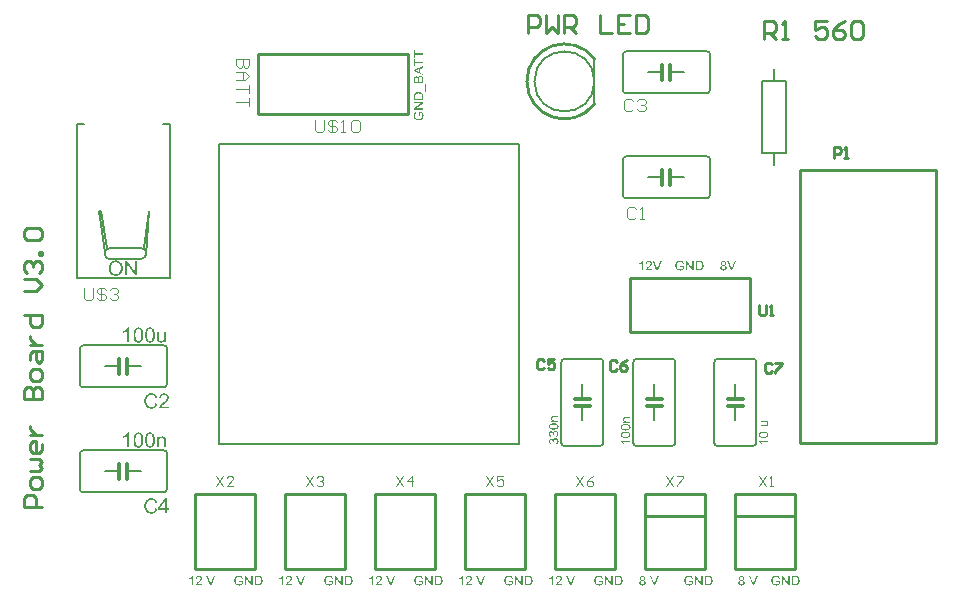
<source format=gto>
G04 Layer_Color=65535*
%FSLAX23Y23*%
%MOIN*%
G70*
G01*
G75*
%ADD10C,0.005*%
%ADD11C,0.010*%
%ADD26C,0.006*%
%ADD27C,0.008*%
%ADD28C,0.008*%
%ADD29C,0.012*%
%ADD30C,0.003*%
%ADD31C,0.003*%
%ADD32C,0.004*%
G36*
X3321Y2070D02*
X3316D01*
X3300Y2095D01*
Y2070D01*
X3296D01*
Y2102D01*
X3300D01*
X3317Y2077D01*
Y2102D01*
X3321D01*
Y2070D01*
D02*
G37*
G36*
X3341Y2102D02*
X3342Y2102D01*
X3343Y2102D01*
X3343Y2101D01*
X3344Y2101D01*
X3344D01*
X3344Y2101D01*
X3345D01*
X3345Y2101D01*
X3345Y2101D01*
X3346Y2101D01*
X3347Y2100D01*
X3347Y2100D01*
X3348Y2100D01*
X3349Y2099D01*
X3349Y2099D01*
X3349Y2099D01*
X3349Y2099D01*
X3349Y2099D01*
X3350Y2098D01*
X3350Y2098D01*
X3351Y2097D01*
X3352Y2096D01*
X3352Y2095D01*
X3353Y2094D01*
Y2094D01*
X3353Y2093D01*
X3353Y2093D01*
X3353Y2093D01*
X3353Y2093D01*
X3353Y2092D01*
X3353Y2092D01*
X3353Y2091D01*
X3353Y2091D01*
X3353Y2090D01*
X3354Y2089D01*
X3354Y2088D01*
X3354Y2086D01*
Y2086D01*
Y2086D01*
Y2086D01*
Y2085D01*
X3354Y2085D01*
Y2085D01*
X3354Y2084D01*
X3354Y2083D01*
X3354Y2082D01*
X3353Y2081D01*
X3353Y2080D01*
Y2080D01*
X3353Y2079D01*
X3353Y2079D01*
X3353Y2079D01*
X3353Y2079D01*
X3352Y2078D01*
X3352Y2077D01*
X3352Y2077D01*
X3351Y2076D01*
X3351Y2075D01*
X3351Y2075D01*
X3351Y2075D01*
X3350Y2074D01*
X3350Y2074D01*
X3350Y2073D01*
X3349Y2073D01*
X3349Y2073D01*
X3348Y2072D01*
X3348Y2072D01*
X3348Y2072D01*
X3347Y2072D01*
X3347Y2072D01*
X3346Y2071D01*
X3346Y2071D01*
X3345Y2071D01*
X3344Y2071D01*
X3344D01*
X3344Y2070D01*
X3344Y2070D01*
X3343Y2070D01*
X3343Y2070D01*
X3342Y2070D01*
X3341Y2070D01*
X3340Y2070D01*
X3339Y2070D01*
X3328D01*
Y2102D01*
X3340D01*
X3341Y2102D01*
D02*
G37*
G36*
X3277Y2102D02*
X3277D01*
X3278Y2102D01*
X3279Y2102D01*
X3280Y2102D01*
X3281Y2102D01*
X3282Y2101D01*
X3282D01*
X3282Y2101D01*
X3282Y2101D01*
X3283Y2101D01*
X3283Y2101D01*
X3284Y2100D01*
X3284Y2100D01*
X3285Y2099D01*
X3286Y2099D01*
X3286Y2098D01*
X3287Y2098D01*
X3287Y2098D01*
X3287Y2097D01*
X3287Y2097D01*
X3288Y2096D01*
X3288Y2095D01*
X3289Y2094D01*
X3289Y2093D01*
X3285Y2092D01*
Y2092D01*
X3285Y2092D01*
X3285Y2092D01*
X3285Y2092D01*
X3285Y2093D01*
X3285Y2093D01*
X3284Y2094D01*
X3284Y2094D01*
X3284Y2095D01*
X3283Y2096D01*
X3283Y2096D01*
X3283Y2096D01*
X3283Y2096D01*
X3283Y2096D01*
X3282Y2097D01*
X3282Y2097D01*
X3281Y2098D01*
X3280Y2098D01*
X3280Y2098D01*
X3280Y2098D01*
X3280Y2098D01*
X3279Y2098D01*
X3278Y2098D01*
X3278Y2099D01*
X3277Y2099D01*
X3276Y2099D01*
X3275D01*
X3275Y2099D01*
X3275D01*
X3274Y2099D01*
X3273Y2099D01*
X3273Y2098D01*
X3272Y2098D01*
X3271Y2098D01*
X3271Y2098D01*
X3271Y2098D01*
X3270Y2097D01*
X3270Y2097D01*
X3269Y2097D01*
X3269Y2096D01*
X3268Y2096D01*
X3268Y2096D01*
X3267Y2095D01*
X3267Y2095D01*
X3267Y2095D01*
X3267Y2095D01*
X3266Y2094D01*
X3266Y2094D01*
X3266Y2093D01*
X3266Y2092D01*
Y2092D01*
X3265Y2092D01*
X3265Y2092D01*
X3265Y2092D01*
X3265Y2092D01*
X3265Y2091D01*
X3265Y2091D01*
X3265Y2090D01*
X3265Y2090D01*
X3264Y2088D01*
X3264Y2087D01*
X3264Y2086D01*
Y2086D01*
Y2086D01*
Y2086D01*
X3264Y2085D01*
Y2085D01*
X3264Y2084D01*
X3264Y2084D01*
X3264Y2083D01*
X3265Y2082D01*
X3265Y2081D01*
X3265Y2080D01*
X3266Y2079D01*
Y2079D01*
X3266Y2079D01*
X3266Y2079D01*
X3266Y2078D01*
X3266Y2078D01*
X3267Y2077D01*
X3267Y2077D01*
X3268Y2076D01*
X3269Y2075D01*
X3270Y2075D01*
X3270D01*
X3270Y2075D01*
X3270Y2074D01*
X3271Y2074D01*
X3271Y2074D01*
X3271Y2074D01*
X3272Y2074D01*
X3273Y2074D01*
X3274Y2073D01*
X3275Y2073D01*
X3276Y2073D01*
X3276D01*
X3277Y2073D01*
X3277D01*
X3278Y2073D01*
X3278Y2073D01*
X3279Y2074D01*
X3280Y2074D01*
X3281Y2074D01*
X3281D01*
X3281Y2074D01*
X3282Y2074D01*
X3282Y2074D01*
X3282Y2075D01*
X3283Y2075D01*
X3283Y2075D01*
X3284Y2076D01*
X3285Y2076D01*
X3285Y2076D01*
Y2082D01*
X3276D01*
Y2086D01*
X3289D01*
Y2074D01*
X3289Y2074D01*
X3289Y2074D01*
X3289Y2074D01*
X3289Y2074D01*
X3289Y2074D01*
X3288Y2074D01*
X3288Y2073D01*
X3287Y2073D01*
X3286Y2072D01*
X3285Y2072D01*
X3284Y2071D01*
X3283Y2071D01*
X3283D01*
X3283Y2071D01*
X3283Y2071D01*
X3282Y2071D01*
X3282Y2070D01*
X3282Y2070D01*
X3281Y2070D01*
X3281Y2070D01*
X3280Y2070D01*
X3279Y2070D01*
X3278Y2069D01*
X3276Y2069D01*
X3276D01*
X3275Y2069D01*
X3275D01*
X3275Y2070D01*
X3274Y2070D01*
X3273Y2070D01*
X3272Y2070D01*
X3271Y2070D01*
X3269Y2071D01*
X3268Y2071D01*
X3268Y2071D01*
X3268Y2071D01*
X3268Y2072D01*
X3267Y2072D01*
X3267Y2072D01*
X3267Y2072D01*
X3266Y2072D01*
X3266Y2073D01*
X3265Y2074D01*
X3264Y2075D01*
X3263Y2076D01*
X3262Y2077D01*
Y2077D01*
X3262Y2077D01*
X3262Y2078D01*
X3262Y2078D01*
X3261Y2078D01*
X3261Y2079D01*
X3261Y2079D01*
X3261Y2080D01*
X3261Y2080D01*
X3261Y2081D01*
X3260Y2082D01*
X3260Y2082D01*
X3260Y2084D01*
X3260Y2086D01*
Y2086D01*
Y2086D01*
Y2086D01*
X3260Y2086D01*
Y2087D01*
X3260Y2087D01*
X3260Y2088D01*
X3260Y2088D01*
X3260Y2089D01*
X3260Y2090D01*
X3261Y2091D01*
X3261Y2093D01*
X3262Y2094D01*
X3262Y2094D01*
X3262Y2095D01*
X3262Y2095D01*
X3262Y2095D01*
X3262Y2095D01*
X3263Y2096D01*
X3263Y2097D01*
X3264Y2098D01*
X3265Y2099D01*
X3266Y2100D01*
X3267Y2100D01*
X3267Y2100D01*
X3268Y2100D01*
X3268Y2100D01*
X3268Y2101D01*
X3268Y2101D01*
X3268Y2101D01*
X3269Y2101D01*
X3269Y2101D01*
X3270Y2101D01*
X3271Y2102D01*
X3271Y2102D01*
X3272Y2102D01*
X3273Y2102D01*
X3274Y2102D01*
X3275Y2102D01*
X3276D01*
X3277Y2102D01*
D02*
G37*
G36*
X3890Y3676D02*
X3865Y3660D01*
X3890D01*
Y3656D01*
X3858D01*
Y3660D01*
X3883Y3677D01*
X3858D01*
Y3681D01*
X3890D01*
Y3676D01*
D02*
G37*
G36*
X3886Y3649D02*
X3886Y3649D01*
X3886Y3649D01*
X3886Y3649D01*
X3886Y3649D01*
X3886Y3648D01*
X3887Y3648D01*
X3887Y3647D01*
X3888Y3646D01*
X3888Y3645D01*
X3889Y3644D01*
X3889Y3643D01*
Y3643D01*
X3889Y3643D01*
X3889Y3643D01*
X3889Y3642D01*
X3890Y3642D01*
X3890Y3642D01*
X3890Y3641D01*
X3890Y3641D01*
X3890Y3640D01*
X3890Y3639D01*
X3891Y3638D01*
X3891Y3636D01*
Y3636D01*
Y3636D01*
Y3636D01*
X3891Y3635D01*
Y3635D01*
X3890Y3635D01*
X3890Y3634D01*
X3890Y3633D01*
X3890Y3632D01*
X3890Y3631D01*
X3889Y3629D01*
X3889Y3628D01*
X3889Y3628D01*
X3889Y3628D01*
X3888Y3628D01*
X3888Y3627D01*
X3888Y3627D01*
X3888Y3627D01*
X3888Y3626D01*
X3887Y3626D01*
X3886Y3625D01*
X3885Y3624D01*
X3884Y3623D01*
X3883Y3622D01*
X3883D01*
X3883Y3622D01*
X3882Y3622D01*
X3882Y3622D01*
X3882Y3621D01*
X3881Y3621D01*
X3881Y3621D01*
X3880Y3621D01*
X3880Y3621D01*
X3879Y3621D01*
X3878Y3620D01*
X3878Y3620D01*
X3876Y3620D01*
X3874Y3620D01*
X3874D01*
X3874Y3620D01*
X3873D01*
X3873Y3620D01*
X3872Y3620D01*
X3872Y3620D01*
X3871Y3620D01*
X3870Y3620D01*
X3869Y3621D01*
X3867Y3621D01*
X3866Y3622D01*
X3866Y3622D01*
X3865Y3622D01*
X3865Y3622D01*
X3865Y3622D01*
X3865Y3622D01*
X3864Y3623D01*
X3863Y3623D01*
X3862Y3624D01*
X3861Y3625D01*
X3860Y3626D01*
X3860Y3627D01*
X3860Y3627D01*
X3860Y3628D01*
X3860Y3628D01*
X3859Y3628D01*
X3859Y3628D01*
X3859Y3628D01*
X3859Y3629D01*
X3859Y3629D01*
X3859Y3630D01*
X3858Y3631D01*
X3858Y3631D01*
X3858Y3632D01*
X3858Y3633D01*
X3858Y3634D01*
X3858Y3635D01*
Y3636D01*
Y3636D01*
Y3636D01*
Y3636D01*
Y3636D01*
X3858Y3637D01*
Y3637D01*
X3858Y3638D01*
X3858Y3639D01*
X3858Y3640D01*
X3858Y3641D01*
X3859Y3642D01*
Y3642D01*
X3859Y3642D01*
X3859Y3642D01*
X3859Y3643D01*
X3859Y3643D01*
X3860Y3644D01*
X3860Y3644D01*
X3861Y3645D01*
X3861Y3646D01*
X3862Y3646D01*
X3862Y3647D01*
X3862Y3647D01*
X3863Y3647D01*
X3863Y3647D01*
X3864Y3648D01*
X3865Y3648D01*
X3866Y3649D01*
X3867Y3649D01*
X3868Y3645D01*
X3868D01*
X3868Y3645D01*
X3868Y3645D01*
X3868Y3645D01*
X3867Y3645D01*
X3867Y3645D01*
X3866Y3644D01*
X3866Y3644D01*
X3865Y3644D01*
X3864Y3643D01*
X3864Y3643D01*
X3864Y3643D01*
X3864Y3643D01*
X3864Y3643D01*
X3863Y3642D01*
X3863Y3642D01*
X3862Y3641D01*
X3862Y3640D01*
X3862Y3640D01*
X3862Y3640D01*
X3862Y3640D01*
X3862Y3639D01*
X3862Y3638D01*
X3861Y3638D01*
X3861Y3637D01*
X3861Y3636D01*
Y3636D01*
Y3636D01*
Y3636D01*
Y3635D01*
X3861Y3635D01*
Y3635D01*
X3861Y3634D01*
X3861Y3633D01*
X3862Y3633D01*
X3862Y3632D01*
X3862Y3631D01*
X3862Y3631D01*
X3862Y3631D01*
X3863Y3630D01*
X3863Y3630D01*
X3863Y3629D01*
X3864Y3629D01*
X3864Y3628D01*
X3864Y3628D01*
X3865Y3627D01*
X3865Y3627D01*
X3865Y3627D01*
X3865Y3627D01*
X3866Y3626D01*
X3866Y3626D01*
X3867Y3626D01*
X3868Y3626D01*
X3868D01*
X3868Y3625D01*
X3868Y3625D01*
X3868Y3625D01*
X3868Y3625D01*
X3869Y3625D01*
X3869Y3625D01*
X3870Y3625D01*
X3870Y3625D01*
X3872Y3624D01*
X3873Y3624D01*
X3874Y3624D01*
X3874D01*
X3875Y3624D01*
X3875D01*
X3876Y3624D01*
X3876Y3624D01*
X3877Y3624D01*
X3878Y3625D01*
X3879Y3625D01*
X3880Y3625D01*
X3881Y3626D01*
X3881D01*
X3881Y3626D01*
X3881Y3626D01*
X3882Y3626D01*
X3882Y3626D01*
X3883Y3627D01*
X3883Y3627D01*
X3884Y3628D01*
X3885Y3629D01*
X3885Y3630D01*
Y3630D01*
X3885Y3630D01*
X3886Y3630D01*
X3886Y3631D01*
X3886Y3631D01*
X3886Y3631D01*
X3886Y3632D01*
X3886Y3633D01*
X3887Y3634D01*
X3887Y3635D01*
X3887Y3636D01*
Y3636D01*
Y3636D01*
Y3636D01*
Y3636D01*
X3887Y3637D01*
Y3637D01*
X3887Y3638D01*
X3887Y3638D01*
X3886Y3639D01*
X3886Y3640D01*
X3886Y3641D01*
Y3641D01*
X3886Y3641D01*
X3886Y3642D01*
X3886Y3642D01*
X3885Y3642D01*
X3885Y3643D01*
X3885Y3643D01*
X3884Y3644D01*
X3884Y3645D01*
X3884Y3645D01*
X3878D01*
Y3636D01*
X3874D01*
Y3649D01*
X3886D01*
X3886Y3649D01*
D02*
G37*
G36*
X3484Y2070D02*
X3479D01*
X3467Y2102D01*
X3472D01*
X3480Y2079D01*
Y2079D01*
X3480Y2079D01*
X3480Y2078D01*
X3480Y2078D01*
X3480Y2078D01*
X3480Y2078D01*
X3480Y2077D01*
X3481Y2076D01*
X3481Y2075D01*
X3482Y2073D01*
Y2074D01*
X3482Y2074D01*
X3482Y2074D01*
X3482Y2074D01*
X3482Y2074D01*
X3482Y2075D01*
X3482Y2076D01*
X3483Y2077D01*
X3483Y2078D01*
X3483Y2079D01*
X3492Y2102D01*
X3496D01*
X3484Y2070D01*
D02*
G37*
G36*
X3443Y2102D02*
X3443Y2102D01*
X3444Y2102D01*
X3444Y2102D01*
X3445Y2102D01*
X3446Y2101D01*
X3447Y2101D01*
X3448Y2101D01*
X3448Y2100D01*
X3449Y2100D01*
X3449Y2099D01*
X3450Y2099D01*
X3450Y2099D01*
X3450Y2099D01*
X3450Y2099D01*
X3450Y2099D01*
X3450Y2098D01*
X3451Y2098D01*
X3451Y2098D01*
X3451Y2097D01*
X3452Y2096D01*
X3452Y2095D01*
X3452Y2094D01*
X3452Y2094D01*
X3452Y2093D01*
Y2093D01*
Y2093D01*
X3452Y2092D01*
X3452Y2092D01*
X3452Y2091D01*
X3452Y2091D01*
X3452Y2090D01*
X3451Y2089D01*
X3451Y2089D01*
X3451Y2089D01*
X3451Y2089D01*
X3451Y2088D01*
X3450Y2088D01*
X3450Y2087D01*
X3449Y2086D01*
X3449Y2085D01*
X3449Y2085D01*
X3448Y2085D01*
X3448Y2085D01*
X3448Y2085D01*
X3448Y2084D01*
X3447Y2084D01*
X3447Y2084D01*
X3446Y2083D01*
X3446Y2083D01*
X3445Y2082D01*
X3445Y2082D01*
X3444Y2081D01*
X3444Y2081D01*
X3443Y2080D01*
X3443Y2080D01*
X3443Y2080D01*
X3442Y2080D01*
X3442Y2079D01*
X3442Y2079D01*
X3442Y2079D01*
X3441Y2078D01*
X3440Y2078D01*
X3439Y2077D01*
X3439Y2076D01*
X3438Y2076D01*
X3438Y2076D01*
X3438Y2076D01*
X3438Y2076D01*
X3438Y2075D01*
X3438Y2075D01*
X3437Y2075D01*
X3437Y2075D01*
X3437Y2074D01*
X3452D01*
Y2070D01*
X3431D01*
Y2070D01*
Y2070D01*
Y2071D01*
X3431Y2071D01*
X3431Y2071D01*
X3431Y2072D01*
X3431Y2072D01*
X3432Y2073D01*
Y2073D01*
X3432Y2073D01*
X3432Y2073D01*
X3432Y2073D01*
X3432Y2074D01*
X3433Y2075D01*
X3433Y2075D01*
X3434Y2076D01*
X3434Y2077D01*
Y2077D01*
X3434Y2077D01*
X3435Y2077D01*
X3435Y2078D01*
X3436Y2078D01*
X3436Y2079D01*
X3437Y2080D01*
X3438Y2081D01*
X3439Y2082D01*
X3439Y2082D01*
X3440Y2082D01*
X3440Y2082D01*
X3440Y2082D01*
X3441Y2083D01*
X3441Y2083D01*
X3442Y2084D01*
X3442Y2084D01*
X3443Y2085D01*
X3444Y2086D01*
X3445Y2087D01*
X3445Y2087D01*
X3446Y2088D01*
X3446Y2088D01*
Y2088D01*
X3446Y2089D01*
X3446Y2089D01*
X3447Y2089D01*
X3447Y2089D01*
X3447Y2090D01*
X3448Y2091D01*
X3448Y2091D01*
X3448Y2092D01*
X3448Y2093D01*
Y2093D01*
Y2093D01*
X3448Y2094D01*
X3448Y2094D01*
X3448Y2095D01*
X3448Y2095D01*
X3447Y2096D01*
X3447Y2096D01*
X3446Y2097D01*
X3446Y2097D01*
X3446Y2097D01*
X3446Y2098D01*
X3445Y2098D01*
X3445Y2098D01*
X3444Y2098D01*
X3443Y2099D01*
X3442Y2099D01*
X3442D01*
X3442Y2099D01*
X3441Y2099D01*
X3440Y2098D01*
X3440Y2098D01*
X3439Y2098D01*
X3438Y2098D01*
X3438Y2097D01*
X3437Y2097D01*
X3437Y2097D01*
X3437Y2096D01*
X3437Y2096D01*
X3436Y2095D01*
X3436Y2094D01*
X3436Y2093D01*
X3436Y2092D01*
X3432Y2093D01*
Y2093D01*
X3432Y2093D01*
Y2093D01*
X3432Y2093D01*
X3432Y2094D01*
X3432Y2094D01*
X3432Y2095D01*
X3432Y2095D01*
X3433Y2096D01*
X3433Y2097D01*
X3434Y2098D01*
X3434Y2099D01*
X3435Y2099D01*
X3435Y2100D01*
X3435Y2100D01*
X3435Y2100D01*
X3435Y2100D01*
X3435Y2100D01*
X3436Y2100D01*
X3436Y2100D01*
X3436Y2100D01*
X3437Y2101D01*
X3437Y2101D01*
X3438Y2101D01*
X3439Y2101D01*
X3439Y2102D01*
X3440Y2102D01*
X3441Y2102D01*
X3441Y2102D01*
X3442Y2102D01*
X3443D01*
X3443Y2102D01*
D02*
G37*
G36*
X3122Y2070D02*
X3118D01*
Y2095D01*
X3118Y2095D01*
X3118Y2095D01*
X3117Y2094D01*
X3117Y2094D01*
X3116Y2094D01*
X3116Y2093D01*
X3115Y2093D01*
X3114Y2092D01*
X3114D01*
X3114Y2092D01*
X3114Y2092D01*
X3113Y2092D01*
X3113Y2091D01*
X3112Y2091D01*
X3111Y2091D01*
X3111Y2090D01*
X3110Y2090D01*
Y2094D01*
X3110D01*
X3110Y2094D01*
X3110Y2094D01*
X3111Y2094D01*
X3111Y2094D01*
X3111Y2095D01*
X3112Y2095D01*
X3113Y2095D01*
X3114Y2096D01*
X3115Y2097D01*
X3116Y2098D01*
X3116Y2098D01*
X3116Y2098D01*
X3116Y2098D01*
X3116Y2098D01*
X3117Y2098D01*
X3117Y2099D01*
X3118Y2100D01*
X3118Y2100D01*
X3119Y2101D01*
X3119Y2102D01*
X3122D01*
Y2070D01*
D02*
G37*
G36*
X3184D02*
X3179D01*
X3167Y2102D01*
X3172D01*
X3180Y2079D01*
Y2079D01*
X3180Y2079D01*
X3180Y2078D01*
X3180Y2078D01*
X3180Y2078D01*
X3180Y2078D01*
X3180Y2077D01*
X3181Y2076D01*
X3181Y2075D01*
X3182Y2073D01*
Y2074D01*
X3182Y2074D01*
X3182Y2074D01*
X3182Y2074D01*
X3182Y2074D01*
X3182Y2075D01*
X3182Y2076D01*
X3183Y2077D01*
X3183Y2078D01*
X3183Y2079D01*
X3192Y2102D01*
X3196D01*
X3184Y2070D01*
D02*
G37*
G36*
X3143Y2102D02*
X3143Y2102D01*
X3144Y2102D01*
X3144Y2102D01*
X3145Y2102D01*
X3146Y2101D01*
X3147Y2101D01*
X3148Y2101D01*
X3148Y2100D01*
X3149Y2100D01*
X3149Y2099D01*
X3150Y2099D01*
X3150Y2099D01*
X3150Y2099D01*
X3150Y2099D01*
X3150Y2099D01*
X3150Y2098D01*
X3151Y2098D01*
X3151Y2098D01*
X3151Y2097D01*
X3152Y2096D01*
X3152Y2095D01*
X3152Y2094D01*
X3152Y2094D01*
X3152Y2093D01*
Y2093D01*
Y2093D01*
X3152Y2092D01*
X3152Y2092D01*
X3152Y2091D01*
X3152Y2091D01*
X3152Y2090D01*
X3151Y2089D01*
X3151Y2089D01*
X3151Y2089D01*
X3151Y2089D01*
X3151Y2088D01*
X3150Y2088D01*
X3150Y2087D01*
X3149Y2086D01*
X3149Y2085D01*
X3149Y2085D01*
X3148Y2085D01*
X3148Y2085D01*
X3148Y2085D01*
X3148Y2084D01*
X3147Y2084D01*
X3147Y2084D01*
X3146Y2083D01*
X3146Y2083D01*
X3145Y2082D01*
X3145Y2082D01*
X3144Y2081D01*
X3144Y2081D01*
X3143Y2080D01*
X3143Y2080D01*
X3143Y2080D01*
X3142Y2080D01*
X3142Y2079D01*
X3142Y2079D01*
X3142Y2079D01*
X3141Y2078D01*
X3140Y2078D01*
X3139Y2077D01*
X3139Y2076D01*
X3138Y2076D01*
X3138Y2076D01*
X3138Y2076D01*
X3138Y2076D01*
X3138Y2075D01*
X3138Y2075D01*
X3137Y2075D01*
X3137Y2075D01*
X3137Y2074D01*
X3152D01*
Y2070D01*
X3131D01*
Y2070D01*
Y2070D01*
Y2071D01*
X3131Y2071D01*
X3131Y2071D01*
X3131Y2072D01*
X3131Y2072D01*
X3132Y2073D01*
Y2073D01*
X3132Y2073D01*
X3132Y2073D01*
X3132Y2073D01*
X3132Y2074D01*
X3133Y2075D01*
X3133Y2075D01*
X3134Y2076D01*
X3134Y2077D01*
Y2077D01*
X3134Y2077D01*
X3135Y2077D01*
X3135Y2078D01*
X3136Y2078D01*
X3136Y2079D01*
X3137Y2080D01*
X3138Y2081D01*
X3139Y2082D01*
X3139Y2082D01*
X3140Y2082D01*
X3140Y2082D01*
X3140Y2082D01*
X3141Y2083D01*
X3141Y2083D01*
X3142Y2084D01*
X3142Y2084D01*
X3143Y2085D01*
X3144Y2086D01*
X3145Y2087D01*
X3145Y2087D01*
X3146Y2088D01*
X3146Y2088D01*
Y2088D01*
X3146Y2089D01*
X3146Y2089D01*
X3147Y2089D01*
X3147Y2089D01*
X3147Y2090D01*
X3148Y2091D01*
X3148Y2091D01*
X3148Y2092D01*
X3148Y2093D01*
Y2093D01*
Y2093D01*
X3148Y2094D01*
X3148Y2094D01*
X3148Y2095D01*
X3148Y2095D01*
X3147Y2096D01*
X3147Y2096D01*
X3146Y2097D01*
X3146Y2097D01*
X3146Y2097D01*
X3146Y2098D01*
X3145Y2098D01*
X3145Y2098D01*
X3144Y2098D01*
X3143Y2099D01*
X3142Y2099D01*
X3142D01*
X3142Y2099D01*
X3141Y2099D01*
X3140Y2098D01*
X3140Y2098D01*
X3139Y2098D01*
X3138Y2098D01*
X3138Y2097D01*
X3137Y2097D01*
X3137Y2097D01*
X3137Y2096D01*
X3137Y2096D01*
X3136Y2095D01*
X3136Y2094D01*
X3136Y2093D01*
X3136Y2092D01*
X3132Y2093D01*
Y2093D01*
X3132Y2093D01*
Y2093D01*
X3132Y2093D01*
X3132Y2094D01*
X3132Y2094D01*
X3132Y2095D01*
X3132Y2095D01*
X3133Y2096D01*
X3133Y2097D01*
X3134Y2098D01*
X3134Y2099D01*
X3135Y2099D01*
X3135Y2100D01*
X3135Y2100D01*
X3135Y2100D01*
X3135Y2100D01*
X3135Y2100D01*
X3136Y2100D01*
X3136Y2100D01*
X3136Y2100D01*
X3137Y2101D01*
X3137Y2101D01*
X3138Y2101D01*
X3139Y2101D01*
X3139Y2102D01*
X3140Y2102D01*
X3141Y2102D01*
X3141Y2102D01*
X3142Y2102D01*
X3143D01*
X3143Y2102D01*
D02*
G37*
G36*
X3875Y3714D02*
X3875D01*
X3876Y3714D01*
X3877Y3714D01*
X3878Y3714D01*
X3879Y3713D01*
X3880Y3713D01*
X3880D01*
X3881Y3713D01*
X3881Y3713D01*
X3881Y3713D01*
X3881Y3713D01*
X3882Y3712D01*
X3883Y3712D01*
X3883Y3712D01*
X3884Y3711D01*
X3885Y3711D01*
X3885Y3711D01*
X3885Y3711D01*
X3886Y3710D01*
X3886Y3710D01*
X3887Y3710D01*
X3887Y3709D01*
X3887Y3709D01*
X3888Y3708D01*
X3888Y3708D01*
X3888Y3708D01*
X3888Y3707D01*
X3888Y3707D01*
X3889Y3706D01*
X3889Y3706D01*
X3889Y3705D01*
X3889Y3704D01*
Y3704D01*
Y3704D01*
X3890Y3704D01*
X3890Y3704D01*
X3890Y3703D01*
X3890Y3703D01*
X3890Y3702D01*
X3890Y3701D01*
X3890Y3700D01*
X3890Y3699D01*
Y3688D01*
X3858D01*
Y3699D01*
Y3699D01*
Y3699D01*
Y3699D01*
Y3699D01*
Y3699D01*
Y3700D01*
X3858Y3701D01*
X3858Y3702D01*
X3858Y3703D01*
X3859Y3703D01*
X3859Y3704D01*
Y3704D01*
X3859Y3704D01*
Y3705D01*
X3859Y3705D01*
X3859Y3705D01*
X3859Y3706D01*
X3860Y3707D01*
X3860Y3707D01*
X3860Y3708D01*
X3861Y3709D01*
X3861Y3709D01*
X3861Y3709D01*
X3861Y3709D01*
X3861Y3709D01*
X3862Y3710D01*
X3862Y3710D01*
X3863Y3711D01*
X3864Y3712D01*
X3865Y3712D01*
X3866Y3713D01*
X3866D01*
X3867Y3713D01*
X3867Y3713D01*
X3867Y3713D01*
X3867Y3713D01*
X3868Y3713D01*
X3868Y3713D01*
X3869Y3713D01*
X3869Y3713D01*
X3870Y3713D01*
X3871Y3714D01*
X3872Y3714D01*
X3874Y3714D01*
X3875D01*
X3875Y3714D01*
D02*
G37*
G36*
X3862Y3843D02*
X3890D01*
Y3839D01*
X3862D01*
Y3828D01*
X3858D01*
Y3853D01*
X3862D01*
Y3843D01*
D02*
G37*
G36*
Y3816D02*
X3890D01*
Y3812D01*
X3862D01*
Y3801D01*
X3858D01*
Y3826D01*
X3862D01*
Y3816D01*
D02*
G37*
G36*
X2866Y3153D02*
X2866D01*
X2867Y3153D01*
X2868Y3153D01*
X2869Y3153D01*
X2871Y3152D01*
X2873Y3152D01*
X2875Y3151D01*
X2876Y3150D01*
X2877Y3150D01*
X2877Y3150D01*
X2877Y3150D01*
X2877Y3149D01*
X2878Y3149D01*
X2878Y3149D01*
X2879Y3148D01*
X2880Y3147D01*
X2881Y3146D01*
X2883Y3145D01*
X2884Y3143D01*
X2885Y3141D01*
Y3141D01*
X2885Y3140D01*
X2886Y3140D01*
X2886Y3140D01*
X2886Y3139D01*
X2886Y3138D01*
X2887Y3138D01*
X2887Y3137D01*
X2887Y3136D01*
X2887Y3135D01*
X2888Y3134D01*
X2888Y3132D01*
X2888Y3130D01*
X2888Y3127D01*
Y3127D01*
Y3127D01*
Y3127D01*
X2888Y3126D01*
Y3125D01*
X2888Y3125D01*
X2888Y3124D01*
X2888Y3123D01*
X2888Y3121D01*
X2887Y3118D01*
X2886Y3116D01*
X2886Y3115D01*
X2885Y3114D01*
Y3114D01*
X2885Y3113D01*
X2885Y3113D01*
X2885Y3113D01*
X2884Y3112D01*
X2884Y3112D01*
X2883Y3110D01*
X2882Y3109D01*
X2880Y3107D01*
X2879Y3106D01*
X2877Y3105D01*
X2876D01*
X2876Y3105D01*
X2876Y3104D01*
X2876Y3104D01*
X2875Y3104D01*
X2874Y3104D01*
X2874Y3104D01*
X2873Y3103D01*
X2872Y3103D01*
X2871Y3103D01*
X2869Y3102D01*
X2867Y3102D01*
X2865Y3102D01*
X2864D01*
X2863Y3102D01*
X2863D01*
X2862Y3102D01*
X2861Y3102D01*
X2860Y3102D01*
X2858Y3103D01*
X2856Y3103D01*
X2854Y3104D01*
X2853Y3105D01*
X2852Y3105D01*
X2852Y3105D01*
X2852Y3105D01*
X2851Y3105D01*
X2851Y3106D01*
X2851Y3106D01*
X2850Y3106D01*
X2849Y3108D01*
X2848Y3109D01*
X2846Y3110D01*
X2845Y3112D01*
X2844Y3114D01*
Y3114D01*
X2843Y3115D01*
X2843Y3115D01*
X2843Y3115D01*
X2843Y3116D01*
X2843Y3116D01*
X2842Y3117D01*
X2842Y3118D01*
X2842Y3119D01*
X2842Y3120D01*
X2841Y3122D01*
X2841Y3124D01*
X2841Y3127D01*
Y3127D01*
Y3127D01*
Y3127D01*
X2841Y3128D01*
Y3129D01*
X2841Y3130D01*
X2841Y3131D01*
X2841Y3132D01*
X2842Y3134D01*
X2842Y3135D01*
X2842Y3137D01*
X2843Y3138D01*
X2844Y3140D01*
X2844Y3142D01*
X2845Y3143D01*
X2846Y3145D01*
X2847Y3146D01*
X2847Y3146D01*
X2848Y3146D01*
X2848Y3147D01*
X2849Y3147D01*
X2849Y3148D01*
X2850Y3148D01*
X2851Y3149D01*
X2852Y3150D01*
X2853Y3150D01*
X2854Y3151D01*
X2856Y3151D01*
X2857Y3152D01*
X2859Y3152D01*
X2861Y3153D01*
X2863Y3153D01*
X2865Y3153D01*
X2865D01*
X2866Y3153D01*
D02*
G37*
G36*
X2936Y3103D02*
X2929D01*
X2903Y3142D01*
Y3103D01*
X2897D01*
Y3152D01*
X2903D01*
X2929Y3113D01*
Y3152D01*
X2936D01*
Y3103D01*
D02*
G37*
G36*
X4621Y2102D02*
X4621Y2102D01*
X4622Y2102D01*
X4622Y2102D01*
X4623Y2102D01*
X4624Y2101D01*
X4625Y2101D01*
X4626Y2101D01*
X4626Y2100D01*
X4627Y2100D01*
X4627Y2099D01*
X4627Y2099D01*
X4627Y2099D01*
X4627Y2099D01*
X4627Y2099D01*
X4628Y2099D01*
X4628Y2099D01*
X4628Y2098D01*
X4629Y2097D01*
X4629Y2096D01*
X4630Y2095D01*
X4630Y2094D01*
X4630Y2094D01*
Y2094D01*
Y2093D01*
Y2093D01*
X4630Y2093D01*
X4630Y2092D01*
X4629Y2092D01*
X4629Y2091D01*
X4629Y2090D01*
X4628Y2090D01*
X4628Y2090D01*
X4628Y2089D01*
X4628Y2089D01*
X4628Y2089D01*
X4627Y2088D01*
X4626Y2088D01*
X4626Y2088D01*
X4625Y2087D01*
X4625D01*
X4625Y2087D01*
X4625Y2087D01*
X4625Y2087D01*
X4626Y2087D01*
X4627Y2086D01*
X4627Y2086D01*
X4628Y2085D01*
X4629Y2085D01*
X4629Y2084D01*
Y2084D01*
X4629Y2084D01*
X4630Y2084D01*
X4630Y2083D01*
X4630Y2083D01*
X4630Y2082D01*
X4631Y2081D01*
X4631Y2080D01*
X4631Y2079D01*
Y2079D01*
Y2079D01*
Y2079D01*
X4631Y2078D01*
X4631Y2078D01*
X4631Y2078D01*
X4631Y2077D01*
X4631Y2077D01*
X4630Y2076D01*
X4630Y2075D01*
X4630Y2074D01*
X4629Y2074D01*
X4629Y2073D01*
X4629Y2073D01*
X4628Y2072D01*
X4628Y2072D01*
X4628Y2072D01*
X4628Y2072D01*
X4628Y2072D01*
X4627Y2072D01*
X4627Y2071D01*
X4626Y2071D01*
X4626Y2071D01*
X4626Y2071D01*
X4625Y2070D01*
X4624Y2070D01*
X4624Y2070D01*
X4623Y2070D01*
X4622Y2070D01*
X4621Y2069D01*
X4620Y2069D01*
X4620D01*
X4620Y2069D01*
X4619Y2070D01*
X4619Y2070D01*
X4618Y2070D01*
X4618Y2070D01*
X4617Y2070D01*
X4616Y2070D01*
X4615Y2071D01*
X4615Y2071D01*
X4614Y2071D01*
X4613Y2072D01*
X4613Y2072D01*
X4613Y2072D01*
X4613Y2072D01*
X4613Y2072D01*
X4612Y2073D01*
X4612Y2073D01*
X4612Y2073D01*
X4612Y2074D01*
X4611Y2074D01*
X4611Y2075D01*
X4611Y2075D01*
X4610Y2076D01*
X4610Y2077D01*
X4610Y2078D01*
X4610Y2078D01*
X4610Y2079D01*
Y2079D01*
Y2079D01*
Y2079D01*
X4610Y2080D01*
Y2080D01*
X4610Y2080D01*
X4610Y2081D01*
X4610Y2082D01*
X4611Y2083D01*
X4611Y2083D01*
X4612Y2084D01*
Y2084D01*
X4612Y2084D01*
X4612Y2085D01*
X4612Y2085D01*
X4613Y2085D01*
X4613Y2086D01*
X4614Y2086D01*
X4615Y2087D01*
X4616Y2087D01*
X4616D01*
X4616Y2087D01*
X4616Y2087D01*
X4616Y2087D01*
X4615Y2088D01*
X4615Y2088D01*
X4614Y2088D01*
X4613Y2089D01*
X4613Y2089D01*
X4612Y2090D01*
X4612Y2090D01*
X4612Y2090D01*
X4612Y2090D01*
X4612Y2091D01*
X4612Y2091D01*
X4611Y2092D01*
X4611Y2093D01*
X4611Y2094D01*
Y2094D01*
Y2094D01*
Y2094D01*
X4611Y2094D01*
X4611Y2095D01*
X4611Y2095D01*
X4612Y2096D01*
X4612Y2097D01*
X4612Y2098D01*
X4613Y2098D01*
X4613Y2099D01*
X4613Y2099D01*
X4614Y2100D01*
X4614Y2100D01*
X4614Y2100D01*
X4614Y2100D01*
X4614Y2100D01*
X4614Y2100D01*
X4615Y2100D01*
X4615Y2100D01*
X4616Y2101D01*
X4616Y2101D01*
X4616Y2101D01*
X4617Y2101D01*
X4618Y2102D01*
X4619Y2102D01*
X4620Y2102D01*
X4620Y2102D01*
X4621D01*
X4621Y2102D01*
D02*
G37*
G36*
X3899Y3716D02*
X3896D01*
Y3741D01*
X3899D01*
Y3716D01*
D02*
G37*
G36*
X4541Y2102D02*
X4542Y2102D01*
X4543Y2102D01*
X4543Y2101D01*
X4544Y2101D01*
X4544D01*
X4544Y2101D01*
X4545D01*
X4545Y2101D01*
X4545Y2101D01*
X4546Y2101D01*
X4547Y2100D01*
X4547Y2100D01*
X4548Y2100D01*
X4549Y2099D01*
X4549Y2099D01*
X4549Y2099D01*
X4549Y2099D01*
X4549Y2099D01*
X4550Y2098D01*
X4550Y2098D01*
X4551Y2097D01*
X4552Y2096D01*
X4552Y2095D01*
X4553Y2094D01*
Y2094D01*
X4553Y2093D01*
X4553Y2093D01*
X4553Y2093D01*
X4553Y2093D01*
X4553Y2092D01*
X4553Y2092D01*
X4553Y2091D01*
X4553Y2091D01*
X4553Y2090D01*
X4554Y2089D01*
X4554Y2088D01*
X4554Y2086D01*
Y2086D01*
Y2086D01*
Y2086D01*
Y2085D01*
X4554Y2085D01*
Y2085D01*
X4554Y2084D01*
X4554Y2083D01*
X4554Y2082D01*
X4553Y2081D01*
X4553Y2080D01*
Y2080D01*
X4553Y2079D01*
X4553Y2079D01*
X4553Y2079D01*
X4553Y2079D01*
X4552Y2078D01*
X4552Y2077D01*
X4552Y2077D01*
X4551Y2076D01*
X4551Y2075D01*
X4551Y2075D01*
X4551Y2075D01*
X4550Y2074D01*
X4550Y2074D01*
X4550Y2073D01*
X4549Y2073D01*
X4549Y2073D01*
X4548Y2072D01*
X4548Y2072D01*
X4548Y2072D01*
X4547Y2072D01*
X4547Y2072D01*
X4546Y2071D01*
X4546Y2071D01*
X4545Y2071D01*
X4544Y2071D01*
X4544D01*
X4544Y2070D01*
X4544Y2070D01*
X4543Y2070D01*
X4543Y2070D01*
X4542Y2070D01*
X4541Y2070D01*
X4540Y2070D01*
X4539Y2070D01*
X4528D01*
Y2102D01*
X4540D01*
X4541Y2102D01*
D02*
G37*
G36*
X4662Y2070D02*
X4658D01*
X4645Y2102D01*
X4650D01*
X4658Y2079D01*
Y2079D01*
X4658Y2079D01*
X4658Y2078D01*
X4658Y2078D01*
X4658Y2078D01*
X4659Y2078D01*
X4659Y2077D01*
X4659Y2076D01*
X4659Y2075D01*
X4660Y2073D01*
Y2074D01*
X4660Y2074D01*
X4660Y2074D01*
X4660Y2074D01*
X4660Y2074D01*
X4660Y2075D01*
X4661Y2076D01*
X4661Y2077D01*
X4661Y2078D01*
X4662Y2079D01*
X4670Y2102D01*
X4674D01*
X4662Y2070D01*
D02*
G37*
G36*
X3890Y3795D02*
X3880Y3792D01*
Y3778D01*
X3890Y3775D01*
Y3771D01*
X3858Y3783D01*
Y3787D01*
X3890Y3800D01*
Y3795D01*
D02*
G37*
G36*
X3882Y3768D02*
X3882Y3768D01*
X3883Y3768D01*
X3883Y3768D01*
X3884Y3768D01*
X3885Y3767D01*
X3885Y3767D01*
X3885Y3767D01*
X3886Y3767D01*
X3886Y3767D01*
X3887Y3766D01*
X3887Y3766D01*
X3888Y3765D01*
X3888Y3765D01*
X3888Y3765D01*
X3888Y3765D01*
X3888Y3764D01*
X3888Y3764D01*
X3889Y3763D01*
X3889Y3763D01*
X3889Y3762D01*
X3889Y3761D01*
Y3761D01*
X3890Y3761D01*
X3890Y3761D01*
X3890Y3760D01*
X3890Y3759D01*
X3890Y3758D01*
X3890Y3757D01*
X3890Y3756D01*
Y3744D01*
X3858D01*
Y3756D01*
Y3756D01*
Y3756D01*
Y3756D01*
Y3757D01*
X3858Y3757D01*
Y3757D01*
X3858Y3758D01*
X3858Y3759D01*
X3859Y3760D01*
X3859Y3761D01*
X3859Y3762D01*
Y3762D01*
X3859Y3762D01*
X3859Y3762D01*
X3860Y3763D01*
X3860Y3763D01*
X3860Y3764D01*
X3861Y3764D01*
X3861Y3765D01*
X3862Y3765D01*
X3862Y3765D01*
X3863Y3766D01*
X3863Y3766D01*
X3863Y3766D01*
X3864Y3766D01*
X3865Y3766D01*
X3866Y3767D01*
X3866Y3767D01*
X3867D01*
X3867Y3767D01*
X3868Y3767D01*
X3868Y3766D01*
X3869Y3766D01*
X3869Y3766D01*
X3870Y3766D01*
X3870Y3765D01*
X3870Y3765D01*
X3871Y3765D01*
X3871Y3765D01*
X3872Y3764D01*
X3872Y3764D01*
X3873Y3763D01*
X3873Y3762D01*
Y3762D01*
X3873Y3762D01*
X3873Y3762D01*
X3873Y3763D01*
X3873Y3763D01*
X3874Y3764D01*
X3874Y3765D01*
X3875Y3765D01*
X3875Y3766D01*
X3876Y3767D01*
X3876Y3767D01*
X3876Y3767D01*
X3877Y3767D01*
X3877Y3767D01*
X3878Y3768D01*
X3879Y3768D01*
X3880Y3768D01*
X3881Y3768D01*
X3881D01*
X3882Y3768D01*
D02*
G37*
G36*
X4022Y2070D02*
X4018D01*
Y2095D01*
X4018Y2095D01*
X4018Y2095D01*
X4017Y2094D01*
X4017Y2094D01*
X4016Y2094D01*
X4016Y2093D01*
X4015Y2093D01*
X4014Y2092D01*
X4014D01*
X4014Y2092D01*
X4014Y2092D01*
X4013Y2092D01*
X4013Y2091D01*
X4012Y2091D01*
X4011Y2091D01*
X4011Y2090D01*
X4010Y2090D01*
Y2094D01*
X4010D01*
X4010Y2094D01*
X4010Y2094D01*
X4011Y2094D01*
X4011Y2094D01*
X4011Y2095D01*
X4012Y2095D01*
X4013Y2095D01*
X4014Y2096D01*
X4015Y2097D01*
X4016Y2098D01*
X4016Y2098D01*
X4016Y2098D01*
X4016Y2098D01*
X4016Y2098D01*
X4017Y2098D01*
X4017Y2099D01*
X4018Y2100D01*
X4018Y2100D01*
X4019Y2101D01*
X4019Y2102D01*
X4022D01*
Y2070D01*
D02*
G37*
G36*
X4177Y2102D02*
X4177D01*
X4178Y2102D01*
X4179Y2102D01*
X4180Y2102D01*
X4181Y2102D01*
X4182Y2101D01*
X4182D01*
X4182Y2101D01*
X4182Y2101D01*
X4183Y2101D01*
X4183Y2101D01*
X4184Y2100D01*
X4184Y2100D01*
X4185Y2099D01*
X4186Y2099D01*
X4186Y2098D01*
X4187Y2098D01*
X4187Y2098D01*
X4187Y2097D01*
X4187Y2097D01*
X4188Y2096D01*
X4188Y2095D01*
X4189Y2094D01*
X4189Y2093D01*
X4185Y2092D01*
Y2092D01*
X4185Y2092D01*
X4185Y2092D01*
X4185Y2092D01*
X4185Y2093D01*
X4185Y2093D01*
X4184Y2094D01*
X4184Y2094D01*
X4184Y2095D01*
X4183Y2096D01*
X4183Y2096D01*
X4183Y2096D01*
X4183Y2096D01*
X4183Y2096D01*
X4182Y2097D01*
X4182Y2097D01*
X4181Y2098D01*
X4180Y2098D01*
X4180Y2098D01*
X4180Y2098D01*
X4180Y2098D01*
X4179Y2098D01*
X4178Y2098D01*
X4178Y2099D01*
X4177Y2099D01*
X4176Y2099D01*
X4175D01*
X4175Y2099D01*
X4175D01*
X4174Y2099D01*
X4173Y2099D01*
X4173Y2098D01*
X4172Y2098D01*
X4171Y2098D01*
X4171Y2098D01*
X4171Y2098D01*
X4170Y2097D01*
X4170Y2097D01*
X4169Y2097D01*
X4169Y2096D01*
X4168Y2096D01*
X4168Y2096D01*
X4167Y2095D01*
X4167Y2095D01*
X4167Y2095D01*
X4167Y2095D01*
X4166Y2094D01*
X4166Y2094D01*
X4166Y2093D01*
X4166Y2092D01*
Y2092D01*
X4165Y2092D01*
X4165Y2092D01*
X4165Y2092D01*
X4165Y2092D01*
X4165Y2091D01*
X4165Y2091D01*
X4165Y2090D01*
X4165Y2090D01*
X4164Y2088D01*
X4164Y2087D01*
X4164Y2086D01*
Y2086D01*
Y2086D01*
Y2086D01*
X4164Y2085D01*
Y2085D01*
X4164Y2084D01*
X4164Y2084D01*
X4164Y2083D01*
X4165Y2082D01*
X4165Y2081D01*
X4165Y2080D01*
X4166Y2079D01*
Y2079D01*
X4166Y2079D01*
X4166Y2079D01*
X4166Y2078D01*
X4166Y2078D01*
X4167Y2077D01*
X4167Y2077D01*
X4168Y2076D01*
X4169Y2075D01*
X4170Y2075D01*
X4170D01*
X4170Y2075D01*
X4170Y2074D01*
X4171Y2074D01*
X4171Y2074D01*
X4171Y2074D01*
X4172Y2074D01*
X4173Y2074D01*
X4174Y2073D01*
X4175Y2073D01*
X4176Y2073D01*
X4176D01*
X4177Y2073D01*
X4177D01*
X4178Y2073D01*
X4178Y2073D01*
X4179Y2074D01*
X4180Y2074D01*
X4181Y2074D01*
X4181D01*
X4181Y2074D01*
X4182Y2074D01*
X4182Y2074D01*
X4182Y2075D01*
X4183Y2075D01*
X4183Y2075D01*
X4184Y2076D01*
X4185Y2076D01*
X4185Y2076D01*
Y2082D01*
X4176D01*
Y2086D01*
X4189D01*
Y2074D01*
X4189Y2074D01*
X4189Y2074D01*
X4189Y2074D01*
X4189Y2074D01*
X4189Y2074D01*
X4188Y2074D01*
X4188Y2073D01*
X4187Y2073D01*
X4186Y2072D01*
X4185Y2072D01*
X4184Y2071D01*
X4183Y2071D01*
X4183D01*
X4183Y2071D01*
X4183Y2071D01*
X4182Y2071D01*
X4182Y2070D01*
X4182Y2070D01*
X4181Y2070D01*
X4181Y2070D01*
X4180Y2070D01*
X4179Y2070D01*
X4178Y2069D01*
X4176Y2069D01*
X4176D01*
X4175Y2069D01*
X4175D01*
X4175Y2070D01*
X4174Y2070D01*
X4173Y2070D01*
X4172Y2070D01*
X4171Y2070D01*
X4169Y2071D01*
X4168Y2071D01*
X4168Y2071D01*
X4168Y2071D01*
X4168Y2072D01*
X4167Y2072D01*
X4167Y2072D01*
X4167Y2072D01*
X4166Y2072D01*
X4166Y2073D01*
X4165Y2074D01*
X4164Y2075D01*
X4163Y2076D01*
X4162Y2077D01*
Y2077D01*
X4162Y2077D01*
X4162Y2078D01*
X4162Y2078D01*
X4161Y2078D01*
X4161Y2079D01*
X4161Y2079D01*
X4161Y2080D01*
X4161Y2080D01*
X4161Y2081D01*
X4160Y2082D01*
X4160Y2082D01*
X4160Y2084D01*
X4160Y2086D01*
Y2086D01*
Y2086D01*
Y2086D01*
X4160Y2086D01*
Y2087D01*
X4160Y2087D01*
X4160Y2088D01*
X4160Y2088D01*
X4160Y2089D01*
X4160Y2090D01*
X4161Y2091D01*
X4161Y2093D01*
X4162Y2094D01*
X4162Y2094D01*
X4162Y2095D01*
X4162Y2095D01*
X4162Y2095D01*
X4162Y2095D01*
X4163Y2096D01*
X4163Y2097D01*
X4164Y2098D01*
X4165Y2099D01*
X4166Y2100D01*
X4167Y2100D01*
X4167Y2100D01*
X4168Y2100D01*
X4168Y2100D01*
X4168Y2101D01*
X4168Y2101D01*
X4168Y2101D01*
X4169Y2101D01*
X4169Y2101D01*
X4170Y2101D01*
X4171Y2102D01*
X4171Y2102D01*
X4172Y2102D01*
X4173Y2102D01*
X4174Y2102D01*
X4175Y2102D01*
X4176D01*
X4177Y2102D01*
D02*
G37*
G36*
X4043Y2102D02*
X4043Y2102D01*
X4044Y2102D01*
X4044Y2102D01*
X4045Y2102D01*
X4046Y2101D01*
X4047Y2101D01*
X4048Y2101D01*
X4048Y2100D01*
X4049Y2100D01*
X4049Y2099D01*
X4050Y2099D01*
X4050Y2099D01*
X4050Y2099D01*
X4050Y2099D01*
X4050Y2099D01*
X4050Y2098D01*
X4051Y2098D01*
X4051Y2098D01*
X4051Y2097D01*
X4052Y2096D01*
X4052Y2095D01*
X4052Y2094D01*
X4052Y2094D01*
X4052Y2093D01*
Y2093D01*
Y2093D01*
X4052Y2092D01*
X4052Y2092D01*
X4052Y2091D01*
X4052Y2091D01*
X4052Y2090D01*
X4051Y2089D01*
X4051Y2089D01*
X4051Y2089D01*
X4051Y2089D01*
X4051Y2088D01*
X4050Y2088D01*
X4050Y2087D01*
X4049Y2086D01*
X4049Y2085D01*
X4049Y2085D01*
X4048Y2085D01*
X4048Y2085D01*
X4048Y2085D01*
X4048Y2084D01*
X4047Y2084D01*
X4047Y2084D01*
X4046Y2083D01*
X4046Y2083D01*
X4045Y2082D01*
X4045Y2082D01*
X4044Y2081D01*
X4044Y2081D01*
X4043Y2080D01*
X4043Y2080D01*
X4043Y2080D01*
X4042Y2080D01*
X4042Y2079D01*
X4042Y2079D01*
X4042Y2079D01*
X4041Y2078D01*
X4040Y2078D01*
X4039Y2077D01*
X4039Y2076D01*
X4038Y2076D01*
X4038Y2076D01*
X4038Y2076D01*
X4038Y2076D01*
X4038Y2075D01*
X4038Y2075D01*
X4037Y2075D01*
X4037Y2075D01*
X4037Y2074D01*
X4052D01*
Y2070D01*
X4031D01*
Y2070D01*
Y2070D01*
Y2071D01*
X4031Y2071D01*
X4031Y2071D01*
X4031Y2072D01*
X4031Y2072D01*
X4032Y2073D01*
Y2073D01*
X4032Y2073D01*
X4032Y2073D01*
X4032Y2073D01*
X4032Y2074D01*
X4033Y2075D01*
X4033Y2075D01*
X4034Y2076D01*
X4034Y2077D01*
Y2077D01*
X4034Y2077D01*
X4035Y2077D01*
X4035Y2078D01*
X4036Y2078D01*
X4036Y2079D01*
X4037Y2080D01*
X4038Y2081D01*
X4039Y2082D01*
X4039Y2082D01*
X4040Y2082D01*
X4040Y2082D01*
X4040Y2082D01*
X4041Y2083D01*
X4041Y2083D01*
X4042Y2084D01*
X4042Y2084D01*
X4043Y2085D01*
X4044Y2086D01*
X4045Y2087D01*
X4045Y2087D01*
X4046Y2088D01*
X4046Y2088D01*
Y2088D01*
X4046Y2089D01*
X4046Y2089D01*
X4047Y2089D01*
X4047Y2089D01*
X4047Y2090D01*
X4048Y2091D01*
X4048Y2091D01*
X4048Y2092D01*
X4048Y2093D01*
Y2093D01*
Y2093D01*
X4048Y2094D01*
X4048Y2094D01*
X4048Y2095D01*
X4048Y2095D01*
X4047Y2096D01*
X4047Y2096D01*
X4046Y2097D01*
X4046Y2097D01*
X4046Y2097D01*
X4046Y2098D01*
X4045Y2098D01*
X4045Y2098D01*
X4044Y2098D01*
X4043Y2099D01*
X4042Y2099D01*
X4042D01*
X4042Y2099D01*
X4041Y2099D01*
X4040Y2098D01*
X4040Y2098D01*
X4039Y2098D01*
X4038Y2098D01*
X4038Y2097D01*
X4037Y2097D01*
X4037Y2097D01*
X4037Y2096D01*
X4037Y2096D01*
X4036Y2095D01*
X4036Y2094D01*
X4036Y2093D01*
X4036Y2092D01*
X4032Y2093D01*
Y2093D01*
X4032Y2093D01*
Y2093D01*
X4032Y2093D01*
X4032Y2094D01*
X4032Y2094D01*
X4032Y2095D01*
X4032Y2095D01*
X4033Y2096D01*
X4033Y2097D01*
X4034Y2098D01*
X4034Y2099D01*
X4035Y2099D01*
X4035Y2100D01*
X4035Y2100D01*
X4035Y2100D01*
X4035Y2100D01*
X4035Y2100D01*
X4036Y2100D01*
X4036Y2100D01*
X4036Y2100D01*
X4037Y2101D01*
X4037Y2101D01*
X4038Y2101D01*
X4039Y2101D01*
X4039Y2102D01*
X4040Y2102D01*
X4041Y2102D01*
X4041Y2102D01*
X4042Y2102D01*
X4043D01*
X4043Y2102D01*
D02*
G37*
G36*
X3941Y2102D02*
X3942Y2102D01*
X3943Y2102D01*
X3943Y2101D01*
X3944Y2101D01*
X3944D01*
X3944Y2101D01*
X3945D01*
X3945Y2101D01*
X3945Y2101D01*
X3946Y2101D01*
X3947Y2100D01*
X3947Y2100D01*
X3948Y2100D01*
X3949Y2099D01*
X3949Y2099D01*
X3949Y2099D01*
X3949Y2099D01*
X3949Y2099D01*
X3950Y2098D01*
X3950Y2098D01*
X3951Y2097D01*
X3952Y2096D01*
X3952Y2095D01*
X3953Y2094D01*
Y2094D01*
X3953Y2093D01*
X3953Y2093D01*
X3953Y2093D01*
X3953Y2093D01*
X3953Y2092D01*
X3953Y2092D01*
X3953Y2091D01*
X3953Y2091D01*
X3953Y2090D01*
X3954Y2089D01*
X3954Y2088D01*
X3954Y2086D01*
Y2086D01*
Y2086D01*
Y2086D01*
Y2085D01*
X3954Y2085D01*
Y2085D01*
X3954Y2084D01*
X3954Y2083D01*
X3954Y2082D01*
X3953Y2081D01*
X3953Y2080D01*
Y2080D01*
X3953Y2079D01*
X3953Y2079D01*
X3953Y2079D01*
X3953Y2079D01*
X3952Y2078D01*
X3952Y2077D01*
X3952Y2077D01*
X3951Y2076D01*
X3951Y2075D01*
X3951Y2075D01*
X3951Y2075D01*
X3950Y2074D01*
X3950Y2074D01*
X3950Y2073D01*
X3949Y2073D01*
X3949Y2073D01*
X3948Y2072D01*
X3948Y2072D01*
X3948Y2072D01*
X3947Y2072D01*
X3947Y2072D01*
X3946Y2071D01*
X3946Y2071D01*
X3945Y2071D01*
X3944Y2071D01*
X3944D01*
X3944Y2070D01*
X3944Y2070D01*
X3943Y2070D01*
X3943Y2070D01*
X3942Y2070D01*
X3941Y2070D01*
X3940Y2070D01*
X3939Y2070D01*
X3928D01*
Y2102D01*
X3940D01*
X3941Y2102D01*
D02*
G37*
G36*
X4084Y2070D02*
X4079D01*
X4067Y2102D01*
X4072D01*
X4080Y2079D01*
Y2079D01*
X4080Y2079D01*
X4080Y2078D01*
X4080Y2078D01*
X4080Y2078D01*
X4080Y2078D01*
X4080Y2077D01*
X4081Y2076D01*
X4081Y2075D01*
X4082Y2073D01*
Y2074D01*
X4082Y2074D01*
X4082Y2074D01*
X4082Y2074D01*
X4082Y2074D01*
X4082Y2075D01*
X4082Y2076D01*
X4083Y2077D01*
X4083Y2078D01*
X4083Y2079D01*
X4092Y2102D01*
X4096D01*
X4084Y2070D01*
D02*
G37*
G36*
X4384D02*
X4379D01*
X4367Y2102D01*
X4372D01*
X4380Y2079D01*
Y2079D01*
X4380Y2079D01*
X4380Y2078D01*
X4380Y2078D01*
X4380Y2078D01*
X4380Y2078D01*
X4380Y2077D01*
X4381Y2076D01*
X4381Y2075D01*
X4382Y2073D01*
Y2074D01*
X4382Y2074D01*
X4382Y2074D01*
X4382Y2074D01*
X4382Y2074D01*
X4382Y2075D01*
X4382Y2076D01*
X4383Y2077D01*
X4383Y2078D01*
X4383Y2079D01*
X4392Y2102D01*
X4396D01*
X4384Y2070D01*
D02*
G37*
G36*
X4343Y2102D02*
X4343Y2102D01*
X4344Y2102D01*
X4344Y2102D01*
X4345Y2102D01*
X4346Y2101D01*
X4347Y2101D01*
X4348Y2101D01*
X4348Y2100D01*
X4349Y2100D01*
X4349Y2099D01*
X4350Y2099D01*
X4350Y2099D01*
X4350Y2099D01*
X4350Y2099D01*
X4350Y2099D01*
X4350Y2098D01*
X4351Y2098D01*
X4351Y2098D01*
X4351Y2097D01*
X4352Y2096D01*
X4352Y2095D01*
X4352Y2094D01*
X4352Y2094D01*
X4352Y2093D01*
Y2093D01*
Y2093D01*
X4352Y2092D01*
X4352Y2092D01*
X4352Y2091D01*
X4352Y2091D01*
X4352Y2090D01*
X4351Y2089D01*
X4351Y2089D01*
X4351Y2089D01*
X4351Y2089D01*
X4351Y2088D01*
X4350Y2088D01*
X4350Y2087D01*
X4349Y2086D01*
X4349Y2085D01*
X4349Y2085D01*
X4348Y2085D01*
X4348Y2085D01*
X4348Y2085D01*
X4348Y2084D01*
X4347Y2084D01*
X4347Y2084D01*
X4346Y2083D01*
X4346Y2083D01*
X4345Y2082D01*
X4345Y2082D01*
X4344Y2081D01*
X4344Y2081D01*
X4343Y2080D01*
X4343Y2080D01*
X4343Y2080D01*
X4342Y2080D01*
X4342Y2079D01*
X4342Y2079D01*
X4342Y2079D01*
X4341Y2078D01*
X4340Y2078D01*
X4339Y2077D01*
X4339Y2076D01*
X4338Y2076D01*
X4338Y2076D01*
X4338Y2076D01*
X4338Y2076D01*
X4338Y2075D01*
X4338Y2075D01*
X4337Y2075D01*
X4337Y2075D01*
X4337Y2074D01*
X4352D01*
Y2070D01*
X4331D01*
Y2070D01*
Y2070D01*
Y2071D01*
X4331Y2071D01*
X4331Y2071D01*
X4331Y2072D01*
X4331Y2072D01*
X4332Y2073D01*
Y2073D01*
X4332Y2073D01*
X4332Y2073D01*
X4332Y2073D01*
X4332Y2074D01*
X4333Y2075D01*
X4333Y2075D01*
X4334Y2076D01*
X4334Y2077D01*
Y2077D01*
X4334Y2077D01*
X4335Y2077D01*
X4335Y2078D01*
X4336Y2078D01*
X4336Y2079D01*
X4337Y2080D01*
X4338Y2081D01*
X4339Y2082D01*
X4339Y2082D01*
X4340Y2082D01*
X4340Y2082D01*
X4340Y2082D01*
X4341Y2083D01*
X4341Y2083D01*
X4342Y2084D01*
X4342Y2084D01*
X4343Y2085D01*
X4344Y2086D01*
X4345Y2087D01*
X4345Y2087D01*
X4346Y2088D01*
X4346Y2088D01*
Y2088D01*
X4346Y2089D01*
X4346Y2089D01*
X4347Y2089D01*
X4347Y2089D01*
X4347Y2090D01*
X4348Y2091D01*
X4348Y2091D01*
X4348Y2092D01*
X4348Y2093D01*
Y2093D01*
Y2093D01*
X4348Y2094D01*
X4348Y2094D01*
X4348Y2095D01*
X4348Y2095D01*
X4347Y2096D01*
X4347Y2096D01*
X4346Y2097D01*
X4346Y2097D01*
X4346Y2097D01*
X4346Y2098D01*
X4345Y2098D01*
X4345Y2098D01*
X4344Y2098D01*
X4343Y2099D01*
X4342Y2099D01*
X4342D01*
X4342Y2099D01*
X4341Y2099D01*
X4340Y2098D01*
X4340Y2098D01*
X4339Y2098D01*
X4338Y2098D01*
X4338Y2097D01*
X4337Y2097D01*
X4337Y2097D01*
X4337Y2096D01*
X4337Y2096D01*
X4336Y2095D01*
X4336Y2094D01*
X4336Y2093D01*
X4336Y2092D01*
X4332Y2093D01*
Y2093D01*
X4332Y2093D01*
Y2093D01*
X4332Y2093D01*
X4332Y2094D01*
X4332Y2094D01*
X4332Y2095D01*
X4332Y2095D01*
X4333Y2096D01*
X4333Y2097D01*
X4334Y2098D01*
X4334Y2099D01*
X4335Y2099D01*
X4335Y2100D01*
X4335Y2100D01*
X4335Y2100D01*
X4335Y2100D01*
X4335Y2100D01*
X4336Y2100D01*
X4336Y2100D01*
X4336Y2100D01*
X4337Y2101D01*
X4337Y2101D01*
X4338Y2101D01*
X4339Y2101D01*
X4339Y2102D01*
X4340Y2102D01*
X4341Y2102D01*
X4341Y2102D01*
X4342Y2102D01*
X4343D01*
X4343Y2102D01*
D02*
G37*
G36*
X4241Y2102D02*
X4242Y2102D01*
X4243Y2102D01*
X4243Y2101D01*
X4244Y2101D01*
X4244D01*
X4244Y2101D01*
X4245D01*
X4245Y2101D01*
X4245Y2101D01*
X4246Y2101D01*
X4247Y2100D01*
X4247Y2100D01*
X4248Y2100D01*
X4249Y2099D01*
X4249Y2099D01*
X4249Y2099D01*
X4249Y2099D01*
X4249Y2099D01*
X4250Y2098D01*
X4250Y2098D01*
X4251Y2097D01*
X4252Y2096D01*
X4252Y2095D01*
X4253Y2094D01*
Y2094D01*
X4253Y2093D01*
X4253Y2093D01*
X4253Y2093D01*
X4253Y2093D01*
X4253Y2092D01*
X4253Y2092D01*
X4253Y2091D01*
X4253Y2091D01*
X4253Y2090D01*
X4254Y2089D01*
X4254Y2088D01*
X4254Y2086D01*
Y2086D01*
Y2086D01*
Y2086D01*
Y2085D01*
X4254Y2085D01*
Y2085D01*
X4254Y2084D01*
X4254Y2083D01*
X4254Y2082D01*
X4253Y2081D01*
X4253Y2080D01*
Y2080D01*
X4253Y2079D01*
X4253Y2079D01*
X4253Y2079D01*
X4253Y2079D01*
X4252Y2078D01*
X4252Y2077D01*
X4252Y2077D01*
X4251Y2076D01*
X4251Y2075D01*
X4251Y2075D01*
X4251Y2075D01*
X4250Y2074D01*
X4250Y2074D01*
X4250Y2073D01*
X4249Y2073D01*
X4249Y2073D01*
X4248Y2072D01*
X4248Y2072D01*
X4248Y2072D01*
X4247Y2072D01*
X4247Y2072D01*
X4246Y2071D01*
X4246Y2071D01*
X4245Y2071D01*
X4244Y2071D01*
X4244D01*
X4244Y2070D01*
X4244Y2070D01*
X4243Y2070D01*
X4243Y2070D01*
X4242Y2070D01*
X4241Y2070D01*
X4240Y2070D01*
X4239Y2070D01*
X4228D01*
Y2102D01*
X4240D01*
X4241Y2102D01*
D02*
G37*
G36*
X4221Y2070D02*
X4216D01*
X4200Y2095D01*
Y2070D01*
X4196D01*
Y2102D01*
X4200D01*
X4217Y2077D01*
Y2102D01*
X4221D01*
Y2070D01*
D02*
G37*
G36*
X4322D02*
X4318D01*
Y2095D01*
X4318Y2095D01*
X4318Y2095D01*
X4317Y2094D01*
X4317Y2094D01*
X4316Y2094D01*
X4316Y2093D01*
X4315Y2093D01*
X4314Y2092D01*
X4314D01*
X4314Y2092D01*
X4314Y2092D01*
X4313Y2092D01*
X4313Y2091D01*
X4312Y2091D01*
X4311Y2091D01*
X4311Y2090D01*
X4310Y2090D01*
Y2094D01*
X4310D01*
X4310Y2094D01*
X4310Y2094D01*
X4311Y2094D01*
X4311Y2094D01*
X4311Y2095D01*
X4312Y2095D01*
X4313Y2095D01*
X4314Y2096D01*
X4315Y2097D01*
X4316Y2098D01*
X4316Y2098D01*
X4316Y2098D01*
X4316Y2098D01*
X4316Y2098D01*
X4317Y2098D01*
X4317Y2099D01*
X4318Y2100D01*
X4318Y2100D01*
X4319Y2101D01*
X4319Y2102D01*
X4322D01*
Y2070D01*
D02*
G37*
G36*
X4477Y2102D02*
X4477D01*
X4478Y2102D01*
X4479Y2102D01*
X4480Y2102D01*
X4481Y2102D01*
X4482Y2101D01*
X4482D01*
X4482Y2101D01*
X4482Y2101D01*
X4483Y2101D01*
X4483Y2101D01*
X4484Y2100D01*
X4484Y2100D01*
X4485Y2099D01*
X4486Y2099D01*
X4486Y2098D01*
X4487Y2098D01*
X4487Y2098D01*
X4487Y2097D01*
X4487Y2097D01*
X4488Y2096D01*
X4488Y2095D01*
X4489Y2094D01*
X4489Y2093D01*
X4485Y2092D01*
Y2092D01*
X4485Y2092D01*
X4485Y2092D01*
X4485Y2092D01*
X4485Y2093D01*
X4485Y2093D01*
X4484Y2094D01*
X4484Y2094D01*
X4484Y2095D01*
X4483Y2096D01*
X4483Y2096D01*
X4483Y2096D01*
X4483Y2096D01*
X4483Y2096D01*
X4482Y2097D01*
X4482Y2097D01*
X4481Y2098D01*
X4480Y2098D01*
X4480Y2098D01*
X4480Y2098D01*
X4480Y2098D01*
X4479Y2098D01*
X4478Y2098D01*
X4478Y2099D01*
X4477Y2099D01*
X4476Y2099D01*
X4475D01*
X4475Y2099D01*
X4475D01*
X4474Y2099D01*
X4473Y2099D01*
X4473Y2098D01*
X4472Y2098D01*
X4471Y2098D01*
X4471Y2098D01*
X4471Y2098D01*
X4470Y2097D01*
X4470Y2097D01*
X4469Y2097D01*
X4469Y2096D01*
X4468Y2096D01*
X4468Y2096D01*
X4467Y2095D01*
X4467Y2095D01*
X4467Y2095D01*
X4467Y2095D01*
X4466Y2094D01*
X4466Y2094D01*
X4466Y2093D01*
X4466Y2092D01*
Y2092D01*
X4465Y2092D01*
X4465Y2092D01*
X4465Y2092D01*
X4465Y2092D01*
X4465Y2091D01*
X4465Y2091D01*
X4465Y2090D01*
X4465Y2090D01*
X4464Y2088D01*
X4464Y2087D01*
X4464Y2086D01*
Y2086D01*
Y2086D01*
Y2086D01*
X4464Y2085D01*
Y2085D01*
X4464Y2084D01*
X4464Y2084D01*
X4464Y2083D01*
X4465Y2082D01*
X4465Y2081D01*
X4465Y2080D01*
X4466Y2079D01*
Y2079D01*
X4466Y2079D01*
X4466Y2079D01*
X4466Y2078D01*
X4466Y2078D01*
X4467Y2077D01*
X4467Y2077D01*
X4468Y2076D01*
X4469Y2075D01*
X4470Y2075D01*
X4470D01*
X4470Y2075D01*
X4470Y2074D01*
X4471Y2074D01*
X4471Y2074D01*
X4471Y2074D01*
X4472Y2074D01*
X4473Y2074D01*
X4474Y2073D01*
X4475Y2073D01*
X4476Y2073D01*
X4476D01*
X4477Y2073D01*
X4477D01*
X4478Y2073D01*
X4478Y2073D01*
X4479Y2074D01*
X4480Y2074D01*
X4481Y2074D01*
X4481D01*
X4481Y2074D01*
X4482Y2074D01*
X4482Y2074D01*
X4482Y2075D01*
X4483Y2075D01*
X4483Y2075D01*
X4484Y2076D01*
X4485Y2076D01*
X4485Y2076D01*
Y2082D01*
X4476D01*
Y2086D01*
X4489D01*
Y2074D01*
X4489Y2074D01*
X4489Y2074D01*
X4489Y2074D01*
X4489Y2074D01*
X4489Y2074D01*
X4488Y2074D01*
X4488Y2073D01*
X4487Y2073D01*
X4486Y2072D01*
X4485Y2072D01*
X4484Y2071D01*
X4483Y2071D01*
X4483D01*
X4483Y2071D01*
X4483Y2071D01*
X4482Y2071D01*
X4482Y2070D01*
X4482Y2070D01*
X4481Y2070D01*
X4481Y2070D01*
X4480Y2070D01*
X4479Y2070D01*
X4478Y2069D01*
X4476Y2069D01*
X4476D01*
X4475Y2069D01*
X4475D01*
X4475Y2070D01*
X4474Y2070D01*
X4473Y2070D01*
X4472Y2070D01*
X4471Y2070D01*
X4469Y2071D01*
X4468Y2071D01*
X4468Y2071D01*
X4468Y2071D01*
X4468Y2072D01*
X4467Y2072D01*
X4467Y2072D01*
X4467Y2072D01*
X4466Y2072D01*
X4466Y2073D01*
X4465Y2074D01*
X4464Y2075D01*
X4463Y2076D01*
X4462Y2077D01*
Y2077D01*
X4462Y2077D01*
X4462Y2078D01*
X4462Y2078D01*
X4461Y2078D01*
X4461Y2079D01*
X4461Y2079D01*
X4461Y2080D01*
X4461Y2080D01*
X4461Y2081D01*
X4460Y2082D01*
X4460Y2082D01*
X4460Y2084D01*
X4460Y2086D01*
Y2086D01*
Y2086D01*
Y2086D01*
X4460Y2086D01*
Y2087D01*
X4460Y2087D01*
X4460Y2088D01*
X4460Y2088D01*
X4460Y2089D01*
X4460Y2090D01*
X4461Y2091D01*
X4461Y2093D01*
X4462Y2094D01*
X4462Y2094D01*
X4462Y2095D01*
X4462Y2095D01*
X4462Y2095D01*
X4462Y2095D01*
X4463Y2096D01*
X4463Y2097D01*
X4464Y2098D01*
X4465Y2099D01*
X4466Y2100D01*
X4467Y2100D01*
X4467Y2100D01*
X4468Y2100D01*
X4468Y2100D01*
X4468Y2101D01*
X4468Y2101D01*
X4468Y2101D01*
X4469Y2101D01*
X4469Y2101D01*
X4470Y2101D01*
X4471Y2102D01*
X4471Y2102D01*
X4472Y2102D01*
X4473Y2102D01*
X4474Y2102D01*
X4475Y2102D01*
X4476D01*
X4477Y2102D01*
D02*
G37*
G36*
X4521Y2070D02*
X4516D01*
X4500Y2095D01*
Y2070D01*
X4496D01*
Y2102D01*
X4500D01*
X4517Y2077D01*
Y2102D01*
X4521D01*
Y2070D01*
D02*
G37*
G36*
X3641Y2102D02*
X3642Y2102D01*
X3643Y2102D01*
X3643Y2101D01*
X3644Y2101D01*
X3644D01*
X3644Y2101D01*
X3645D01*
X3645Y2101D01*
X3645Y2101D01*
X3646Y2101D01*
X3647Y2100D01*
X3647Y2100D01*
X3648Y2100D01*
X3649Y2099D01*
X3649Y2099D01*
X3649Y2099D01*
X3649Y2099D01*
X3649Y2099D01*
X3650Y2098D01*
X3650Y2098D01*
X3651Y2097D01*
X3652Y2096D01*
X3652Y2095D01*
X3653Y2094D01*
Y2094D01*
X3653Y2093D01*
X3653Y2093D01*
X3653Y2093D01*
X3653Y2093D01*
X3653Y2092D01*
X3653Y2092D01*
X3653Y2091D01*
X3653Y2091D01*
X3653Y2090D01*
X3654Y2089D01*
X3654Y2088D01*
X3654Y2086D01*
Y2086D01*
Y2086D01*
Y2086D01*
Y2085D01*
X3654Y2085D01*
Y2085D01*
X3654Y2084D01*
X3654Y2083D01*
X3654Y2082D01*
X3653Y2081D01*
X3653Y2080D01*
Y2080D01*
X3653Y2079D01*
X3653Y2079D01*
X3653Y2079D01*
X3653Y2079D01*
X3652Y2078D01*
X3652Y2077D01*
X3652Y2077D01*
X3651Y2076D01*
X3651Y2075D01*
X3651Y2075D01*
X3651Y2075D01*
X3650Y2074D01*
X3650Y2074D01*
X3650Y2073D01*
X3649Y2073D01*
X3649Y2073D01*
X3648Y2072D01*
X3648Y2072D01*
X3648Y2072D01*
X3647Y2072D01*
X3647Y2072D01*
X3646Y2071D01*
X3646Y2071D01*
X3645Y2071D01*
X3644Y2071D01*
X3644D01*
X3644Y2070D01*
X3644Y2070D01*
X3643Y2070D01*
X3643Y2070D01*
X3642Y2070D01*
X3641Y2070D01*
X3640Y2070D01*
X3639Y2070D01*
X3628D01*
Y2102D01*
X3640D01*
X3641Y2102D01*
D02*
G37*
G36*
X3621Y2070D02*
X3616D01*
X3600Y2095D01*
Y2070D01*
X3596D01*
Y2102D01*
X3600D01*
X3617Y2077D01*
Y2102D01*
X3621D01*
Y2070D01*
D02*
G37*
G36*
X3422D02*
X3418D01*
Y2095D01*
X3418Y2095D01*
X3418Y2095D01*
X3417Y2094D01*
X3417Y2094D01*
X3416Y2094D01*
X3416Y2093D01*
X3415Y2093D01*
X3414Y2092D01*
X3414D01*
X3414Y2092D01*
X3414Y2092D01*
X3413Y2092D01*
X3413Y2091D01*
X3412Y2091D01*
X3411Y2091D01*
X3411Y2090D01*
X3410Y2090D01*
Y2094D01*
X3410D01*
X3410Y2094D01*
X3410Y2094D01*
X3411Y2094D01*
X3411Y2094D01*
X3411Y2095D01*
X3412Y2095D01*
X3413Y2095D01*
X3414Y2096D01*
X3415Y2097D01*
X3416Y2098D01*
X3416Y2098D01*
X3416Y2098D01*
X3416Y2098D01*
X3416Y2098D01*
X3417Y2098D01*
X3417Y2099D01*
X3418Y2100D01*
X3418Y2100D01*
X3419Y2101D01*
X3419Y2102D01*
X3422D01*
Y2070D01*
D02*
G37*
G36*
X3577Y2102D02*
X3577D01*
X3578Y2102D01*
X3579Y2102D01*
X3580Y2102D01*
X3581Y2102D01*
X3582Y2101D01*
X3582D01*
X3582Y2101D01*
X3582Y2101D01*
X3583Y2101D01*
X3583Y2101D01*
X3584Y2100D01*
X3584Y2100D01*
X3585Y2099D01*
X3586Y2099D01*
X3586Y2098D01*
X3587Y2098D01*
X3587Y2098D01*
X3587Y2097D01*
X3587Y2097D01*
X3588Y2096D01*
X3588Y2095D01*
X3589Y2094D01*
X3589Y2093D01*
X3585Y2092D01*
Y2092D01*
X3585Y2092D01*
X3585Y2092D01*
X3585Y2092D01*
X3585Y2093D01*
X3585Y2093D01*
X3584Y2094D01*
X3584Y2094D01*
X3584Y2095D01*
X3583Y2096D01*
X3583Y2096D01*
X3583Y2096D01*
X3583Y2096D01*
X3583Y2096D01*
X3582Y2097D01*
X3582Y2097D01*
X3581Y2098D01*
X3580Y2098D01*
X3580Y2098D01*
X3580Y2098D01*
X3580Y2098D01*
X3579Y2098D01*
X3578Y2098D01*
X3578Y2099D01*
X3577Y2099D01*
X3576Y2099D01*
X3575D01*
X3575Y2099D01*
X3575D01*
X3574Y2099D01*
X3573Y2099D01*
X3573Y2098D01*
X3572Y2098D01*
X3571Y2098D01*
X3571Y2098D01*
X3571Y2098D01*
X3570Y2097D01*
X3570Y2097D01*
X3569Y2097D01*
X3569Y2096D01*
X3568Y2096D01*
X3568Y2096D01*
X3567Y2095D01*
X3567Y2095D01*
X3567Y2095D01*
X3567Y2095D01*
X3566Y2094D01*
X3566Y2094D01*
X3566Y2093D01*
X3566Y2092D01*
Y2092D01*
X3565Y2092D01*
X3565Y2092D01*
X3565Y2092D01*
X3565Y2092D01*
X3565Y2091D01*
X3565Y2091D01*
X3565Y2090D01*
X3565Y2090D01*
X3564Y2088D01*
X3564Y2087D01*
X3564Y2086D01*
Y2086D01*
Y2086D01*
Y2086D01*
X3564Y2085D01*
Y2085D01*
X3564Y2084D01*
X3564Y2084D01*
X3564Y2083D01*
X3565Y2082D01*
X3565Y2081D01*
X3565Y2080D01*
X3566Y2079D01*
Y2079D01*
X3566Y2079D01*
X3566Y2079D01*
X3566Y2078D01*
X3566Y2078D01*
X3567Y2077D01*
X3567Y2077D01*
X3568Y2076D01*
X3569Y2075D01*
X3570Y2075D01*
X3570D01*
X3570Y2075D01*
X3570Y2074D01*
X3571Y2074D01*
X3571Y2074D01*
X3571Y2074D01*
X3572Y2074D01*
X3573Y2074D01*
X3574Y2073D01*
X3575Y2073D01*
X3576Y2073D01*
X3576D01*
X3577Y2073D01*
X3577D01*
X3578Y2073D01*
X3578Y2073D01*
X3579Y2074D01*
X3580Y2074D01*
X3581Y2074D01*
X3581D01*
X3581Y2074D01*
X3582Y2074D01*
X3582Y2074D01*
X3582Y2075D01*
X3583Y2075D01*
X3583Y2075D01*
X3584Y2076D01*
X3585Y2076D01*
X3585Y2076D01*
Y2082D01*
X3576D01*
Y2086D01*
X3589D01*
Y2074D01*
X3589Y2074D01*
X3589Y2074D01*
X3589Y2074D01*
X3589Y2074D01*
X3589Y2074D01*
X3588Y2074D01*
X3588Y2073D01*
X3587Y2073D01*
X3586Y2072D01*
X3585Y2072D01*
X3584Y2071D01*
X3583Y2071D01*
X3583D01*
X3583Y2071D01*
X3583Y2071D01*
X3582Y2071D01*
X3582Y2070D01*
X3582Y2070D01*
X3581Y2070D01*
X3581Y2070D01*
X3580Y2070D01*
X3579Y2070D01*
X3578Y2069D01*
X3576Y2069D01*
X3576D01*
X3575Y2069D01*
X3575D01*
X3575Y2070D01*
X3574Y2070D01*
X3573Y2070D01*
X3572Y2070D01*
X3571Y2070D01*
X3569Y2071D01*
X3568Y2071D01*
X3568Y2071D01*
X3568Y2071D01*
X3568Y2072D01*
X3567Y2072D01*
X3567Y2072D01*
X3567Y2072D01*
X3566Y2072D01*
X3566Y2073D01*
X3565Y2074D01*
X3564Y2075D01*
X3563Y2076D01*
X3562Y2077D01*
Y2077D01*
X3562Y2077D01*
X3562Y2078D01*
X3562Y2078D01*
X3561Y2078D01*
X3561Y2079D01*
X3561Y2079D01*
X3561Y2080D01*
X3561Y2080D01*
X3561Y2081D01*
X3560Y2082D01*
X3560Y2082D01*
X3560Y2084D01*
X3560Y2086D01*
Y2086D01*
Y2086D01*
Y2086D01*
X3560Y2086D01*
Y2087D01*
X3560Y2087D01*
X3560Y2088D01*
X3560Y2088D01*
X3560Y2089D01*
X3560Y2090D01*
X3561Y2091D01*
X3561Y2093D01*
X3562Y2094D01*
X3562Y2094D01*
X3562Y2095D01*
X3562Y2095D01*
X3562Y2095D01*
X3562Y2095D01*
X3563Y2096D01*
X3563Y2097D01*
X3564Y2098D01*
X3565Y2099D01*
X3566Y2100D01*
X3567Y2100D01*
X3567Y2100D01*
X3568Y2100D01*
X3568Y2100D01*
X3568Y2101D01*
X3568Y2101D01*
X3568Y2101D01*
X3569Y2101D01*
X3569Y2101D01*
X3570Y2101D01*
X3571Y2102D01*
X3571Y2102D01*
X3572Y2102D01*
X3573Y2102D01*
X3574Y2102D01*
X3575Y2102D01*
X3576D01*
X3577Y2102D01*
D02*
G37*
G36*
X3877D02*
X3877D01*
X3878Y2102D01*
X3879Y2102D01*
X3880Y2102D01*
X3881Y2102D01*
X3882Y2101D01*
X3882D01*
X3882Y2101D01*
X3882Y2101D01*
X3883Y2101D01*
X3883Y2101D01*
X3884Y2100D01*
X3884Y2100D01*
X3885Y2099D01*
X3886Y2099D01*
X3886Y2098D01*
X3887Y2098D01*
X3887Y2098D01*
X3887Y2097D01*
X3887Y2097D01*
X3888Y2096D01*
X3888Y2095D01*
X3889Y2094D01*
X3889Y2093D01*
X3885Y2092D01*
Y2092D01*
X3885Y2092D01*
X3885Y2092D01*
X3885Y2092D01*
X3885Y2093D01*
X3885Y2093D01*
X3884Y2094D01*
X3884Y2094D01*
X3884Y2095D01*
X3883Y2096D01*
X3883Y2096D01*
X3883Y2096D01*
X3883Y2096D01*
X3883Y2096D01*
X3882Y2097D01*
X3882Y2097D01*
X3881Y2098D01*
X3880Y2098D01*
X3880Y2098D01*
X3880Y2098D01*
X3880Y2098D01*
X3879Y2098D01*
X3878Y2098D01*
X3878Y2099D01*
X3877Y2099D01*
X3876Y2099D01*
X3875D01*
X3875Y2099D01*
X3875D01*
X3874Y2099D01*
X3873Y2099D01*
X3873Y2098D01*
X3872Y2098D01*
X3871Y2098D01*
X3871Y2098D01*
X3871Y2098D01*
X3870Y2097D01*
X3870Y2097D01*
X3869Y2097D01*
X3869Y2096D01*
X3868Y2096D01*
X3868Y2096D01*
X3867Y2095D01*
X3867Y2095D01*
X3867Y2095D01*
X3867Y2095D01*
X3866Y2094D01*
X3866Y2094D01*
X3866Y2093D01*
X3866Y2092D01*
Y2092D01*
X3865Y2092D01*
X3865Y2092D01*
X3865Y2092D01*
X3865Y2092D01*
X3865Y2091D01*
X3865Y2091D01*
X3865Y2090D01*
X3865Y2090D01*
X3864Y2088D01*
X3864Y2087D01*
X3864Y2086D01*
Y2086D01*
Y2086D01*
Y2086D01*
X3864Y2085D01*
Y2085D01*
X3864Y2084D01*
X3864Y2084D01*
X3864Y2083D01*
X3865Y2082D01*
X3865Y2081D01*
X3865Y2080D01*
X3866Y2079D01*
Y2079D01*
X3866Y2079D01*
X3866Y2079D01*
X3866Y2078D01*
X3866Y2078D01*
X3867Y2077D01*
X3867Y2077D01*
X3868Y2076D01*
X3869Y2075D01*
X3870Y2075D01*
X3870D01*
X3870Y2075D01*
X3870Y2074D01*
X3871Y2074D01*
X3871Y2074D01*
X3871Y2074D01*
X3872Y2074D01*
X3873Y2074D01*
X3874Y2073D01*
X3875Y2073D01*
X3876Y2073D01*
X3876D01*
X3877Y2073D01*
X3877D01*
X3878Y2073D01*
X3878Y2073D01*
X3879Y2074D01*
X3880Y2074D01*
X3881Y2074D01*
X3881D01*
X3881Y2074D01*
X3882Y2074D01*
X3882Y2074D01*
X3882Y2075D01*
X3883Y2075D01*
X3883Y2075D01*
X3884Y2076D01*
X3885Y2076D01*
X3885Y2076D01*
Y2082D01*
X3876D01*
Y2086D01*
X3889D01*
Y2074D01*
X3889Y2074D01*
X3889Y2074D01*
X3889Y2074D01*
X3889Y2074D01*
X3889Y2074D01*
X3888Y2074D01*
X3888Y2073D01*
X3887Y2073D01*
X3886Y2072D01*
X3885Y2072D01*
X3884Y2071D01*
X3883Y2071D01*
X3883D01*
X3883Y2071D01*
X3883Y2071D01*
X3882Y2071D01*
X3882Y2070D01*
X3882Y2070D01*
X3881Y2070D01*
X3881Y2070D01*
X3880Y2070D01*
X3879Y2070D01*
X3878Y2069D01*
X3876Y2069D01*
X3876D01*
X3875Y2069D01*
X3875D01*
X3875Y2070D01*
X3874Y2070D01*
X3873Y2070D01*
X3872Y2070D01*
X3871Y2070D01*
X3869Y2071D01*
X3868Y2071D01*
X3868Y2071D01*
X3868Y2071D01*
X3868Y2072D01*
X3867Y2072D01*
X3867Y2072D01*
X3867Y2072D01*
X3866Y2072D01*
X3866Y2073D01*
X3865Y2074D01*
X3864Y2075D01*
X3863Y2076D01*
X3862Y2077D01*
Y2077D01*
X3862Y2077D01*
X3862Y2078D01*
X3862Y2078D01*
X3861Y2078D01*
X3861Y2079D01*
X3861Y2079D01*
X3861Y2080D01*
X3861Y2080D01*
X3861Y2081D01*
X3860Y2082D01*
X3860Y2082D01*
X3860Y2084D01*
X3860Y2086D01*
Y2086D01*
Y2086D01*
Y2086D01*
X3860Y2086D01*
Y2087D01*
X3860Y2087D01*
X3860Y2088D01*
X3860Y2088D01*
X3860Y2089D01*
X3860Y2090D01*
X3861Y2091D01*
X3861Y2093D01*
X3862Y2094D01*
X3862Y2094D01*
X3862Y2095D01*
X3862Y2095D01*
X3862Y2095D01*
X3862Y2095D01*
X3863Y2096D01*
X3863Y2097D01*
X3864Y2098D01*
X3865Y2099D01*
X3866Y2100D01*
X3867Y2100D01*
X3867Y2100D01*
X3868Y2100D01*
X3868Y2100D01*
X3868Y2101D01*
X3868Y2101D01*
X3868Y2101D01*
X3869Y2101D01*
X3869Y2101D01*
X3870Y2101D01*
X3871Y2102D01*
X3871Y2102D01*
X3872Y2102D01*
X3873Y2102D01*
X3874Y2102D01*
X3875Y2102D01*
X3876D01*
X3877Y2102D01*
D02*
G37*
G36*
X3921Y2070D02*
X3916D01*
X3900Y2095D01*
Y2070D01*
X3896D01*
Y2102D01*
X3900D01*
X3917Y2077D01*
Y2102D01*
X3921D01*
Y2070D01*
D02*
G37*
G36*
X3722D02*
X3718D01*
Y2095D01*
X3718Y2095D01*
X3718Y2095D01*
X3717Y2094D01*
X3717Y2094D01*
X3716Y2094D01*
X3716Y2093D01*
X3715Y2093D01*
X3714Y2092D01*
X3714D01*
X3714Y2092D01*
X3714Y2092D01*
X3713Y2092D01*
X3713Y2091D01*
X3712Y2091D01*
X3711Y2091D01*
X3711Y2090D01*
X3710Y2090D01*
Y2094D01*
X3710D01*
X3710Y2094D01*
X3710Y2094D01*
X3711Y2094D01*
X3711Y2094D01*
X3711Y2095D01*
X3712Y2095D01*
X3713Y2095D01*
X3714Y2096D01*
X3715Y2097D01*
X3716Y2098D01*
X3716Y2098D01*
X3716Y2098D01*
X3716Y2098D01*
X3716Y2098D01*
X3717Y2098D01*
X3717Y2099D01*
X3718Y2100D01*
X3718Y2100D01*
X3719Y2101D01*
X3719Y2102D01*
X3722D01*
Y2070D01*
D02*
G37*
G36*
X3784D02*
X3779D01*
X3767Y2102D01*
X3772D01*
X3780Y2079D01*
Y2079D01*
X3780Y2079D01*
X3780Y2078D01*
X3780Y2078D01*
X3780Y2078D01*
X3780Y2078D01*
X3780Y2077D01*
X3781Y2076D01*
X3781Y2075D01*
X3782Y2073D01*
Y2074D01*
X3782Y2074D01*
X3782Y2074D01*
X3782Y2074D01*
X3782Y2074D01*
X3782Y2075D01*
X3782Y2076D01*
X3783Y2077D01*
X3783Y2078D01*
X3783Y2079D01*
X3792Y2102D01*
X3796D01*
X3784Y2070D01*
D02*
G37*
G36*
X3743Y2102D02*
X3743Y2102D01*
X3744Y2102D01*
X3744Y2102D01*
X3745Y2102D01*
X3746Y2101D01*
X3747Y2101D01*
X3748Y2101D01*
X3748Y2100D01*
X3749Y2100D01*
X3749Y2099D01*
X3750Y2099D01*
X3750Y2099D01*
X3750Y2099D01*
X3750Y2099D01*
X3750Y2099D01*
X3750Y2098D01*
X3751Y2098D01*
X3751Y2098D01*
X3751Y2097D01*
X3752Y2096D01*
X3752Y2095D01*
X3752Y2094D01*
X3752Y2094D01*
X3752Y2093D01*
Y2093D01*
Y2093D01*
X3752Y2092D01*
X3752Y2092D01*
X3752Y2091D01*
X3752Y2091D01*
X3752Y2090D01*
X3751Y2089D01*
X3751Y2089D01*
X3751Y2089D01*
X3751Y2089D01*
X3751Y2088D01*
X3750Y2088D01*
X3750Y2087D01*
X3749Y2086D01*
X3749Y2085D01*
X3749Y2085D01*
X3748Y2085D01*
X3748Y2085D01*
X3748Y2085D01*
X3748Y2084D01*
X3747Y2084D01*
X3747Y2084D01*
X3746Y2083D01*
X3746Y2083D01*
X3745Y2082D01*
X3745Y2082D01*
X3744Y2081D01*
X3744Y2081D01*
X3743Y2080D01*
X3743Y2080D01*
X3743Y2080D01*
X3742Y2080D01*
X3742Y2079D01*
X3742Y2079D01*
X3742Y2079D01*
X3741Y2078D01*
X3740Y2078D01*
X3739Y2077D01*
X3739Y2076D01*
X3738Y2076D01*
X3738Y2076D01*
X3738Y2076D01*
X3738Y2076D01*
X3738Y2075D01*
X3738Y2075D01*
X3737Y2075D01*
X3737Y2075D01*
X3737Y2074D01*
X3752D01*
Y2070D01*
X3731D01*
Y2070D01*
Y2070D01*
Y2071D01*
X3731Y2071D01*
X3731Y2071D01*
X3731Y2072D01*
X3731Y2072D01*
X3732Y2073D01*
Y2073D01*
X3732Y2073D01*
X3732Y2073D01*
X3732Y2073D01*
X3732Y2074D01*
X3733Y2075D01*
X3733Y2075D01*
X3734Y2076D01*
X3734Y2077D01*
Y2077D01*
X3734Y2077D01*
X3735Y2077D01*
X3735Y2078D01*
X3736Y2078D01*
X3736Y2079D01*
X3737Y2080D01*
X3738Y2081D01*
X3739Y2082D01*
X3739Y2082D01*
X3740Y2082D01*
X3740Y2082D01*
X3740Y2082D01*
X3741Y2083D01*
X3741Y2083D01*
X3742Y2084D01*
X3742Y2084D01*
X3743Y2085D01*
X3744Y2086D01*
X3745Y2087D01*
X3745Y2087D01*
X3746Y2088D01*
X3746Y2088D01*
Y2088D01*
X3746Y2089D01*
X3746Y2089D01*
X3747Y2089D01*
X3747Y2089D01*
X3747Y2090D01*
X3748Y2091D01*
X3748Y2091D01*
X3748Y2092D01*
X3748Y2093D01*
Y2093D01*
Y2093D01*
X3748Y2094D01*
X3748Y2094D01*
X3748Y2095D01*
X3748Y2095D01*
X3747Y2096D01*
X3747Y2096D01*
X3746Y2097D01*
X3746Y2097D01*
X3746Y2097D01*
X3746Y2098D01*
X3745Y2098D01*
X3745Y2098D01*
X3744Y2098D01*
X3743Y2099D01*
X3742Y2099D01*
X3742D01*
X3742Y2099D01*
X3741Y2099D01*
X3740Y2098D01*
X3740Y2098D01*
X3739Y2098D01*
X3738Y2098D01*
X3738Y2097D01*
X3737Y2097D01*
X3737Y2097D01*
X3737Y2096D01*
X3737Y2096D01*
X3736Y2095D01*
X3736Y2094D01*
X3736Y2093D01*
X3736Y2092D01*
X3732Y2093D01*
Y2093D01*
X3732Y2093D01*
Y2093D01*
X3732Y2093D01*
X3732Y2094D01*
X3732Y2094D01*
X3732Y2095D01*
X3732Y2095D01*
X3733Y2096D01*
X3733Y2097D01*
X3734Y2098D01*
X3734Y2099D01*
X3735Y2099D01*
X3735Y2100D01*
X3735Y2100D01*
X3735Y2100D01*
X3735Y2100D01*
X3735Y2100D01*
X3736Y2100D01*
X3736Y2100D01*
X3736Y2100D01*
X3737Y2101D01*
X3737Y2101D01*
X3738Y2101D01*
X3739Y2101D01*
X3739Y2102D01*
X3740Y2102D01*
X3741Y2102D01*
X3741Y2102D01*
X3742Y2102D01*
X3743D01*
X3743Y2102D01*
D02*
G37*
G36*
X4331Y2561D02*
X4332Y2561D01*
X4332Y2561D01*
X4333Y2561D01*
X4333Y2560D01*
X4334Y2560D01*
X4335Y2560D01*
X4335Y2560D01*
X4336Y2559D01*
X4337Y2559D01*
X4337Y2558D01*
X4338Y2558D01*
X4338Y2558D01*
X4338Y2558D01*
X4338Y2557D01*
X4338Y2557D01*
X4338Y2557D01*
X4339Y2557D01*
X4339Y2556D01*
X4339Y2556D01*
X4339Y2555D01*
X4340Y2555D01*
X4340Y2554D01*
X4340Y2553D01*
X4340Y2552D01*
X4340Y2552D01*
X4341Y2551D01*
X4341Y2550D01*
Y2550D01*
Y2550D01*
Y2550D01*
X4341Y2549D01*
X4340Y2549D01*
X4340Y2549D01*
X4340Y2548D01*
X4340Y2548D01*
X4340Y2547D01*
X4339Y2545D01*
X4339Y2545D01*
X4339Y2544D01*
X4338Y2544D01*
X4338Y2543D01*
X4338Y2543D01*
X4338Y2543D01*
X4338Y2543D01*
X4338Y2543D01*
X4337Y2542D01*
X4337Y2542D01*
X4337Y2542D01*
X4336Y2542D01*
X4336Y2541D01*
X4335Y2541D01*
X4334Y2541D01*
X4333Y2540D01*
X4332Y2540D01*
X4332Y2540D01*
X4331Y2544D01*
X4331D01*
X4331Y2544D01*
X4331Y2544D01*
X4332Y2544D01*
X4332Y2544D01*
X4332Y2544D01*
X4333Y2544D01*
X4334Y2545D01*
X4335Y2545D01*
X4335Y2546D01*
X4336Y2546D01*
X4336Y2546D01*
X4336Y2546D01*
X4336Y2547D01*
X4337Y2547D01*
X4337Y2548D01*
X4337Y2548D01*
X4337Y2549D01*
X4337Y2550D01*
Y2550D01*
Y2550D01*
Y2550D01*
X4337Y2551D01*
X4337Y2551D01*
X4337Y2552D01*
X4337Y2552D01*
X4337Y2553D01*
X4336Y2554D01*
X4335Y2555D01*
X4335Y2555D01*
X4335Y2555D01*
X4335Y2555D01*
X4334Y2556D01*
X4333Y2556D01*
X4333Y2556D01*
X4332Y2557D01*
X4331Y2557D01*
X4330D01*
X4330Y2557D01*
X4330Y2557D01*
X4329Y2556D01*
X4328Y2556D01*
X4328Y2556D01*
X4327Y2555D01*
X4326Y2555D01*
X4326Y2555D01*
X4326Y2555D01*
X4326Y2554D01*
X4325Y2554D01*
X4325Y2553D01*
X4325Y2552D01*
X4325Y2551D01*
X4325Y2550D01*
Y2550D01*
Y2550D01*
Y2550D01*
X4325Y2550D01*
X4325Y2549D01*
X4325Y2549D01*
X4325Y2548D01*
X4325Y2548D01*
X4322Y2548D01*
Y2548D01*
Y2548D01*
X4322Y2549D01*
Y2549D01*
Y2549D01*
Y2549D01*
Y2549D01*
Y2549D01*
X4321Y2550D01*
X4321Y2550D01*
X4321Y2551D01*
X4321Y2552D01*
X4321Y2552D01*
X4320Y2553D01*
Y2553D01*
X4320Y2553D01*
X4320Y2554D01*
X4320Y2554D01*
X4319Y2554D01*
X4319Y2555D01*
X4318Y2555D01*
X4317Y2555D01*
X4317Y2555D01*
X4316D01*
X4316Y2555D01*
X4315Y2555D01*
X4314Y2555D01*
X4314Y2555D01*
X4313Y2554D01*
X4313Y2554D01*
X4313Y2554D01*
X4313Y2553D01*
X4312Y2553D01*
X4312Y2553D01*
X4312Y2552D01*
X4312Y2552D01*
X4311Y2551D01*
X4311Y2550D01*
Y2550D01*
Y2550D01*
Y2550D01*
X4311Y2549D01*
X4311Y2549D01*
X4312Y2548D01*
X4312Y2547D01*
X4312Y2547D01*
X4313Y2546D01*
X4313Y2546D01*
X4313Y2546D01*
X4313Y2546D01*
X4314Y2545D01*
X4314Y2545D01*
X4315Y2545D01*
X4316Y2544D01*
X4317Y2544D01*
X4316Y2540D01*
X4316D01*
X4316Y2540D01*
X4316Y2541D01*
X4316Y2541D01*
X4315Y2541D01*
X4315Y2541D01*
X4314Y2541D01*
X4313Y2542D01*
X4312Y2542D01*
X4311Y2543D01*
X4310Y2544D01*
X4310Y2544D01*
X4310Y2544D01*
X4310Y2544D01*
X4310Y2544D01*
X4310Y2544D01*
X4310Y2545D01*
X4309Y2545D01*
X4309Y2545D01*
X4309Y2546D01*
X4308Y2547D01*
X4308Y2549D01*
X4308Y2549D01*
Y2550D01*
Y2550D01*
Y2550D01*
Y2550D01*
Y2550D01*
X4308Y2551D01*
X4308Y2551D01*
X4308Y2552D01*
X4309Y2553D01*
X4309Y2554D01*
X4309Y2555D01*
Y2555D01*
X4309Y2555D01*
X4309Y2555D01*
X4310Y2555D01*
X4310Y2556D01*
X4310Y2556D01*
X4311Y2557D01*
X4312Y2558D01*
X4312Y2558D01*
X4312Y2558D01*
X4313Y2558D01*
X4313Y2558D01*
X4314Y2559D01*
X4314Y2559D01*
X4315Y2559D01*
X4316Y2559D01*
X4316Y2559D01*
X4317D01*
X4317Y2559D01*
X4318Y2559D01*
X4318Y2559D01*
X4319Y2559D01*
X4319Y2558D01*
X4320Y2558D01*
X4320Y2558D01*
X4320Y2558D01*
X4321Y2558D01*
X4321Y2557D01*
X4322Y2557D01*
X4322Y2556D01*
X4322Y2556D01*
X4323Y2555D01*
Y2555D01*
X4323Y2555D01*
X4323Y2555D01*
X4323Y2555D01*
X4323Y2556D01*
X4323Y2556D01*
X4324Y2557D01*
X4324Y2558D01*
X4325Y2559D01*
X4325Y2559D01*
X4326Y2559D01*
X4326Y2559D01*
X4326Y2560D01*
X4327Y2560D01*
X4328Y2560D01*
X4329Y2561D01*
X4330Y2561D01*
X4331Y2561D01*
X4331D01*
X4331Y2561D01*
D02*
G37*
G36*
X2985Y2710D02*
X2985Y2710D01*
X2986Y2710D01*
X2987Y2710D01*
X2988Y2710D01*
X2990Y2710D01*
X2992Y2709D01*
X2993Y2708D01*
X2994Y2708D01*
X2995Y2707D01*
X2996Y2707D01*
X2996Y2707D01*
X2996Y2707D01*
X2996Y2706D01*
X2997Y2706D01*
X2997Y2706D01*
X2998Y2705D01*
X2998Y2705D01*
X2999Y2704D01*
X2999Y2703D01*
X3000Y2702D01*
X3001Y2702D01*
X3001Y2701D01*
X3002Y2700D01*
X3002Y2698D01*
X3003Y2697D01*
X3003Y2696D01*
X2997Y2694D01*
Y2695D01*
X2996Y2695D01*
X2996Y2695D01*
X2996Y2695D01*
X2996Y2696D01*
X2996Y2696D01*
X2995Y2697D01*
X2995Y2699D01*
X2994Y2700D01*
X2993Y2701D01*
X2991Y2702D01*
X2991Y2703D01*
X2991Y2703D01*
X2990Y2703D01*
X2989Y2704D01*
X2988Y2704D01*
X2987Y2705D01*
X2985Y2705D01*
X2983Y2705D01*
X2983D01*
X2982Y2705D01*
X2982D01*
X2981Y2705D01*
X2980Y2705D01*
X2978Y2704D01*
X2977Y2704D01*
X2975Y2703D01*
X2974Y2702D01*
X2974D01*
X2973Y2702D01*
X2973Y2702D01*
X2972Y2701D01*
X2972Y2700D01*
X2971Y2699D01*
X2970Y2698D01*
X2969Y2696D01*
X2968Y2695D01*
Y2695D01*
X2968Y2694D01*
X2968Y2694D01*
X2968Y2694D01*
X2968Y2693D01*
X2968Y2693D01*
X2968Y2692D01*
X2967Y2690D01*
X2967Y2689D01*
X2967Y2687D01*
X2967Y2685D01*
Y2685D01*
Y2685D01*
Y2685D01*
Y2684D01*
X2967Y2684D01*
Y2683D01*
X2967Y2682D01*
X2967Y2681D01*
X2967Y2680D01*
X2968Y2678D01*
X2968Y2676D01*
X2969Y2674D01*
Y2674D01*
X2969Y2674D01*
X2969Y2674D01*
X2969Y2673D01*
X2969Y2672D01*
X2970Y2671D01*
X2971Y2670D01*
X2972Y2669D01*
X2973Y2668D01*
X2974Y2667D01*
X2974D01*
X2974Y2667D01*
X2975Y2667D01*
X2975Y2667D01*
X2975Y2667D01*
X2976Y2666D01*
X2977Y2666D01*
X2978Y2665D01*
X2980Y2665D01*
X2981Y2665D01*
X2983Y2665D01*
X2983D01*
X2984Y2665D01*
X2984D01*
X2985Y2665D01*
X2986Y2665D01*
X2987Y2666D01*
X2989Y2666D01*
X2991Y2667D01*
X2991Y2667D01*
X2992Y2668D01*
X2992Y2668D01*
X2992Y2668D01*
X2992Y2668D01*
X2993Y2668D01*
X2993Y2669D01*
X2993Y2669D01*
X2994Y2670D01*
X2994Y2670D01*
X2995Y2671D01*
X2995Y2672D01*
X2995Y2672D01*
X2996Y2673D01*
X2996Y2674D01*
X2997Y2675D01*
X2997Y2676D01*
X2997Y2677D01*
X3004Y2676D01*
Y2676D01*
X3004Y2675D01*
X3004Y2675D01*
X3003Y2674D01*
X3003Y2674D01*
X3003Y2673D01*
X3003Y2672D01*
X3002Y2671D01*
X3001Y2669D01*
X3000Y2667D01*
X2999Y2666D01*
X2998Y2665D01*
X2997Y2664D01*
X2996Y2663D01*
X2996Y2663D01*
X2996Y2663D01*
X2996Y2663D01*
X2995Y2663D01*
X2995Y2662D01*
X2994Y2662D01*
X2994Y2662D01*
X2993Y2661D01*
X2992Y2661D01*
X2991Y2661D01*
X2990Y2660D01*
X2989Y2660D01*
X2987Y2659D01*
X2986Y2659D01*
X2985Y2659D01*
X2983Y2659D01*
X2983D01*
X2982Y2659D01*
X2981D01*
X2981Y2659D01*
X2980Y2659D01*
X2979Y2660D01*
X2977Y2660D01*
X2974Y2661D01*
X2972Y2661D01*
X2971Y2662D01*
X2970Y2662D01*
X2970Y2662D01*
X2970Y2663D01*
X2970Y2663D01*
X2969Y2663D01*
X2969Y2663D01*
X2969Y2664D01*
X2968Y2664D01*
X2967Y2665D01*
X2967Y2665D01*
X2966Y2666D01*
X2965Y2668D01*
X2964Y2670D01*
X2963Y2672D01*
Y2672D01*
X2962Y2672D01*
X2962Y2672D01*
X2962Y2673D01*
X2962Y2673D01*
X2962Y2674D01*
X2962Y2675D01*
X2961Y2676D01*
X2961Y2677D01*
X2961Y2678D01*
X2960Y2680D01*
X2960Y2683D01*
X2960Y2685D01*
Y2685D01*
Y2686D01*
Y2686D01*
X2960Y2686D01*
Y2687D01*
X2960Y2688D01*
X2960Y2689D01*
X2960Y2690D01*
X2961Y2692D01*
X2961Y2694D01*
X2962Y2696D01*
X2963Y2699D01*
X2963Y2699D01*
X2963Y2699D01*
X2963Y2699D01*
X2964Y2700D01*
X2964Y2700D01*
X2964Y2701D01*
X2965Y2702D01*
X2966Y2703D01*
X2968Y2705D01*
X2969Y2706D01*
X2971Y2707D01*
X2971Y2708D01*
X2972Y2708D01*
X2972Y2708D01*
X2972Y2708D01*
X2973Y2708D01*
X2973Y2708D01*
X2974Y2709D01*
X2975Y2709D01*
X2976Y2709D01*
X2977Y2710D01*
X2979Y2710D01*
X2981Y2710D01*
X2983Y2710D01*
X2984D01*
X2985Y2710D01*
D02*
G37*
G36*
X3027Y2710D02*
X3028Y2710D01*
X3028Y2710D01*
X3029Y2709D01*
X3030Y2709D01*
X3032Y2709D01*
X3034Y2708D01*
X3035Y2708D01*
X3036Y2707D01*
X3036Y2707D01*
X3037Y2706D01*
X3037Y2706D01*
X3037Y2706D01*
X3038Y2705D01*
X3038Y2705D01*
X3038Y2705D01*
X3039Y2704D01*
X3039Y2704D01*
X3039Y2703D01*
X3040Y2702D01*
X3041Y2700D01*
X3041Y2699D01*
X3041Y2698D01*
X3041Y2697D01*
X3041Y2696D01*
Y2696D01*
Y2696D01*
X3041Y2695D01*
X3041Y2694D01*
X3041Y2693D01*
X3041Y2692D01*
X3041Y2691D01*
X3040Y2690D01*
X3040Y2690D01*
X3040Y2690D01*
X3040Y2689D01*
X3039Y2688D01*
X3039Y2687D01*
X3038Y2686D01*
X3037Y2685D01*
X3036Y2684D01*
X3036Y2684D01*
X3036Y2684D01*
X3035Y2683D01*
X3035Y2683D01*
X3034Y2682D01*
X3034Y2682D01*
X3033Y2681D01*
X3033Y2681D01*
X3032Y2680D01*
X3031Y2679D01*
X3030Y2678D01*
X3029Y2677D01*
X3028Y2676D01*
X3027Y2675D01*
X3027Y2675D01*
X3027Y2675D01*
X3026Y2675D01*
X3026Y2675D01*
X3025Y2674D01*
X3025Y2674D01*
X3024Y2673D01*
X3023Y2672D01*
X3021Y2671D01*
X3020Y2670D01*
X3020Y2669D01*
X3020Y2669D01*
X3020Y2669D01*
X3019Y2669D01*
X3019Y2669D01*
X3019Y2668D01*
X3018Y2668D01*
X3018Y2667D01*
X3017Y2666D01*
X3042D01*
Y2660D01*
X3009D01*
Y2660D01*
Y2660D01*
Y2661D01*
X3009Y2661D01*
X3009Y2662D01*
X3009Y2663D01*
X3009Y2663D01*
X3009Y2664D01*
Y2664D01*
X3009Y2664D01*
X3010Y2665D01*
X3010Y2665D01*
X3010Y2666D01*
X3011Y2667D01*
X3012Y2668D01*
X3012Y2670D01*
X3013Y2671D01*
Y2671D01*
X3013Y2671D01*
X3014Y2671D01*
X3014Y2672D01*
X3015Y2673D01*
X3016Y2674D01*
X3018Y2675D01*
X3020Y2677D01*
X3021Y2678D01*
X3021Y2678D01*
X3022Y2679D01*
X3022Y2679D01*
X3023Y2679D01*
X3023Y2680D01*
X3024Y2681D01*
X3025Y2681D01*
X3026Y2682D01*
X3028Y2684D01*
X3029Y2686D01*
X3030Y2686D01*
X3031Y2687D01*
X3032Y2688D01*
X3032Y2689D01*
Y2689D01*
X3032Y2689D01*
X3033Y2689D01*
X3033Y2689D01*
X3033Y2690D01*
X3034Y2691D01*
X3034Y2692D01*
X3035Y2694D01*
X3035Y2695D01*
X3035Y2696D01*
Y2696D01*
Y2696D01*
X3035Y2697D01*
X3035Y2697D01*
X3035Y2698D01*
X3035Y2699D01*
X3034Y2700D01*
X3033Y2701D01*
X3033Y2702D01*
X3032Y2702D01*
X3032Y2703D01*
X3032Y2703D01*
X3031Y2704D01*
X3030Y2704D01*
X3029Y2704D01*
X3027Y2705D01*
X3026Y2705D01*
X3025D01*
X3025Y2705D01*
X3024Y2705D01*
X3023Y2704D01*
X3022Y2704D01*
X3021Y2704D01*
X3020Y2703D01*
X3019Y2702D01*
X3019Y2702D01*
X3018Y2702D01*
X3018Y2701D01*
X3017Y2700D01*
X3017Y2699D01*
X3016Y2698D01*
X3016Y2696D01*
X3016Y2695D01*
X3010Y2695D01*
Y2696D01*
X3010Y2696D01*
Y2696D01*
X3010Y2697D01*
X3010Y2697D01*
X3010Y2698D01*
X3010Y2699D01*
X3011Y2699D01*
X3011Y2701D01*
X3012Y2703D01*
X3013Y2704D01*
X3013Y2705D01*
X3014Y2705D01*
X3015Y2706D01*
X3015Y2706D01*
X3015Y2706D01*
X3015Y2706D01*
X3015Y2707D01*
X3016Y2707D01*
X3016Y2707D01*
X3017Y2708D01*
X3018Y2708D01*
X3018Y2708D01*
X3019Y2709D01*
X3020Y2709D01*
X3021Y2709D01*
X3022Y2709D01*
X3023Y2710D01*
X3025Y2710D01*
X3026Y2710D01*
X3027D01*
X3027Y2710D01*
D02*
G37*
G36*
X2942Y2930D02*
X2942Y2930D01*
X2944Y2929D01*
X2945Y2929D01*
X2946Y2929D01*
X2947Y2928D01*
X2947D01*
X2947Y2928D01*
X2948Y2928D01*
X2948Y2928D01*
X2949Y2927D01*
X2950Y2926D01*
X2951Y2926D01*
X2951Y2925D01*
X2952Y2924D01*
X2952Y2923D01*
X2952Y2923D01*
X2953Y2922D01*
X2953Y2921D01*
X2954Y2920D01*
X2954Y2919D01*
X2955Y2918D01*
X2955Y2916D01*
Y2916D01*
X2955Y2916D01*
X2955Y2916D01*
X2955Y2915D01*
X2955Y2915D01*
X2956Y2914D01*
X2956Y2914D01*
X2956Y2913D01*
X2956Y2912D01*
X2956Y2911D01*
X2956Y2910D01*
X2956Y2909D01*
X2956Y2908D01*
Y2907D01*
X2956Y2906D01*
Y2904D01*
Y2904D01*
Y2904D01*
Y2904D01*
Y2903D01*
X2956Y2902D01*
Y2901D01*
X2956Y2900D01*
X2956Y2899D01*
X2956Y2897D01*
X2956Y2895D01*
X2955Y2892D01*
X2955Y2891D01*
X2954Y2890D01*
Y2890D01*
X2954Y2890D01*
X2954Y2890D01*
X2954Y2889D01*
X2954Y2889D01*
X2954Y2888D01*
X2953Y2887D01*
X2952Y2886D01*
X2951Y2885D01*
X2950Y2883D01*
X2949Y2882D01*
X2949D01*
X2949Y2882D01*
X2949Y2882D01*
X2948Y2882D01*
X2948Y2881D01*
X2948Y2881D01*
X2947Y2881D01*
X2945Y2880D01*
X2944Y2880D01*
X2942Y2879D01*
X2940Y2879D01*
X2939D01*
X2939Y2879D01*
X2938Y2879D01*
X2938Y2879D01*
X2937Y2880D01*
X2936Y2880D01*
X2935Y2880D01*
X2934Y2880D01*
X2933Y2881D01*
X2932Y2881D01*
X2931Y2882D01*
X2930Y2883D01*
X2930Y2883D01*
X2929Y2884D01*
X2929Y2884D01*
X2929Y2885D01*
X2928Y2885D01*
X2928Y2885D01*
X2928Y2886D01*
X2927Y2887D01*
X2927Y2888D01*
X2926Y2889D01*
X2926Y2890D01*
X2925Y2892D01*
X2925Y2894D01*
X2925Y2895D01*
X2924Y2897D01*
X2924Y2900D01*
X2924Y2902D01*
X2924Y2904D01*
Y2905D01*
Y2905D01*
Y2905D01*
Y2906D01*
X2924Y2907D01*
Y2908D01*
X2924Y2908D01*
X2924Y2910D01*
X2924Y2912D01*
X2925Y2914D01*
X2925Y2916D01*
X2925Y2918D01*
X2926Y2919D01*
Y2919D01*
X2926Y2919D01*
X2926Y2919D01*
X2926Y2920D01*
X2926Y2920D01*
X2926Y2921D01*
X2927Y2922D01*
X2928Y2923D01*
X2929Y2924D01*
X2930Y2926D01*
X2931Y2927D01*
X2931D01*
X2931Y2927D01*
X2931Y2927D01*
X2932Y2927D01*
X2932Y2928D01*
X2933Y2928D01*
X2934Y2928D01*
X2935Y2929D01*
X2936Y2929D01*
X2938Y2930D01*
X2940Y2930D01*
X2941D01*
X2942Y2930D01*
D02*
G37*
G36*
X2908Y2880D02*
X2902D01*
Y2919D01*
X2902Y2919D01*
X2902Y2918D01*
X2901Y2918D01*
X2901Y2917D01*
X2900Y2917D01*
X2899Y2916D01*
X2898Y2915D01*
X2896Y2915D01*
X2896D01*
X2896Y2914D01*
X2896Y2914D01*
X2895Y2914D01*
X2894Y2913D01*
X2893Y2913D01*
X2892Y2912D01*
X2891Y2912D01*
X2890Y2911D01*
Y2917D01*
X2890D01*
X2890Y2917D01*
X2891Y2918D01*
X2891Y2918D01*
X2891Y2918D01*
X2892Y2918D01*
X2893Y2919D01*
X2894Y2920D01*
X2896Y2921D01*
X2897Y2922D01*
X2899Y2923D01*
X2899Y2923D01*
X2899Y2923D01*
X2899Y2924D01*
X2900Y2924D01*
X2900Y2924D01*
X2901Y2925D01*
X2902Y2926D01*
X2903Y2927D01*
X2904Y2929D01*
X2904Y2930D01*
X2908D01*
Y2880D01*
D02*
G37*
G36*
X2980Y2930D02*
X2981Y2930D01*
X2982Y2929D01*
X2983Y2929D01*
X2985Y2929D01*
X2986Y2928D01*
X2986D01*
X2986Y2928D01*
X2986Y2928D01*
X2987Y2928D01*
X2987Y2927D01*
X2988Y2926D01*
X2989Y2926D01*
X2990Y2925D01*
X2991Y2924D01*
X2991Y2923D01*
X2991Y2923D01*
X2991Y2922D01*
X2992Y2921D01*
X2992Y2920D01*
X2993Y2919D01*
X2993Y2918D01*
X2994Y2916D01*
Y2916D01*
X2994Y2916D01*
X2994Y2916D01*
X2994Y2915D01*
X2994Y2915D01*
X2994Y2914D01*
X2994Y2914D01*
X2994Y2913D01*
X2994Y2912D01*
X2995Y2911D01*
X2995Y2910D01*
X2995Y2909D01*
X2995Y2908D01*
Y2907D01*
X2995Y2906D01*
Y2904D01*
Y2904D01*
Y2904D01*
Y2904D01*
Y2903D01*
X2995Y2902D01*
Y2901D01*
X2995Y2900D01*
X2995Y2899D01*
X2994Y2897D01*
X2994Y2895D01*
X2994Y2892D01*
X2993Y2891D01*
X2993Y2890D01*
Y2890D01*
X2993Y2890D01*
X2993Y2890D01*
X2993Y2889D01*
X2993Y2889D01*
X2992Y2888D01*
X2992Y2887D01*
X2991Y2886D01*
X2990Y2885D01*
X2989Y2883D01*
X2988Y2882D01*
X2988D01*
X2988Y2882D01*
X2987Y2882D01*
X2987Y2882D01*
X2987Y2881D01*
X2986Y2881D01*
X2985Y2881D01*
X2984Y2880D01*
X2982Y2880D01*
X2981Y2879D01*
X2979Y2879D01*
X2978D01*
X2977Y2879D01*
X2977Y2879D01*
X2976Y2879D01*
X2975Y2880D01*
X2975Y2880D01*
X2974Y2880D01*
X2973Y2880D01*
X2972Y2881D01*
X2971Y2881D01*
X2970Y2882D01*
X2969Y2883D01*
X2968Y2883D01*
X2967Y2884D01*
X2967Y2884D01*
X2967Y2885D01*
X2967Y2885D01*
X2967Y2885D01*
X2966Y2886D01*
X2966Y2887D01*
X2965Y2888D01*
X2965Y2889D01*
X2964Y2890D01*
X2964Y2892D01*
X2964Y2894D01*
X2963Y2895D01*
X2963Y2897D01*
X2963Y2900D01*
X2963Y2902D01*
X2962Y2904D01*
Y2905D01*
Y2905D01*
Y2905D01*
Y2906D01*
X2963Y2907D01*
Y2908D01*
X2963Y2908D01*
X2963Y2910D01*
X2963Y2912D01*
X2963Y2914D01*
X2964Y2916D01*
X2964Y2918D01*
X2964Y2919D01*
Y2919D01*
X2964Y2919D01*
X2964Y2919D01*
X2965Y2920D01*
X2965Y2920D01*
X2965Y2921D01*
X2966Y2922D01*
X2966Y2923D01*
X2967Y2924D01*
X2968Y2926D01*
X2970Y2927D01*
X2970D01*
X2970Y2927D01*
X2970Y2927D01*
X2970Y2927D01*
X2971Y2928D01*
X2971Y2928D01*
X2972Y2928D01*
X2973Y2929D01*
X2975Y2929D01*
X2977Y2930D01*
X2979Y2930D01*
X2979D01*
X2980Y2930D01*
D02*
G37*
G36*
X4747Y3152D02*
X4747D01*
X4748Y3152D01*
X4749Y3152D01*
X4750Y3152D01*
X4751Y3152D01*
X4752Y3151D01*
X4752D01*
X4752Y3151D01*
X4752Y3151D01*
X4753Y3151D01*
X4753Y3151D01*
X4754Y3150D01*
X4754Y3150D01*
X4755Y3149D01*
X4756Y3149D01*
X4756Y3148D01*
X4757Y3148D01*
X4757Y3148D01*
X4757Y3147D01*
X4757Y3147D01*
X4758Y3146D01*
X4758Y3145D01*
X4759Y3144D01*
X4759Y3143D01*
X4755Y3142D01*
Y3142D01*
X4755Y3142D01*
X4755Y3142D01*
X4755Y3142D01*
X4755Y3143D01*
X4755Y3143D01*
X4754Y3144D01*
X4754Y3144D01*
X4754Y3145D01*
X4753Y3146D01*
X4753Y3146D01*
X4753Y3146D01*
X4753Y3146D01*
X4753Y3146D01*
X4752Y3147D01*
X4752Y3147D01*
X4751Y3148D01*
X4750Y3148D01*
X4750Y3148D01*
X4750Y3148D01*
X4750Y3148D01*
X4749Y3148D01*
X4748Y3148D01*
X4748Y3149D01*
X4747Y3149D01*
X4746Y3149D01*
X4745D01*
X4745Y3149D01*
X4745D01*
X4744Y3149D01*
X4743Y3149D01*
X4743Y3148D01*
X4742Y3148D01*
X4741Y3148D01*
X4741Y3148D01*
X4741Y3148D01*
X4740Y3147D01*
X4740Y3147D01*
X4739Y3147D01*
X4739Y3146D01*
X4738Y3146D01*
X4738Y3146D01*
X4737Y3145D01*
X4737Y3145D01*
X4737Y3145D01*
X4737Y3145D01*
X4736Y3144D01*
X4736Y3144D01*
X4736Y3143D01*
X4736Y3142D01*
Y3142D01*
X4735Y3142D01*
X4735Y3142D01*
X4735Y3142D01*
X4735Y3142D01*
X4735Y3141D01*
X4735Y3141D01*
X4735Y3140D01*
X4735Y3140D01*
X4734Y3138D01*
X4734Y3137D01*
X4734Y3136D01*
Y3136D01*
Y3136D01*
Y3136D01*
X4734Y3135D01*
Y3135D01*
X4734Y3134D01*
X4734Y3134D01*
X4734Y3133D01*
X4735Y3132D01*
X4735Y3131D01*
X4735Y3130D01*
X4736Y3129D01*
Y3129D01*
X4736Y3129D01*
X4736Y3129D01*
X4736Y3128D01*
X4736Y3128D01*
X4737Y3127D01*
X4737Y3127D01*
X4738Y3126D01*
X4739Y3125D01*
X4740Y3125D01*
X4740D01*
X4740Y3125D01*
X4740Y3124D01*
X4741Y3124D01*
X4741Y3124D01*
X4741Y3124D01*
X4742Y3124D01*
X4743Y3124D01*
X4744Y3123D01*
X4745Y3123D01*
X4746Y3123D01*
X4746D01*
X4747Y3123D01*
X4747D01*
X4748Y3123D01*
X4748Y3123D01*
X4749Y3124D01*
X4750Y3124D01*
X4751Y3124D01*
X4751D01*
X4751Y3124D01*
X4752Y3124D01*
X4752Y3124D01*
X4752Y3125D01*
X4753Y3125D01*
X4753Y3125D01*
X4754Y3126D01*
X4755Y3126D01*
X4755Y3126D01*
Y3132D01*
X4746D01*
Y3136D01*
X4759D01*
Y3124D01*
X4759Y3124D01*
X4759Y3124D01*
X4759Y3124D01*
X4759Y3124D01*
X4759Y3124D01*
X4758Y3124D01*
X4758Y3123D01*
X4757Y3123D01*
X4756Y3122D01*
X4755Y3122D01*
X4754Y3121D01*
X4753Y3121D01*
X4753D01*
X4753Y3121D01*
X4753Y3121D01*
X4752Y3121D01*
X4752Y3120D01*
X4752Y3120D01*
X4751Y3120D01*
X4751Y3120D01*
X4750Y3120D01*
X4749Y3120D01*
X4748Y3119D01*
X4746Y3119D01*
X4746D01*
X4745Y3119D01*
X4745D01*
X4745Y3120D01*
X4744Y3120D01*
X4743Y3120D01*
X4742Y3120D01*
X4741Y3120D01*
X4739Y3121D01*
X4738Y3121D01*
X4738Y3121D01*
X4738Y3121D01*
X4738Y3122D01*
X4737Y3122D01*
X4737Y3122D01*
X4737Y3122D01*
X4736Y3122D01*
X4736Y3123D01*
X4735Y3124D01*
X4734Y3125D01*
X4733Y3126D01*
X4732Y3127D01*
Y3127D01*
X4732Y3127D01*
X4732Y3128D01*
X4732Y3128D01*
X4731Y3128D01*
X4731Y3129D01*
X4731Y3129D01*
X4731Y3130D01*
X4731Y3130D01*
X4731Y3131D01*
X4730Y3132D01*
X4730Y3132D01*
X4730Y3134D01*
X4730Y3136D01*
Y3136D01*
Y3136D01*
Y3136D01*
X4730Y3136D01*
Y3137D01*
X4730Y3137D01*
X4730Y3138D01*
X4730Y3138D01*
X4730Y3139D01*
X4730Y3140D01*
X4731Y3141D01*
X4731Y3143D01*
X4732Y3144D01*
X4732Y3144D01*
X4732Y3145D01*
X4732Y3145D01*
X4732Y3145D01*
X4732Y3145D01*
X4733Y3146D01*
X4733Y3147D01*
X4734Y3148D01*
X4735Y3149D01*
X4736Y3150D01*
X4737Y3150D01*
X4737Y3150D01*
X4738Y3150D01*
X4738Y3150D01*
X4738Y3151D01*
X4738Y3151D01*
X4738Y3151D01*
X4739Y3151D01*
X4739Y3151D01*
X4740Y3151D01*
X4741Y3152D01*
X4741Y3152D01*
X4742Y3152D01*
X4743Y3152D01*
X4744Y3152D01*
X4745Y3152D01*
X4746D01*
X4747Y3152D01*
D02*
G37*
G36*
X4791Y3120D02*
X4786D01*
X4770Y3145D01*
Y3120D01*
X4766D01*
Y3152D01*
X4770D01*
X4787Y3127D01*
Y3152D01*
X4791D01*
Y3120D01*
D02*
G37*
G36*
X4891Y3152D02*
X4891Y3152D01*
X4892Y3152D01*
X4892Y3152D01*
X4893Y3152D01*
X4894Y3151D01*
X4895Y3151D01*
X4896Y3151D01*
X4896Y3150D01*
X4897Y3150D01*
X4897Y3149D01*
X4897Y3149D01*
X4897Y3149D01*
X4897Y3149D01*
X4897Y3149D01*
X4898Y3149D01*
X4898Y3149D01*
X4898Y3148D01*
X4899Y3147D01*
X4899Y3146D01*
X4900Y3145D01*
X4900Y3144D01*
X4900Y3144D01*
Y3144D01*
Y3143D01*
Y3143D01*
X4900Y3143D01*
X4900Y3142D01*
X4899Y3142D01*
X4899Y3141D01*
X4899Y3140D01*
X4898Y3140D01*
X4898Y3140D01*
X4898Y3139D01*
X4898Y3139D01*
X4898Y3139D01*
X4897Y3138D01*
X4896Y3138D01*
X4896Y3138D01*
X4895Y3137D01*
X4895D01*
X4895Y3137D01*
X4895Y3137D01*
X4895Y3137D01*
X4896Y3137D01*
X4897Y3136D01*
X4897Y3136D01*
X4898Y3135D01*
X4899Y3135D01*
X4899Y3134D01*
Y3134D01*
X4899Y3134D01*
X4900Y3134D01*
X4900Y3133D01*
X4900Y3133D01*
X4900Y3132D01*
X4901Y3131D01*
X4901Y3130D01*
X4901Y3129D01*
Y3129D01*
Y3129D01*
Y3129D01*
X4901Y3128D01*
X4901Y3128D01*
X4901Y3128D01*
X4901Y3127D01*
X4901Y3127D01*
X4900Y3126D01*
X4900Y3125D01*
X4900Y3124D01*
X4899Y3124D01*
X4899Y3123D01*
X4899Y3123D01*
X4898Y3122D01*
X4898Y3122D01*
X4898Y3122D01*
X4898Y3122D01*
X4898Y3122D01*
X4897Y3122D01*
X4897Y3121D01*
X4896Y3121D01*
X4896Y3121D01*
X4896Y3121D01*
X4895Y3120D01*
X4894Y3120D01*
X4894Y3120D01*
X4893Y3120D01*
X4892Y3120D01*
X4891Y3119D01*
X4890Y3119D01*
X4890D01*
X4890Y3119D01*
X4889Y3120D01*
X4889Y3120D01*
X4888Y3120D01*
X4888Y3120D01*
X4887Y3120D01*
X4886Y3120D01*
X4885Y3121D01*
X4885Y3121D01*
X4884Y3121D01*
X4883Y3122D01*
X4883Y3122D01*
X4883Y3122D01*
X4883Y3122D01*
X4883Y3122D01*
X4882Y3123D01*
X4882Y3123D01*
X4882Y3123D01*
X4882Y3124D01*
X4881Y3124D01*
X4881Y3125D01*
X4881Y3125D01*
X4880Y3126D01*
X4880Y3127D01*
X4880Y3128D01*
X4880Y3128D01*
X4880Y3129D01*
Y3129D01*
Y3129D01*
Y3129D01*
X4880Y3130D01*
Y3130D01*
X4880Y3130D01*
X4880Y3131D01*
X4880Y3132D01*
X4881Y3133D01*
X4881Y3133D01*
X4882Y3134D01*
Y3134D01*
X4882Y3134D01*
X4882Y3135D01*
X4882Y3135D01*
X4883Y3135D01*
X4883Y3136D01*
X4884Y3136D01*
X4885Y3137D01*
X4886Y3137D01*
X4886D01*
X4886Y3137D01*
X4886Y3137D01*
X4886Y3137D01*
X4885Y3138D01*
X4885Y3138D01*
X4884Y3138D01*
X4883Y3139D01*
X4883Y3139D01*
X4882Y3140D01*
X4882Y3140D01*
X4882Y3140D01*
X4882Y3140D01*
X4882Y3141D01*
X4882Y3141D01*
X4881Y3142D01*
X4881Y3143D01*
X4881Y3144D01*
Y3144D01*
Y3144D01*
Y3144D01*
X4881Y3144D01*
X4881Y3145D01*
X4881Y3145D01*
X4882Y3146D01*
X4882Y3147D01*
X4882Y3148D01*
X4883Y3148D01*
X4883Y3149D01*
X4883Y3149D01*
X4884Y3150D01*
X4884Y3150D01*
X4884Y3150D01*
X4884Y3150D01*
X4884Y3150D01*
X4884Y3150D01*
X4885Y3150D01*
X4885Y3150D01*
X4886Y3151D01*
X4886Y3151D01*
X4886Y3151D01*
X4887Y3151D01*
X4888Y3152D01*
X4889Y3152D01*
X4890Y3152D01*
X4890Y3152D01*
X4891D01*
X4891Y3152D01*
D02*
G37*
G36*
X4920Y3120D02*
X4915D01*
X4903Y3152D01*
X4908D01*
X4916Y3129D01*
Y3129D01*
X4916Y3129D01*
X4916Y3128D01*
X4916Y3128D01*
X4916Y3128D01*
X4916Y3128D01*
X4916Y3127D01*
X4917Y3126D01*
X4917Y3125D01*
X4918Y3123D01*
Y3124D01*
X4918Y3124D01*
X4918Y3124D01*
X4918Y3124D01*
X4918Y3124D01*
X4918Y3125D01*
X4918Y3126D01*
X4919Y3127D01*
X4919Y3128D01*
X4919Y3129D01*
X4928Y3152D01*
X4932D01*
X4920Y3120D01*
D02*
G37*
G36*
X4992Y2070D02*
X4988D01*
X4975Y2102D01*
X4980D01*
X4988Y2079D01*
Y2079D01*
X4988Y2079D01*
X4988Y2078D01*
X4988Y2078D01*
X4988Y2078D01*
X4989Y2078D01*
X4989Y2077D01*
X4989Y2076D01*
X4989Y2075D01*
X4990Y2073D01*
Y2074D01*
X4990Y2074D01*
X4990Y2074D01*
X4990Y2074D01*
X4990Y2074D01*
X4990Y2075D01*
X4991Y2076D01*
X4991Y2077D01*
X4991Y2078D01*
X4992Y2079D01*
X5000Y2102D01*
X5004D01*
X4992Y2070D01*
D02*
G37*
G36*
X4951Y2102D02*
X4951Y2102D01*
X4952Y2102D01*
X4952Y2102D01*
X4953Y2102D01*
X4954Y2101D01*
X4955Y2101D01*
X4956Y2101D01*
X4956Y2100D01*
X4957Y2100D01*
X4957Y2099D01*
X4957Y2099D01*
X4957Y2099D01*
X4957Y2099D01*
X4957Y2099D01*
X4958Y2099D01*
X4958Y2099D01*
X4958Y2098D01*
X4959Y2097D01*
X4959Y2096D01*
X4960Y2095D01*
X4960Y2094D01*
X4960Y2094D01*
Y2094D01*
Y2093D01*
Y2093D01*
X4960Y2093D01*
X4960Y2092D01*
X4959Y2092D01*
X4959Y2091D01*
X4959Y2090D01*
X4958Y2090D01*
X4958Y2090D01*
X4958Y2089D01*
X4958Y2089D01*
X4958Y2089D01*
X4957Y2088D01*
X4956Y2088D01*
X4956Y2088D01*
X4955Y2087D01*
X4955D01*
X4955Y2087D01*
X4955Y2087D01*
X4955Y2087D01*
X4956Y2087D01*
X4957Y2086D01*
X4957Y2086D01*
X4958Y2085D01*
X4959Y2085D01*
X4959Y2084D01*
Y2084D01*
X4959Y2084D01*
X4960Y2084D01*
X4960Y2083D01*
X4960Y2083D01*
X4960Y2082D01*
X4961Y2081D01*
X4961Y2080D01*
X4961Y2079D01*
Y2079D01*
Y2079D01*
Y2079D01*
X4961Y2078D01*
X4961Y2078D01*
X4961Y2078D01*
X4961Y2077D01*
X4961Y2077D01*
X4960Y2076D01*
X4960Y2075D01*
X4960Y2074D01*
X4959Y2074D01*
X4959Y2073D01*
X4959Y2073D01*
X4958Y2072D01*
X4958Y2072D01*
X4958Y2072D01*
X4958Y2072D01*
X4958Y2072D01*
X4957Y2072D01*
X4957Y2071D01*
X4956Y2071D01*
X4956Y2071D01*
X4956Y2071D01*
X4955Y2070D01*
X4954Y2070D01*
X4954Y2070D01*
X4953Y2070D01*
X4952Y2070D01*
X4951Y2069D01*
X4950Y2069D01*
X4950D01*
X4950Y2069D01*
X4949Y2070D01*
X4949Y2070D01*
X4948Y2070D01*
X4948Y2070D01*
X4947Y2070D01*
X4946Y2070D01*
X4945Y2071D01*
X4945Y2071D01*
X4944Y2071D01*
X4943Y2072D01*
X4943Y2072D01*
X4943Y2072D01*
X4943Y2072D01*
X4943Y2072D01*
X4942Y2073D01*
X4942Y2073D01*
X4942Y2073D01*
X4942Y2074D01*
X4941Y2074D01*
X4941Y2075D01*
X4941Y2075D01*
X4940Y2076D01*
X4940Y2077D01*
X4940Y2078D01*
X4940Y2078D01*
X4940Y2079D01*
Y2079D01*
Y2079D01*
Y2079D01*
X4940Y2080D01*
Y2080D01*
X4940Y2080D01*
X4940Y2081D01*
X4940Y2082D01*
X4941Y2083D01*
X4941Y2083D01*
X4942Y2084D01*
Y2084D01*
X4942Y2084D01*
X4942Y2085D01*
X4942Y2085D01*
X4943Y2085D01*
X4943Y2086D01*
X4944Y2086D01*
X4945Y2087D01*
X4946Y2087D01*
X4946D01*
X4946Y2087D01*
X4946Y2087D01*
X4946Y2087D01*
X4945Y2088D01*
X4945Y2088D01*
X4944Y2088D01*
X4943Y2089D01*
X4943Y2089D01*
X4942Y2090D01*
X4942Y2090D01*
X4942Y2090D01*
X4942Y2090D01*
X4942Y2091D01*
X4942Y2091D01*
X4941Y2092D01*
X4941Y2093D01*
X4941Y2094D01*
Y2094D01*
Y2094D01*
Y2094D01*
X4941Y2094D01*
X4941Y2095D01*
X4941Y2095D01*
X4942Y2096D01*
X4942Y2097D01*
X4942Y2098D01*
X4943Y2098D01*
X4943Y2099D01*
X4943Y2099D01*
X4944Y2100D01*
X4944Y2100D01*
X4944Y2100D01*
X4944Y2100D01*
X4944Y2100D01*
X4944Y2100D01*
X4945Y2100D01*
X4945Y2100D01*
X4946Y2101D01*
X4946Y2101D01*
X4946Y2101D01*
X4947Y2101D01*
X4948Y2102D01*
X4949Y2102D01*
X4950Y2102D01*
X4950Y2102D01*
X4951D01*
X4951Y2102D01*
D02*
G37*
G36*
X2980Y2580D02*
X2981Y2580D01*
X2982Y2579D01*
X2983Y2579D01*
X2985Y2579D01*
X2986Y2578D01*
X2986D01*
X2986Y2578D01*
X2986Y2578D01*
X2987Y2578D01*
X2987Y2577D01*
X2988Y2576D01*
X2989Y2576D01*
X2990Y2575D01*
X2991Y2574D01*
X2991Y2573D01*
X2991Y2573D01*
X2991Y2572D01*
X2992Y2571D01*
X2992Y2570D01*
X2993Y2569D01*
X2993Y2568D01*
X2994Y2566D01*
Y2566D01*
X2994Y2566D01*
X2994Y2566D01*
X2994Y2565D01*
X2994Y2565D01*
X2994Y2564D01*
X2994Y2564D01*
X2994Y2563D01*
X2994Y2562D01*
X2995Y2561D01*
X2995Y2560D01*
X2995Y2559D01*
X2995Y2558D01*
Y2557D01*
X2995Y2556D01*
Y2554D01*
Y2554D01*
Y2554D01*
Y2554D01*
Y2553D01*
X2995Y2552D01*
Y2551D01*
X2995Y2550D01*
X2995Y2549D01*
X2994Y2547D01*
X2994Y2545D01*
X2994Y2542D01*
X2993Y2541D01*
X2993Y2540D01*
Y2540D01*
X2993Y2540D01*
X2993Y2540D01*
X2993Y2539D01*
X2993Y2539D01*
X2992Y2538D01*
X2992Y2537D01*
X2991Y2536D01*
X2990Y2535D01*
X2989Y2533D01*
X2988Y2532D01*
X2988D01*
X2988Y2532D01*
X2987Y2532D01*
X2987Y2532D01*
X2987Y2531D01*
X2986Y2531D01*
X2985Y2531D01*
X2984Y2530D01*
X2982Y2530D01*
X2981Y2529D01*
X2979Y2529D01*
X2978D01*
X2977Y2529D01*
X2977Y2529D01*
X2976Y2529D01*
X2975Y2530D01*
X2975Y2530D01*
X2974Y2530D01*
X2973Y2530D01*
X2972Y2531D01*
X2971Y2531D01*
X2970Y2532D01*
X2969Y2533D01*
X2968Y2533D01*
X2967Y2534D01*
X2967Y2534D01*
X2967Y2535D01*
X2967Y2535D01*
X2967Y2535D01*
X2966Y2536D01*
X2966Y2537D01*
X2965Y2538D01*
X2965Y2539D01*
X2964Y2540D01*
X2964Y2542D01*
X2964Y2544D01*
X2963Y2545D01*
X2963Y2547D01*
X2963Y2550D01*
X2963Y2552D01*
X2962Y2554D01*
Y2555D01*
Y2555D01*
Y2555D01*
Y2556D01*
X2963Y2557D01*
Y2558D01*
X2963Y2558D01*
X2963Y2560D01*
X2963Y2562D01*
X2963Y2564D01*
X2964Y2566D01*
X2964Y2568D01*
X2964Y2569D01*
Y2569D01*
X2964Y2569D01*
X2964Y2569D01*
X2965Y2570D01*
X2965Y2570D01*
X2965Y2571D01*
X2966Y2572D01*
X2966Y2573D01*
X2967Y2574D01*
X2968Y2576D01*
X2970Y2577D01*
X2970D01*
X2970Y2577D01*
X2970Y2577D01*
X2970Y2577D01*
X2971Y2578D01*
X2971Y2578D01*
X2972Y2578D01*
X2973Y2579D01*
X2975Y2579D01*
X2977Y2580D01*
X2979Y2580D01*
X2979D01*
X2980Y2580D01*
D02*
G37*
G36*
X2942D02*
X2942Y2580D01*
X2944Y2579D01*
X2945Y2579D01*
X2946Y2579D01*
X2947Y2578D01*
X2947D01*
X2947Y2578D01*
X2948Y2578D01*
X2948Y2578D01*
X2949Y2577D01*
X2950Y2576D01*
X2951Y2576D01*
X2951Y2575D01*
X2952Y2574D01*
X2952Y2573D01*
X2952Y2573D01*
X2953Y2572D01*
X2953Y2571D01*
X2954Y2570D01*
X2954Y2569D01*
X2955Y2568D01*
X2955Y2566D01*
Y2566D01*
X2955Y2566D01*
X2955Y2566D01*
X2955Y2565D01*
X2955Y2565D01*
X2956Y2564D01*
X2956Y2564D01*
X2956Y2563D01*
X2956Y2562D01*
X2956Y2561D01*
X2956Y2560D01*
X2956Y2559D01*
X2956Y2558D01*
Y2557D01*
X2956Y2556D01*
Y2554D01*
Y2554D01*
Y2554D01*
Y2554D01*
Y2553D01*
X2956Y2552D01*
Y2551D01*
X2956Y2550D01*
X2956Y2549D01*
X2956Y2547D01*
X2956Y2545D01*
X2955Y2542D01*
X2955Y2541D01*
X2954Y2540D01*
Y2540D01*
X2954Y2540D01*
X2954Y2540D01*
X2954Y2539D01*
X2954Y2539D01*
X2954Y2538D01*
X2953Y2537D01*
X2952Y2536D01*
X2951Y2535D01*
X2950Y2533D01*
X2949Y2532D01*
X2949D01*
X2949Y2532D01*
X2949Y2532D01*
X2948Y2532D01*
X2948Y2531D01*
X2948Y2531D01*
X2947Y2531D01*
X2945Y2530D01*
X2944Y2530D01*
X2942Y2529D01*
X2940Y2529D01*
X2939D01*
X2939Y2529D01*
X2938Y2529D01*
X2938Y2529D01*
X2937Y2530D01*
X2936Y2530D01*
X2935Y2530D01*
X2934Y2530D01*
X2933Y2531D01*
X2932Y2531D01*
X2931Y2532D01*
X2930Y2533D01*
X2930Y2533D01*
X2929Y2534D01*
X2929Y2534D01*
X2929Y2535D01*
X2928Y2535D01*
X2928Y2535D01*
X2928Y2536D01*
X2927Y2537D01*
X2927Y2538D01*
X2926Y2539D01*
X2926Y2540D01*
X2925Y2542D01*
X2925Y2544D01*
X2925Y2545D01*
X2924Y2547D01*
X2924Y2550D01*
X2924Y2552D01*
X2924Y2554D01*
Y2555D01*
Y2555D01*
Y2555D01*
Y2556D01*
X2924Y2557D01*
Y2558D01*
X2924Y2558D01*
X2924Y2560D01*
X2924Y2562D01*
X2925Y2564D01*
X2925Y2566D01*
X2925Y2568D01*
X2926Y2569D01*
Y2569D01*
X2926Y2569D01*
X2926Y2569D01*
X2926Y2570D01*
X2926Y2570D01*
X2926Y2571D01*
X2927Y2572D01*
X2928Y2573D01*
X2929Y2574D01*
X2930Y2576D01*
X2931Y2577D01*
X2931D01*
X2931Y2577D01*
X2931Y2577D01*
X2932Y2577D01*
X2932Y2578D01*
X2933Y2578D01*
X2934Y2578D01*
X2935Y2579D01*
X2936Y2579D01*
X2938Y2580D01*
X2940Y2580D01*
X2941D01*
X2942Y2580D01*
D02*
G37*
G36*
X2908Y2530D02*
X2902D01*
Y2569D01*
X2902Y2569D01*
X2902Y2568D01*
X2901Y2568D01*
X2901Y2567D01*
X2900Y2567D01*
X2899Y2566D01*
X2898Y2565D01*
X2896Y2565D01*
X2896D01*
X2896Y2564D01*
X2896Y2564D01*
X2895Y2564D01*
X2894Y2563D01*
X2893Y2563D01*
X2892Y2562D01*
X2891Y2562D01*
X2890Y2561D01*
Y2567D01*
X2890D01*
X2890Y2567D01*
X2891Y2568D01*
X2891Y2568D01*
X2891Y2568D01*
X2892Y2568D01*
X2893Y2569D01*
X2894Y2570D01*
X2896Y2571D01*
X2897Y2572D01*
X2899Y2573D01*
X2899Y2573D01*
X2899Y2573D01*
X2899Y2574D01*
X2900Y2574D01*
X2900Y2574D01*
X2901Y2575D01*
X2902Y2576D01*
X2903Y2577D01*
X2904Y2579D01*
X2904Y2580D01*
X2908D01*
Y2530D01*
D02*
G37*
G36*
X3021Y2567D02*
X3022Y2567D01*
X3023Y2566D01*
X3024Y2566D01*
X3025Y2566D01*
X3026Y2566D01*
X3026Y2565D01*
X3026Y2565D01*
X3027Y2565D01*
X3027Y2565D01*
X3028Y2564D01*
X3028Y2564D01*
X3029Y2563D01*
X3030Y2562D01*
X3030Y2562D01*
X3030Y2562D01*
X3030Y2562D01*
X3030Y2561D01*
X3031Y2561D01*
X3031Y2560D01*
X3031Y2559D01*
X3032Y2558D01*
Y2558D01*
X3032Y2558D01*
X3032Y2557D01*
X3032Y2557D01*
Y2556D01*
X3032Y2555D01*
X3032Y2554D01*
Y2552D01*
Y2530D01*
X3026D01*
Y2552D01*
Y2552D01*
Y2552D01*
Y2552D01*
Y2553D01*
X3026Y2554D01*
X3026Y2555D01*
X3026Y2556D01*
X3025Y2557D01*
X3025Y2557D01*
Y2557D01*
X3025Y2558D01*
X3025Y2558D01*
X3025Y2558D01*
X3024Y2559D01*
X3024Y2559D01*
X3023Y2560D01*
X3023Y2560D01*
X3023Y2560D01*
X3022Y2561D01*
X3022Y2561D01*
X3021Y2561D01*
X3021Y2561D01*
X3020Y2561D01*
X3019Y2561D01*
X3018Y2561D01*
X3018D01*
X3018Y2561D01*
X3017Y2561D01*
X3016Y2561D01*
X3015Y2561D01*
X3014Y2560D01*
X3013Y2560D01*
X3012Y2559D01*
X3012Y2559D01*
X3011Y2558D01*
X3011Y2558D01*
X3011Y2558D01*
X3011Y2557D01*
X3010Y2557D01*
X3010Y2556D01*
X3010Y2556D01*
X3010Y2555D01*
X3009Y2554D01*
X3009Y2553D01*
X3009Y2552D01*
X3009Y2551D01*
Y2550D01*
Y2530D01*
X3003D01*
Y2566D01*
X3008D01*
Y2561D01*
X3008Y2561D01*
X3008Y2561D01*
X3009Y2561D01*
X3009Y2562D01*
X3009Y2562D01*
X3010Y2563D01*
X3010Y2563D01*
X3011Y2564D01*
X3012Y2564D01*
X3013Y2565D01*
X3014Y2565D01*
X3015Y2566D01*
X3016Y2566D01*
X3017Y2566D01*
X3018Y2567D01*
X3020Y2567D01*
X3020D01*
X3021Y2567D01*
D02*
G37*
G36*
X5131Y2102D02*
X5132Y2102D01*
X5133Y2102D01*
X5133Y2101D01*
X5134Y2101D01*
X5134D01*
X5134Y2101D01*
X5135D01*
X5135Y2101D01*
X5135Y2101D01*
X5136Y2101D01*
X5137Y2100D01*
X5137Y2100D01*
X5138Y2100D01*
X5139Y2099D01*
X5139Y2099D01*
X5139Y2099D01*
X5139Y2099D01*
X5139Y2099D01*
X5140Y2098D01*
X5140Y2098D01*
X5141Y2097D01*
X5142Y2096D01*
X5142Y2095D01*
X5143Y2094D01*
Y2094D01*
X5143Y2093D01*
X5143Y2093D01*
X5143Y2093D01*
X5143Y2093D01*
X5143Y2092D01*
X5143Y2092D01*
X5143Y2091D01*
X5143Y2091D01*
X5143Y2090D01*
X5144Y2089D01*
X5144Y2088D01*
X5144Y2086D01*
Y2086D01*
Y2086D01*
Y2086D01*
Y2085D01*
X5144Y2085D01*
Y2085D01*
X5144Y2084D01*
X5144Y2083D01*
X5144Y2082D01*
X5143Y2081D01*
X5143Y2080D01*
Y2080D01*
X5143Y2079D01*
X5143Y2079D01*
X5143Y2079D01*
X5143Y2079D01*
X5142Y2078D01*
X5142Y2077D01*
X5142Y2077D01*
X5141Y2076D01*
X5141Y2075D01*
X5141Y2075D01*
X5141Y2075D01*
X5140Y2074D01*
X5140Y2074D01*
X5140Y2073D01*
X5139Y2073D01*
X5139Y2073D01*
X5138Y2072D01*
X5138Y2072D01*
X5138Y2072D01*
X5137Y2072D01*
X5137Y2072D01*
X5136Y2071D01*
X5136Y2071D01*
X5135Y2071D01*
X5134Y2071D01*
X5134D01*
X5134Y2070D01*
X5134Y2070D01*
X5133Y2070D01*
X5133Y2070D01*
X5132Y2070D01*
X5131Y2070D01*
X5130Y2070D01*
X5129Y2070D01*
X5118D01*
Y2102D01*
X5130D01*
X5131Y2102D01*
D02*
G37*
G36*
X3032Y2880D02*
X3026D01*
Y2885D01*
X3026Y2885D01*
X3026Y2885D01*
X3026Y2885D01*
X3026Y2884D01*
X3025Y2884D01*
X3025Y2883D01*
X3024Y2883D01*
X3023Y2882D01*
X3023Y2882D01*
X3022Y2881D01*
X3021Y2881D01*
X3020Y2880D01*
X3019Y2880D01*
X3017Y2879D01*
X3016Y2879D01*
X3015Y2879D01*
X3014D01*
X3014Y2879D01*
X3013Y2879D01*
X3012Y2879D01*
X3011Y2880D01*
X3010Y2880D01*
X3009Y2880D01*
X3009Y2881D01*
X3009Y2881D01*
X3008Y2881D01*
X3007Y2881D01*
X3007Y2882D01*
X3006Y2882D01*
X3005Y2883D01*
X3005Y2883D01*
X3005Y2884D01*
X3005Y2884D01*
X3004Y2884D01*
X3004Y2885D01*
X3004Y2885D01*
X3004Y2886D01*
X3003Y2887D01*
X3003Y2888D01*
Y2888D01*
X3003Y2888D01*
X3003Y2889D01*
Y2889D01*
X3003Y2890D01*
X3003Y2891D01*
X3003Y2892D01*
Y2894D01*
Y2916D01*
X3009D01*
Y2896D01*
Y2896D01*
Y2896D01*
Y2896D01*
Y2895D01*
Y2894D01*
X3009Y2893D01*
Y2892D01*
X3009Y2891D01*
X3009Y2890D01*
X3009Y2890D01*
Y2889D01*
X3009Y2889D01*
X3009Y2889D01*
X3010Y2888D01*
X3010Y2888D01*
X3010Y2887D01*
X3011Y2886D01*
X3012Y2886D01*
X3012Y2886D01*
X3012Y2886D01*
X3012Y2885D01*
X3013Y2885D01*
X3013Y2885D01*
X3014Y2885D01*
X3015Y2885D01*
X3016Y2884D01*
X3017D01*
X3017Y2885D01*
X3018Y2885D01*
X3019Y2885D01*
X3019Y2885D01*
X3020Y2885D01*
X3021Y2886D01*
X3021Y2886D01*
X3022Y2886D01*
X3022Y2886D01*
X3023Y2887D01*
X3023Y2887D01*
X3024Y2888D01*
X3024Y2889D01*
X3025Y2890D01*
X3025Y2890D01*
X3025Y2890D01*
X3025Y2891D01*
X3025Y2891D01*
X3025Y2892D01*
X3026Y2894D01*
X3026Y2895D01*
X3026Y2897D01*
Y2916D01*
X3032D01*
Y2880D01*
D02*
G37*
G36*
X5067Y2102D02*
X5067D01*
X5068Y2102D01*
X5069Y2102D01*
X5070Y2102D01*
X5071Y2102D01*
X5072Y2101D01*
X5072D01*
X5072Y2101D01*
X5072Y2101D01*
X5073Y2101D01*
X5073Y2101D01*
X5074Y2100D01*
X5074Y2100D01*
X5075Y2099D01*
X5076Y2099D01*
X5076Y2098D01*
X5077Y2098D01*
X5077Y2098D01*
X5077Y2097D01*
X5077Y2097D01*
X5078Y2096D01*
X5078Y2095D01*
X5079Y2094D01*
X5079Y2093D01*
X5075Y2092D01*
Y2092D01*
X5075Y2092D01*
X5075Y2092D01*
X5075Y2092D01*
X5075Y2093D01*
X5075Y2093D01*
X5074Y2094D01*
X5074Y2094D01*
X5074Y2095D01*
X5073Y2096D01*
X5073Y2096D01*
X5073Y2096D01*
X5073Y2096D01*
X5073Y2096D01*
X5072Y2097D01*
X5072Y2097D01*
X5071Y2098D01*
X5070Y2098D01*
X5070Y2098D01*
X5070Y2098D01*
X5070Y2098D01*
X5069Y2098D01*
X5068Y2098D01*
X5068Y2099D01*
X5067Y2099D01*
X5066Y2099D01*
X5065D01*
X5065Y2099D01*
X5065D01*
X5064Y2099D01*
X5063Y2099D01*
X5063Y2098D01*
X5062Y2098D01*
X5061Y2098D01*
X5061Y2098D01*
X5061Y2098D01*
X5060Y2097D01*
X5060Y2097D01*
X5059Y2097D01*
X5059Y2096D01*
X5058Y2096D01*
X5058Y2096D01*
X5057Y2095D01*
X5057Y2095D01*
X5057Y2095D01*
X5057Y2095D01*
X5056Y2094D01*
X5056Y2094D01*
X5056Y2093D01*
X5056Y2092D01*
Y2092D01*
X5055Y2092D01*
X5055Y2092D01*
X5055Y2092D01*
X5055Y2092D01*
X5055Y2091D01*
X5055Y2091D01*
X5055Y2090D01*
X5055Y2090D01*
X5054Y2088D01*
X5054Y2087D01*
X5054Y2086D01*
Y2086D01*
Y2086D01*
Y2086D01*
X5054Y2085D01*
Y2085D01*
X5054Y2084D01*
X5054Y2084D01*
X5054Y2083D01*
X5055Y2082D01*
X5055Y2081D01*
X5055Y2080D01*
X5056Y2079D01*
Y2079D01*
X5056Y2079D01*
X5056Y2079D01*
X5056Y2078D01*
X5056Y2078D01*
X5057Y2077D01*
X5057Y2077D01*
X5058Y2076D01*
X5059Y2075D01*
X5060Y2075D01*
X5060D01*
X5060Y2075D01*
X5060Y2074D01*
X5061Y2074D01*
X5061Y2074D01*
X5061Y2074D01*
X5062Y2074D01*
X5063Y2074D01*
X5064Y2073D01*
X5065Y2073D01*
X5066Y2073D01*
X5066D01*
X5067Y2073D01*
X5067D01*
X5068Y2073D01*
X5068Y2073D01*
X5069Y2074D01*
X5070Y2074D01*
X5071Y2074D01*
X5071D01*
X5071Y2074D01*
X5072Y2074D01*
X5072Y2074D01*
X5072Y2075D01*
X5073Y2075D01*
X5073Y2075D01*
X5074Y2076D01*
X5075Y2076D01*
X5075Y2076D01*
Y2082D01*
X5066D01*
Y2086D01*
X5079D01*
Y2074D01*
X5079Y2074D01*
X5079Y2074D01*
X5079Y2074D01*
X5079Y2074D01*
X5079Y2074D01*
X5078Y2074D01*
X5078Y2073D01*
X5077Y2073D01*
X5076Y2072D01*
X5075Y2072D01*
X5074Y2071D01*
X5073Y2071D01*
X5073D01*
X5073Y2071D01*
X5073Y2071D01*
X5072Y2071D01*
X5072Y2070D01*
X5072Y2070D01*
X5071Y2070D01*
X5071Y2070D01*
X5070Y2070D01*
X5069Y2070D01*
X5068Y2069D01*
X5066Y2069D01*
X5066D01*
X5065Y2069D01*
X5065D01*
X5065Y2070D01*
X5064Y2070D01*
X5063Y2070D01*
X5062Y2070D01*
X5061Y2070D01*
X5059Y2071D01*
X5058Y2071D01*
X5058Y2071D01*
X5058Y2071D01*
X5058Y2072D01*
X5057Y2072D01*
X5057Y2072D01*
X5057Y2072D01*
X5056Y2072D01*
X5056Y2073D01*
X5055Y2074D01*
X5054Y2075D01*
X5053Y2076D01*
X5052Y2077D01*
Y2077D01*
X5052Y2077D01*
X5052Y2078D01*
X5052Y2078D01*
X5051Y2078D01*
X5051Y2079D01*
X5051Y2079D01*
X5051Y2080D01*
X5051Y2080D01*
X5051Y2081D01*
X5050Y2082D01*
X5050Y2082D01*
X5050Y2084D01*
X5050Y2086D01*
Y2086D01*
Y2086D01*
Y2086D01*
X5050Y2086D01*
Y2087D01*
X5050Y2087D01*
X5050Y2088D01*
X5050Y2088D01*
X5050Y2089D01*
X5050Y2090D01*
X5051Y2091D01*
X5051Y2093D01*
X5052Y2094D01*
X5052Y2094D01*
X5052Y2095D01*
X5052Y2095D01*
X5052Y2095D01*
X5052Y2095D01*
X5053Y2096D01*
X5053Y2097D01*
X5054Y2098D01*
X5055Y2099D01*
X5056Y2100D01*
X5057Y2100D01*
X5057Y2100D01*
X5058Y2100D01*
X5058Y2100D01*
X5058Y2101D01*
X5058Y2101D01*
X5058Y2101D01*
X5059Y2101D01*
X5059Y2101D01*
X5060Y2101D01*
X5061Y2102D01*
X5061Y2102D01*
X5062Y2102D01*
X5063Y2102D01*
X5064Y2102D01*
X5065Y2102D01*
X5066D01*
X5067Y2102D01*
D02*
G37*
G36*
X3035Y2327D02*
X3042D01*
Y2322D01*
X3035D01*
Y2310D01*
X3029D01*
Y2322D01*
X3007D01*
Y2327D01*
X3030Y2360D01*
X3035D01*
Y2327D01*
D02*
G37*
G36*
X2985Y2360D02*
X2985Y2360D01*
X2986Y2360D01*
X2987Y2360D01*
X2988Y2360D01*
X2990Y2360D01*
X2992Y2359D01*
X2993Y2358D01*
X2994Y2358D01*
X2995Y2357D01*
X2996Y2357D01*
X2996Y2357D01*
X2996Y2357D01*
X2996Y2356D01*
X2997Y2356D01*
X2997Y2356D01*
X2998Y2355D01*
X2998Y2355D01*
X2999Y2354D01*
X2999Y2353D01*
X3000Y2352D01*
X3001Y2352D01*
X3001Y2351D01*
X3002Y2350D01*
X3002Y2348D01*
X3003Y2347D01*
X3003Y2346D01*
X2997Y2344D01*
Y2345D01*
X2996Y2345D01*
X2996Y2345D01*
X2996Y2345D01*
X2996Y2346D01*
X2996Y2346D01*
X2995Y2347D01*
X2995Y2349D01*
X2994Y2350D01*
X2993Y2351D01*
X2991Y2352D01*
X2991Y2353D01*
X2991Y2353D01*
X2990Y2353D01*
X2989Y2354D01*
X2988Y2354D01*
X2987Y2355D01*
X2985Y2355D01*
X2983Y2355D01*
X2983D01*
X2982Y2355D01*
X2982D01*
X2981Y2355D01*
X2980Y2355D01*
X2978Y2354D01*
X2977Y2354D01*
X2975Y2353D01*
X2974Y2352D01*
X2974D01*
X2973Y2352D01*
X2973Y2352D01*
X2972Y2351D01*
X2972Y2350D01*
X2971Y2349D01*
X2970Y2348D01*
X2969Y2346D01*
X2968Y2345D01*
Y2345D01*
X2968Y2344D01*
X2968Y2344D01*
X2968Y2344D01*
X2968Y2343D01*
X2968Y2343D01*
X2968Y2342D01*
X2967Y2340D01*
X2967Y2339D01*
X2967Y2337D01*
X2967Y2335D01*
Y2335D01*
Y2335D01*
Y2335D01*
Y2334D01*
X2967Y2334D01*
Y2333D01*
X2967Y2332D01*
X2967Y2331D01*
X2967Y2330D01*
X2968Y2328D01*
X2968Y2326D01*
X2969Y2324D01*
Y2324D01*
X2969Y2324D01*
X2969Y2324D01*
X2969Y2323D01*
X2969Y2322D01*
X2970Y2321D01*
X2971Y2320D01*
X2972Y2319D01*
X2973Y2318D01*
X2974Y2317D01*
X2974D01*
X2974Y2317D01*
X2975Y2317D01*
X2975Y2317D01*
X2975Y2317D01*
X2976Y2316D01*
X2977Y2316D01*
X2978Y2315D01*
X2980Y2315D01*
X2981Y2315D01*
X2983Y2315D01*
X2983D01*
X2984Y2315D01*
X2984D01*
X2985Y2315D01*
X2986Y2315D01*
X2987Y2316D01*
X2989Y2316D01*
X2991Y2317D01*
X2991Y2317D01*
X2992Y2318D01*
X2992Y2318D01*
X2992Y2318D01*
X2992Y2318D01*
X2993Y2318D01*
X2993Y2319D01*
X2993Y2319D01*
X2994Y2320D01*
X2994Y2320D01*
X2995Y2321D01*
X2995Y2322D01*
X2995Y2322D01*
X2996Y2323D01*
X2996Y2324D01*
X2997Y2325D01*
X2997Y2326D01*
X2997Y2327D01*
X3004Y2326D01*
Y2326D01*
X3004Y2325D01*
X3004Y2325D01*
X3003Y2324D01*
X3003Y2324D01*
X3003Y2323D01*
X3003Y2322D01*
X3002Y2321D01*
X3001Y2319D01*
X3000Y2317D01*
X2999Y2316D01*
X2998Y2315D01*
X2997Y2314D01*
X2996Y2313D01*
X2996Y2313D01*
X2996Y2313D01*
X2996Y2313D01*
X2995Y2313D01*
X2995Y2312D01*
X2994Y2312D01*
X2994Y2312D01*
X2993Y2311D01*
X2992Y2311D01*
X2991Y2311D01*
X2990Y2310D01*
X2989Y2310D01*
X2987Y2309D01*
X2986Y2309D01*
X2985Y2309D01*
X2983Y2309D01*
X2983D01*
X2982Y2309D01*
X2981D01*
X2981Y2309D01*
X2980Y2309D01*
X2979Y2310D01*
X2977Y2310D01*
X2974Y2311D01*
X2972Y2311D01*
X2971Y2312D01*
X2970Y2312D01*
X2970Y2312D01*
X2970Y2313D01*
X2970Y2313D01*
X2969Y2313D01*
X2969Y2313D01*
X2969Y2314D01*
X2968Y2314D01*
X2967Y2315D01*
X2967Y2315D01*
X2966Y2316D01*
X2965Y2318D01*
X2964Y2320D01*
X2963Y2322D01*
Y2322D01*
X2962Y2322D01*
X2962Y2322D01*
X2962Y2323D01*
X2962Y2323D01*
X2962Y2324D01*
X2962Y2325D01*
X2961Y2326D01*
X2961Y2327D01*
X2961Y2328D01*
X2960Y2330D01*
X2960Y2333D01*
X2960Y2335D01*
Y2335D01*
Y2336D01*
Y2336D01*
X2960Y2336D01*
Y2337D01*
X2960Y2338D01*
X2960Y2339D01*
X2960Y2340D01*
X2961Y2342D01*
X2961Y2344D01*
X2962Y2346D01*
X2963Y2349D01*
X2963Y2349D01*
X2963Y2349D01*
X2963Y2349D01*
X2964Y2350D01*
X2964Y2350D01*
X2964Y2351D01*
X2965Y2352D01*
X2966Y2353D01*
X2968Y2355D01*
X2969Y2356D01*
X2971Y2357D01*
X2971Y2358D01*
X2972Y2358D01*
X2972Y2358D01*
X2972Y2358D01*
X2973Y2358D01*
X2973Y2358D01*
X2974Y2359D01*
X2975Y2359D01*
X2976Y2359D01*
X2977Y2360D01*
X2979Y2360D01*
X2981Y2360D01*
X2983Y2360D01*
X2984D01*
X2985Y2360D01*
D02*
G37*
G36*
X5111Y2070D02*
X5106D01*
X5090Y2095D01*
Y2070D01*
X5086D01*
Y2102D01*
X5090D01*
X5107Y2077D01*
Y2102D01*
X5111D01*
Y2070D01*
D02*
G37*
G36*
X4821D02*
X4816D01*
X4800Y2095D01*
Y2070D01*
X4796D01*
Y2102D01*
X4800D01*
X4817Y2077D01*
Y2102D01*
X4821D01*
Y2070D01*
D02*
G37*
G36*
X4566Y2582D02*
X4566D01*
X4567Y2582D01*
X4568Y2582D01*
X4569Y2582D01*
X4571Y2582D01*
X4572Y2582D01*
X4573Y2581D01*
X4573Y2581D01*
X4573D01*
X4574Y2581D01*
X4574Y2581D01*
X4574Y2581D01*
X4574Y2581D01*
X4575Y2581D01*
X4575Y2580D01*
X4576Y2580D01*
X4577Y2579D01*
X4578Y2579D01*
X4579Y2578D01*
Y2578D01*
X4579Y2578D01*
X4579Y2578D01*
X4579Y2577D01*
X4579Y2577D01*
X4579Y2577D01*
X4580Y2576D01*
X4580Y2575D01*
X4580Y2574D01*
X4580Y2573D01*
X4581Y2572D01*
Y2572D01*
Y2572D01*
Y2572D01*
X4581Y2571D01*
X4580Y2571D01*
X4580Y2570D01*
X4580Y2570D01*
X4580Y2569D01*
X4580Y2569D01*
X4580Y2568D01*
X4579Y2568D01*
X4579Y2567D01*
X4579Y2566D01*
X4578Y2566D01*
X4578Y2565D01*
X4577Y2565D01*
X4577Y2565D01*
X4577Y2565D01*
X4577Y2565D01*
X4577Y2564D01*
X4576Y2564D01*
X4576Y2564D01*
X4575Y2564D01*
X4574Y2563D01*
X4573Y2563D01*
X4572Y2563D01*
X4571Y2562D01*
X4570Y2562D01*
X4569Y2562D01*
X4567Y2562D01*
X4566Y2562D01*
X4564Y2562D01*
X4563D01*
X4563Y2562D01*
X4562D01*
X4562Y2562D01*
X4561Y2562D01*
X4560Y2562D01*
X4558Y2562D01*
X4557Y2562D01*
X4556Y2563D01*
X4555Y2563D01*
X4555D01*
X4555Y2563D01*
X4555Y2563D01*
X4555Y2563D01*
X4554Y2563D01*
X4554Y2563D01*
X4553Y2564D01*
X4552Y2564D01*
X4552Y2565D01*
X4551Y2565D01*
X4550Y2566D01*
Y2566D01*
X4550Y2566D01*
X4550Y2567D01*
X4550Y2567D01*
X4550Y2567D01*
X4549Y2567D01*
X4549Y2568D01*
X4549Y2569D01*
X4548Y2570D01*
X4548Y2571D01*
X4548Y2572D01*
Y2572D01*
Y2572D01*
Y2572D01*
Y2572D01*
X4548Y2573D01*
X4548Y2574D01*
X4548Y2574D01*
X4549Y2575D01*
X4549Y2576D01*
X4549Y2577D01*
Y2577D01*
X4549Y2577D01*
X4549Y2577D01*
X4550Y2577D01*
X4550Y2578D01*
X4550Y2578D01*
X4551Y2579D01*
X4551Y2579D01*
X4552Y2580D01*
X4552Y2580D01*
X4552Y2580D01*
X4553Y2580D01*
X4553Y2580D01*
X4554Y2581D01*
X4555Y2581D01*
X4556Y2581D01*
X4557Y2582D01*
X4557D01*
X4557Y2582D01*
X4557Y2582D01*
X4557Y2582D01*
X4558Y2582D01*
X4558Y2582D01*
X4558Y2582D01*
X4559Y2582D01*
X4559Y2582D01*
X4560Y2582D01*
X4561Y2582D01*
X4561Y2582D01*
X4562Y2582D01*
X4563D01*
X4563Y2582D01*
X4565D01*
X4566Y2582D01*
D02*
G37*
G36*
Y2607D02*
X4566D01*
X4567Y2607D01*
X4568Y2607D01*
X4569Y2607D01*
X4571Y2607D01*
X4572Y2606D01*
X4573Y2606D01*
X4573Y2606D01*
X4573D01*
X4574Y2606D01*
X4574Y2606D01*
X4574Y2606D01*
X4574Y2606D01*
X4575Y2605D01*
X4575Y2605D01*
X4576Y2605D01*
X4577Y2604D01*
X4578Y2603D01*
X4579Y2603D01*
Y2602D01*
X4579Y2602D01*
X4579Y2602D01*
X4579Y2602D01*
X4579Y2602D01*
X4579Y2602D01*
X4580Y2601D01*
X4580Y2600D01*
X4580Y2599D01*
X4580Y2598D01*
X4581Y2597D01*
Y2597D01*
Y2597D01*
Y2596D01*
X4581Y2596D01*
X4580Y2596D01*
X4580Y2595D01*
X4580Y2595D01*
X4580Y2594D01*
X4580Y2594D01*
X4580Y2593D01*
X4579Y2592D01*
X4579Y2592D01*
X4579Y2591D01*
X4578Y2591D01*
X4578Y2590D01*
X4577Y2590D01*
X4577Y2589D01*
X4577Y2589D01*
X4577Y2589D01*
X4577Y2589D01*
X4576Y2589D01*
X4576Y2589D01*
X4575Y2588D01*
X4574Y2588D01*
X4573Y2588D01*
X4572Y2587D01*
X4571Y2587D01*
X4570Y2587D01*
X4569Y2587D01*
X4567Y2587D01*
X4566Y2586D01*
X4564Y2586D01*
X4563D01*
X4563Y2586D01*
X4562D01*
X4562Y2586D01*
X4561Y2587D01*
X4560Y2587D01*
X4558Y2587D01*
X4557Y2587D01*
X4556Y2587D01*
X4555Y2588D01*
X4555D01*
X4555Y2588D01*
X4555Y2588D01*
X4555Y2588D01*
X4554Y2588D01*
X4554Y2588D01*
X4553Y2588D01*
X4552Y2589D01*
X4552Y2589D01*
X4551Y2590D01*
X4550Y2591D01*
Y2591D01*
X4550Y2591D01*
X4550Y2591D01*
X4550Y2591D01*
X4550Y2592D01*
X4549Y2592D01*
X4549Y2593D01*
X4549Y2593D01*
X4548Y2594D01*
X4548Y2596D01*
X4548Y2597D01*
Y2597D01*
Y2597D01*
Y2597D01*
Y2597D01*
X4548Y2598D01*
X4548Y2598D01*
X4548Y2599D01*
X4549Y2600D01*
X4549Y2600D01*
X4549Y2601D01*
Y2601D01*
X4549Y2601D01*
X4549Y2602D01*
X4550Y2602D01*
X4550Y2602D01*
X4550Y2603D01*
X4551Y2603D01*
X4551Y2604D01*
X4552Y2604D01*
X4552Y2604D01*
X4552Y2605D01*
X4553Y2605D01*
X4553Y2605D01*
X4554Y2605D01*
X4555Y2606D01*
X4556Y2606D01*
X4557Y2606D01*
X4557D01*
X4557Y2606D01*
X4557Y2607D01*
X4557Y2607D01*
X4558Y2607D01*
X4558Y2607D01*
X4558Y2607D01*
X4559Y2607D01*
X4559Y2607D01*
X4560Y2607D01*
X4561Y2607D01*
X4561Y2607D01*
X4562Y2607D01*
X4563D01*
X4563Y2607D01*
X4565D01*
X4566Y2607D01*
D02*
G37*
G36*
X5040Y2548D02*
X5015D01*
X5015Y2548D01*
X5015Y2548D01*
X5016Y2547D01*
X5016Y2547D01*
X5016Y2546D01*
X5017Y2546D01*
X5017Y2545D01*
X5018Y2544D01*
Y2544D01*
X5018Y2544D01*
X5018Y2544D01*
X5018Y2543D01*
X5019Y2543D01*
X5019Y2542D01*
X5019Y2541D01*
X5020Y2541D01*
X5020Y2540D01*
X5016D01*
Y2540D01*
X5016Y2540D01*
X5016Y2540D01*
X5016Y2541D01*
X5016Y2541D01*
X5015Y2541D01*
X5015Y2542D01*
X5015Y2543D01*
X5014Y2544D01*
X5013Y2545D01*
X5012Y2546D01*
X5012Y2546D01*
X5012Y2546D01*
X5012Y2546D01*
X5012Y2546D01*
X5012Y2547D01*
X5011Y2547D01*
X5010Y2548D01*
X5010Y2548D01*
X5009Y2549D01*
X5008Y2549D01*
Y2552D01*
X5040D01*
Y2548D01*
D02*
G37*
G36*
X4580Y2627D02*
X4565D01*
X4565Y2627D01*
X4564Y2627D01*
X4564Y2627D01*
X4563Y2627D01*
X4562Y2627D01*
X4562D01*
X4562Y2626D01*
X4562Y2626D01*
X4562Y2626D01*
X4562Y2626D01*
X4561Y2626D01*
X4561Y2625D01*
X4561Y2625D01*
X4561Y2625D01*
X4560Y2625D01*
X4560Y2624D01*
X4560Y2624D01*
X4560Y2624D01*
X4560Y2623D01*
X4560Y2623D01*
X4560Y2622D01*
Y2622D01*
Y2622D01*
Y2622D01*
X4560Y2622D01*
X4560Y2621D01*
X4560Y2621D01*
X4560Y2620D01*
X4561Y2619D01*
X4561Y2619D01*
X4561Y2618D01*
X4562Y2618D01*
X4562Y2618D01*
X4562Y2617D01*
X4562Y2617D01*
X4562Y2617D01*
X4563Y2617D01*
X4563Y2617D01*
X4564Y2617D01*
X4564Y2617D01*
X4565Y2616D01*
X4565Y2616D01*
X4566Y2616D01*
X4567Y2616D01*
X4580D01*
Y2612D01*
X4557D01*
Y2616D01*
X4560D01*
X4560Y2616D01*
X4560Y2616D01*
X4560Y2616D01*
X4560Y2616D01*
X4559Y2616D01*
X4559Y2617D01*
X4559Y2617D01*
X4558Y2618D01*
X4558Y2618D01*
X4558Y2619D01*
X4557Y2619D01*
X4557Y2620D01*
X4557Y2621D01*
X4557Y2621D01*
X4556Y2622D01*
X4556Y2623D01*
Y2623D01*
Y2623D01*
Y2623D01*
X4556Y2624D01*
X4557Y2624D01*
X4557Y2625D01*
X4557Y2625D01*
X4557Y2626D01*
X4557Y2627D01*
X4557Y2627D01*
X4557Y2627D01*
X4558Y2627D01*
X4558Y2628D01*
X4558Y2628D01*
X4558Y2629D01*
X4559Y2629D01*
X4559Y2629D01*
X4559Y2629D01*
X4559Y2630D01*
X4560Y2630D01*
X4560Y2630D01*
X4560Y2630D01*
X4561Y2630D01*
X4561Y2631D01*
X4562Y2631D01*
X4562D01*
X4562Y2631D01*
X4563Y2631D01*
X4563Y2631D01*
X4563D01*
X4564Y2631D01*
X4565Y2631D01*
X4580D01*
Y2627D01*
D02*
G37*
G36*
X4326Y2610D02*
X4326D01*
X4327Y2610D01*
X4328Y2610D01*
X4329Y2610D01*
X4331Y2610D01*
X4332Y2609D01*
X4333Y2609D01*
X4333Y2609D01*
X4333D01*
X4334Y2609D01*
X4334Y2609D01*
X4334Y2609D01*
X4334Y2609D01*
X4335Y2608D01*
X4335Y2608D01*
X4336Y2608D01*
X4337Y2607D01*
X4338Y2606D01*
X4339Y2605D01*
Y2605D01*
X4339Y2605D01*
X4339Y2605D01*
X4339Y2605D01*
X4339Y2605D01*
X4339Y2605D01*
X4340Y2604D01*
X4340Y2603D01*
X4340Y2602D01*
X4340Y2601D01*
X4341Y2600D01*
Y2600D01*
Y2600D01*
Y2599D01*
X4341Y2599D01*
X4340Y2599D01*
X4340Y2598D01*
X4340Y2598D01*
X4340Y2597D01*
X4340Y2597D01*
X4340Y2596D01*
X4339Y2595D01*
X4339Y2595D01*
X4339Y2594D01*
X4338Y2594D01*
X4338Y2593D01*
X4337Y2592D01*
X4337Y2592D01*
X4337Y2592D01*
X4337Y2592D01*
X4337Y2592D01*
X4336Y2592D01*
X4336Y2592D01*
X4335Y2591D01*
X4334Y2591D01*
X4333Y2591D01*
X4332Y2590D01*
X4331Y2590D01*
X4330Y2590D01*
X4329Y2590D01*
X4327Y2589D01*
X4326Y2589D01*
X4324Y2589D01*
X4323D01*
X4323Y2589D01*
X4322D01*
X4322Y2589D01*
X4321Y2589D01*
X4320Y2590D01*
X4318Y2590D01*
X4317Y2590D01*
X4316Y2590D01*
X4315Y2590D01*
X4315D01*
X4315Y2591D01*
X4315Y2591D01*
X4315Y2591D01*
X4314Y2591D01*
X4314Y2591D01*
X4313Y2591D01*
X4312Y2592D01*
X4312Y2592D01*
X4311Y2593D01*
X4310Y2594D01*
Y2594D01*
X4310Y2594D01*
X4310Y2594D01*
X4310Y2594D01*
X4310Y2595D01*
X4309Y2595D01*
X4309Y2596D01*
X4309Y2596D01*
X4308Y2597D01*
X4308Y2598D01*
X4308Y2600D01*
Y2600D01*
Y2600D01*
Y2600D01*
Y2600D01*
X4308Y2601D01*
X4308Y2601D01*
X4308Y2602D01*
X4309Y2603D01*
X4309Y2603D01*
X4309Y2604D01*
Y2604D01*
X4309Y2604D01*
X4309Y2604D01*
X4310Y2605D01*
X4310Y2605D01*
X4310Y2606D01*
X4311Y2606D01*
X4311Y2607D01*
X4312Y2607D01*
X4312Y2607D01*
X4312Y2608D01*
X4313Y2608D01*
X4313Y2608D01*
X4314Y2608D01*
X4315Y2609D01*
X4316Y2609D01*
X4317Y2609D01*
X4317D01*
X4317Y2609D01*
X4317Y2609D01*
X4317Y2609D01*
X4318Y2610D01*
X4318Y2610D01*
X4318Y2610D01*
X4319Y2610D01*
X4319Y2610D01*
X4320Y2610D01*
X4321Y2610D01*
X4321Y2610D01*
X4322Y2610D01*
X4323D01*
X4323Y2610D01*
X4325D01*
X4326Y2610D01*
D02*
G37*
G36*
X4331Y2585D02*
X4332Y2585D01*
X4332Y2585D01*
X4333Y2585D01*
X4333Y2585D01*
X4334Y2585D01*
X4335Y2584D01*
X4335Y2584D01*
X4336Y2584D01*
X4337Y2583D01*
X4337Y2583D01*
X4338Y2582D01*
X4338Y2582D01*
X4338Y2582D01*
X4338Y2582D01*
X4338Y2582D01*
X4338Y2582D01*
X4339Y2581D01*
X4339Y2581D01*
X4339Y2580D01*
X4339Y2580D01*
X4340Y2579D01*
X4340Y2579D01*
X4340Y2578D01*
X4340Y2577D01*
X4340Y2576D01*
X4341Y2576D01*
X4341Y2575D01*
Y2575D01*
Y2575D01*
Y2574D01*
X4341Y2574D01*
X4340Y2574D01*
X4340Y2573D01*
X4340Y2573D01*
X4340Y2572D01*
X4340Y2571D01*
X4339Y2570D01*
X4339Y2569D01*
X4339Y2569D01*
X4338Y2568D01*
X4338Y2568D01*
X4338Y2568D01*
X4338Y2568D01*
X4338Y2568D01*
X4338Y2567D01*
X4337Y2567D01*
X4337Y2567D01*
X4337Y2567D01*
X4336Y2566D01*
X4336Y2566D01*
X4335Y2566D01*
X4334Y2565D01*
X4333Y2565D01*
X4332Y2565D01*
X4332Y2565D01*
X4331Y2569D01*
X4331D01*
X4331Y2569D01*
X4331Y2569D01*
X4332Y2569D01*
X4332Y2569D01*
X4332Y2569D01*
X4333Y2569D01*
X4334Y2569D01*
X4335Y2570D01*
X4335Y2570D01*
X4336Y2571D01*
X4336Y2571D01*
X4336Y2571D01*
X4336Y2571D01*
X4337Y2572D01*
X4337Y2572D01*
X4337Y2573D01*
X4337Y2574D01*
X4337Y2575D01*
Y2575D01*
Y2575D01*
Y2575D01*
X4337Y2575D01*
X4337Y2576D01*
X4337Y2576D01*
X4337Y2577D01*
X4337Y2578D01*
X4336Y2579D01*
X4335Y2579D01*
X4335Y2580D01*
X4335Y2580D01*
X4335Y2580D01*
X4334Y2580D01*
X4333Y2581D01*
X4333Y2581D01*
X4332Y2581D01*
X4331Y2581D01*
X4330D01*
X4330Y2581D01*
X4330Y2581D01*
X4329Y2581D01*
X4328Y2581D01*
X4328Y2581D01*
X4327Y2580D01*
X4326Y2580D01*
X4326Y2579D01*
X4326Y2579D01*
X4326Y2579D01*
X4325Y2578D01*
X4325Y2578D01*
X4325Y2577D01*
X4325Y2576D01*
X4325Y2575D01*
Y2575D01*
Y2575D01*
Y2575D01*
X4325Y2574D01*
X4325Y2574D01*
X4325Y2574D01*
X4325Y2573D01*
X4325Y2572D01*
X4322Y2573D01*
Y2573D01*
Y2573D01*
X4322Y2573D01*
Y2573D01*
Y2573D01*
Y2574D01*
Y2574D01*
Y2574D01*
X4321Y2574D01*
X4321Y2575D01*
X4321Y2576D01*
X4321Y2576D01*
X4321Y2577D01*
X4320Y2578D01*
Y2578D01*
X4320Y2578D01*
X4320Y2578D01*
X4320Y2579D01*
X4319Y2579D01*
X4319Y2579D01*
X4318Y2580D01*
X4317Y2580D01*
X4317Y2580D01*
X4316D01*
X4316Y2580D01*
X4315Y2580D01*
X4314Y2580D01*
X4314Y2579D01*
X4313Y2579D01*
X4313Y2578D01*
X4313Y2578D01*
X4313Y2578D01*
X4312Y2578D01*
X4312Y2577D01*
X4312Y2577D01*
X4312Y2576D01*
X4311Y2576D01*
X4311Y2575D01*
Y2575D01*
Y2575D01*
Y2574D01*
X4311Y2574D01*
X4311Y2573D01*
X4312Y2573D01*
X4312Y2572D01*
X4312Y2572D01*
X4313Y2571D01*
X4313Y2571D01*
X4313Y2571D01*
X4313Y2570D01*
X4314Y2570D01*
X4314Y2570D01*
X4315Y2569D01*
X4316Y2569D01*
X4317Y2569D01*
X4316Y2565D01*
X4316D01*
X4316Y2565D01*
X4316Y2565D01*
X4316Y2565D01*
X4315Y2565D01*
X4315Y2565D01*
X4314Y2566D01*
X4313Y2566D01*
X4312Y2567D01*
X4311Y2567D01*
X4310Y2568D01*
X4310Y2568D01*
X4310Y2568D01*
X4310Y2569D01*
X4310Y2569D01*
X4310Y2569D01*
X4310Y2569D01*
X4309Y2570D01*
X4309Y2570D01*
X4309Y2571D01*
X4308Y2572D01*
X4308Y2573D01*
X4308Y2574D01*
Y2575D01*
Y2575D01*
Y2575D01*
Y2575D01*
Y2575D01*
X4308Y2576D01*
X4308Y2576D01*
X4308Y2577D01*
X4309Y2578D01*
X4309Y2579D01*
X4309Y2579D01*
Y2579D01*
X4309Y2579D01*
X4309Y2580D01*
X4310Y2580D01*
X4310Y2581D01*
X4310Y2581D01*
X4311Y2582D01*
X4312Y2582D01*
X4312Y2583D01*
X4312Y2583D01*
X4313Y2583D01*
X4313Y2583D01*
X4314Y2583D01*
X4314Y2584D01*
X4315Y2584D01*
X4316Y2584D01*
X4316Y2584D01*
X4317D01*
X4317Y2584D01*
X4318Y2584D01*
X4318Y2584D01*
X4319Y2583D01*
X4319Y2583D01*
X4320Y2583D01*
X4320Y2583D01*
X4320Y2583D01*
X4321Y2582D01*
X4321Y2582D01*
X4322Y2581D01*
X4322Y2581D01*
X4322Y2580D01*
X4323Y2580D01*
Y2580D01*
X4323Y2580D01*
X4323Y2580D01*
X4323Y2580D01*
X4323Y2580D01*
X4323Y2581D01*
X4324Y2582D01*
X4324Y2583D01*
X4325Y2583D01*
X4325Y2584D01*
X4326Y2584D01*
X4326Y2584D01*
X4326Y2584D01*
X4327Y2585D01*
X4328Y2585D01*
X4329Y2585D01*
X4330Y2585D01*
X4331Y2585D01*
X4331D01*
X4331Y2585D01*
D02*
G37*
G36*
X4777Y2102D02*
X4777D01*
X4778Y2102D01*
X4779Y2102D01*
X4780Y2102D01*
X4781Y2102D01*
X4782Y2101D01*
X4782D01*
X4782Y2101D01*
X4782Y2101D01*
X4783Y2101D01*
X4783Y2101D01*
X4784Y2100D01*
X4784Y2100D01*
X4785Y2099D01*
X4786Y2099D01*
X4786Y2098D01*
X4787Y2098D01*
X4787Y2098D01*
X4787Y2097D01*
X4787Y2097D01*
X4788Y2096D01*
X4788Y2095D01*
X4789Y2094D01*
X4789Y2093D01*
X4785Y2092D01*
Y2092D01*
X4785Y2092D01*
X4785Y2092D01*
X4785Y2092D01*
X4785Y2093D01*
X4785Y2093D01*
X4784Y2094D01*
X4784Y2094D01*
X4784Y2095D01*
X4783Y2096D01*
X4783Y2096D01*
X4783Y2096D01*
X4783Y2096D01*
X4783Y2096D01*
X4782Y2097D01*
X4782Y2097D01*
X4781Y2098D01*
X4780Y2098D01*
X4780Y2098D01*
X4780Y2098D01*
X4780Y2098D01*
X4779Y2098D01*
X4778Y2098D01*
X4778Y2099D01*
X4777Y2099D01*
X4776Y2099D01*
X4775D01*
X4775Y2099D01*
X4775D01*
X4774Y2099D01*
X4773Y2099D01*
X4773Y2098D01*
X4772Y2098D01*
X4771Y2098D01*
X4771Y2098D01*
X4771Y2098D01*
X4770Y2097D01*
X4770Y2097D01*
X4769Y2097D01*
X4769Y2096D01*
X4768Y2096D01*
X4768Y2096D01*
X4767Y2095D01*
X4767Y2095D01*
X4767Y2095D01*
X4767Y2095D01*
X4766Y2094D01*
X4766Y2094D01*
X4766Y2093D01*
X4766Y2092D01*
Y2092D01*
X4765Y2092D01*
X4765Y2092D01*
X4765Y2092D01*
X4765Y2092D01*
X4765Y2091D01*
X4765Y2091D01*
X4765Y2090D01*
X4765Y2090D01*
X4764Y2088D01*
X4764Y2087D01*
X4764Y2086D01*
Y2086D01*
Y2086D01*
Y2086D01*
X4764Y2085D01*
Y2085D01*
X4764Y2084D01*
X4764Y2084D01*
X4764Y2083D01*
X4765Y2082D01*
X4765Y2081D01*
X4765Y2080D01*
X4766Y2079D01*
Y2079D01*
X4766Y2079D01*
X4766Y2079D01*
X4766Y2078D01*
X4766Y2078D01*
X4767Y2077D01*
X4767Y2077D01*
X4768Y2076D01*
X4769Y2075D01*
X4770Y2075D01*
X4770D01*
X4770Y2075D01*
X4770Y2074D01*
X4771Y2074D01*
X4771Y2074D01*
X4771Y2074D01*
X4772Y2074D01*
X4773Y2074D01*
X4774Y2073D01*
X4775Y2073D01*
X4776Y2073D01*
X4776D01*
X4777Y2073D01*
X4777D01*
X4778Y2073D01*
X4778Y2073D01*
X4779Y2074D01*
X4780Y2074D01*
X4781Y2074D01*
X4781D01*
X4781Y2074D01*
X4782Y2074D01*
X4782Y2074D01*
X4782Y2075D01*
X4783Y2075D01*
X4783Y2075D01*
X4784Y2076D01*
X4785Y2076D01*
X4785Y2076D01*
Y2082D01*
X4776D01*
Y2086D01*
X4789D01*
Y2074D01*
X4789Y2074D01*
X4789Y2074D01*
X4789Y2074D01*
X4789Y2074D01*
X4789Y2074D01*
X4788Y2074D01*
X4788Y2073D01*
X4787Y2073D01*
X4786Y2072D01*
X4785Y2072D01*
X4784Y2071D01*
X4783Y2071D01*
X4783D01*
X4783Y2071D01*
X4783Y2071D01*
X4782Y2071D01*
X4782Y2070D01*
X4782Y2070D01*
X4781Y2070D01*
X4781Y2070D01*
X4780Y2070D01*
X4779Y2070D01*
X4778Y2069D01*
X4776Y2069D01*
X4776D01*
X4775Y2069D01*
X4775D01*
X4775Y2070D01*
X4774Y2070D01*
X4773Y2070D01*
X4772Y2070D01*
X4771Y2070D01*
X4769Y2071D01*
X4768Y2071D01*
X4768Y2071D01*
X4768Y2071D01*
X4768Y2072D01*
X4767Y2072D01*
X4767Y2072D01*
X4767Y2072D01*
X4766Y2072D01*
X4766Y2073D01*
X4765Y2074D01*
X4764Y2075D01*
X4763Y2076D01*
X4762Y2077D01*
Y2077D01*
X4762Y2077D01*
X4762Y2078D01*
X4762Y2078D01*
X4761Y2078D01*
X4761Y2079D01*
X4761Y2079D01*
X4761Y2080D01*
X4761Y2080D01*
X4761Y2081D01*
X4760Y2082D01*
X4760Y2082D01*
X4760Y2084D01*
X4760Y2086D01*
Y2086D01*
Y2086D01*
Y2086D01*
X4760Y2086D01*
Y2087D01*
X4760Y2087D01*
X4760Y2088D01*
X4760Y2088D01*
X4760Y2089D01*
X4760Y2090D01*
X4761Y2091D01*
X4761Y2093D01*
X4762Y2094D01*
X4762Y2094D01*
X4762Y2095D01*
X4762Y2095D01*
X4762Y2095D01*
X4762Y2095D01*
X4763Y2096D01*
X4763Y2097D01*
X4764Y2098D01*
X4765Y2099D01*
X4766Y2100D01*
X4767Y2100D01*
X4767Y2100D01*
X4768Y2100D01*
X4768Y2100D01*
X4768Y2101D01*
X4768Y2101D01*
X4768Y2101D01*
X4769Y2101D01*
X4769Y2101D01*
X4770Y2101D01*
X4771Y2102D01*
X4771Y2102D01*
X4772Y2102D01*
X4773Y2102D01*
X4774Y2102D01*
X4775Y2102D01*
X4776D01*
X4777Y2102D01*
D02*
G37*
G36*
X4580Y2548D02*
X4555D01*
X4555Y2548D01*
X4555Y2548D01*
X4556Y2547D01*
X4556Y2547D01*
X4556Y2546D01*
X4557Y2546D01*
X4557Y2545D01*
X4558Y2544D01*
Y2544D01*
X4558Y2544D01*
X4558Y2544D01*
X4558Y2543D01*
X4559Y2543D01*
X4559Y2542D01*
X4559Y2541D01*
X4560Y2541D01*
X4560Y2540D01*
X4556D01*
Y2540D01*
X4556Y2540D01*
X4556Y2540D01*
X4556Y2541D01*
X4556Y2541D01*
X4555Y2541D01*
X4555Y2542D01*
X4555Y2543D01*
X4554Y2544D01*
X4553Y2545D01*
X4552Y2546D01*
X4552Y2546D01*
X4552Y2546D01*
X4552Y2546D01*
X4552Y2546D01*
X4552Y2547D01*
X4551Y2547D01*
X4550Y2548D01*
X4550Y2548D01*
X4549Y2549D01*
X4548Y2549D01*
Y2552D01*
X4580D01*
Y2548D01*
D02*
G37*
G36*
X4340Y2630D02*
X4325D01*
X4325Y2630D01*
X4324Y2630D01*
X4324Y2630D01*
X4323Y2630D01*
X4322Y2629D01*
X4322D01*
X4322Y2629D01*
X4322Y2629D01*
X4322Y2629D01*
X4322Y2629D01*
X4321Y2629D01*
X4321Y2628D01*
X4321Y2628D01*
X4321Y2628D01*
X4320Y2628D01*
X4320Y2627D01*
X4320Y2627D01*
X4320Y2627D01*
X4320Y2626D01*
X4320Y2626D01*
X4320Y2625D01*
Y2625D01*
Y2625D01*
Y2625D01*
X4320Y2625D01*
X4320Y2624D01*
X4320Y2624D01*
X4320Y2623D01*
X4321Y2622D01*
X4321Y2622D01*
X4321Y2621D01*
X4322Y2621D01*
X4322Y2621D01*
X4322Y2620D01*
X4322Y2620D01*
X4322Y2620D01*
X4323Y2620D01*
X4323Y2620D01*
X4324Y2620D01*
X4324Y2619D01*
X4325Y2619D01*
X4325Y2619D01*
X4326Y2619D01*
X4327Y2619D01*
X4340D01*
Y2615D01*
X4317D01*
Y2619D01*
X4320D01*
X4320Y2619D01*
X4320Y2619D01*
X4320Y2619D01*
X4320Y2619D01*
X4319Y2619D01*
X4319Y2620D01*
X4319Y2620D01*
X4318Y2621D01*
X4318Y2621D01*
X4318Y2622D01*
X4317Y2622D01*
X4317Y2623D01*
X4317Y2623D01*
X4317Y2624D01*
X4316Y2625D01*
X4316Y2626D01*
Y2626D01*
Y2626D01*
Y2626D01*
X4316Y2627D01*
X4317Y2627D01*
X4317Y2628D01*
X4317Y2628D01*
X4317Y2629D01*
X4317Y2630D01*
X4317Y2630D01*
X4317Y2630D01*
X4318Y2630D01*
X4318Y2631D01*
X4318Y2631D01*
X4318Y2632D01*
X4319Y2632D01*
X4319Y2632D01*
X4319Y2632D01*
X4319Y2632D01*
X4320Y2633D01*
X4320Y2633D01*
X4320Y2633D01*
X4321Y2633D01*
X4321Y2633D01*
X4322Y2634D01*
X4322D01*
X4322Y2634D01*
X4323Y2634D01*
X4323Y2634D01*
X4323D01*
X4324Y2634D01*
X4325Y2634D01*
X4340D01*
Y2630D01*
D02*
G37*
G36*
X4643Y3152D02*
X4643Y3152D01*
X4644Y3152D01*
X4644Y3152D01*
X4645Y3152D01*
X4646Y3151D01*
X4647Y3151D01*
X4648Y3151D01*
X4648Y3150D01*
X4649Y3150D01*
X4649Y3149D01*
X4650Y3149D01*
X4650Y3149D01*
X4650Y3149D01*
X4650Y3149D01*
X4650Y3149D01*
X4650Y3148D01*
X4651Y3148D01*
X4651Y3148D01*
X4651Y3147D01*
X4652Y3146D01*
X4652Y3145D01*
X4652Y3144D01*
X4652Y3144D01*
X4652Y3143D01*
Y3143D01*
Y3143D01*
X4652Y3142D01*
X4652Y3142D01*
X4652Y3141D01*
X4652Y3141D01*
X4652Y3140D01*
X4651Y3139D01*
X4651Y3139D01*
X4651Y3139D01*
X4651Y3139D01*
X4651Y3138D01*
X4650Y3138D01*
X4650Y3137D01*
X4649Y3136D01*
X4649Y3135D01*
X4649Y3135D01*
X4648Y3135D01*
X4648Y3135D01*
X4648Y3135D01*
X4648Y3134D01*
X4647Y3134D01*
X4647Y3134D01*
X4646Y3133D01*
X4646Y3133D01*
X4645Y3132D01*
X4645Y3132D01*
X4644Y3131D01*
X4644Y3131D01*
X4643Y3130D01*
X4643Y3130D01*
X4643Y3130D01*
X4642Y3130D01*
X4642Y3129D01*
X4642Y3129D01*
X4642Y3129D01*
X4641Y3128D01*
X4640Y3128D01*
X4639Y3127D01*
X4639Y3126D01*
X4638Y3126D01*
X4638Y3126D01*
X4638Y3126D01*
X4638Y3126D01*
X4638Y3125D01*
X4638Y3125D01*
X4637Y3125D01*
X4637Y3125D01*
X4637Y3124D01*
X4652D01*
Y3120D01*
X4631D01*
Y3120D01*
Y3120D01*
Y3121D01*
X4631Y3121D01*
X4631Y3121D01*
X4631Y3122D01*
X4631Y3122D01*
X4632Y3123D01*
Y3123D01*
X4632Y3123D01*
X4632Y3123D01*
X4632Y3123D01*
X4632Y3124D01*
X4633Y3125D01*
X4633Y3125D01*
X4634Y3126D01*
X4634Y3127D01*
Y3127D01*
X4634Y3127D01*
X4635Y3127D01*
X4635Y3128D01*
X4636Y3128D01*
X4636Y3129D01*
X4637Y3130D01*
X4638Y3131D01*
X4639Y3132D01*
X4639Y3132D01*
X4640Y3132D01*
X4640Y3132D01*
X4640Y3132D01*
X4641Y3133D01*
X4641Y3133D01*
X4642Y3134D01*
X4642Y3134D01*
X4643Y3135D01*
X4644Y3136D01*
X4645Y3137D01*
X4645Y3137D01*
X4646Y3138D01*
X4646Y3138D01*
Y3138D01*
X4646Y3139D01*
X4646Y3139D01*
X4647Y3139D01*
X4647Y3139D01*
X4647Y3140D01*
X4648Y3141D01*
X4648Y3141D01*
X4648Y3142D01*
X4648Y3143D01*
Y3143D01*
Y3143D01*
X4648Y3144D01*
X4648Y3144D01*
X4648Y3145D01*
X4648Y3145D01*
X4647Y3146D01*
X4647Y3146D01*
X4646Y3147D01*
X4646Y3147D01*
X4646Y3147D01*
X4646Y3148D01*
X4645Y3148D01*
X4645Y3148D01*
X4644Y3148D01*
X4643Y3149D01*
X4642Y3149D01*
X4642D01*
X4642Y3149D01*
X4641Y3149D01*
X4640Y3148D01*
X4640Y3148D01*
X4639Y3148D01*
X4638Y3148D01*
X4638Y3147D01*
X4637Y3147D01*
X4637Y3147D01*
X4637Y3146D01*
X4637Y3146D01*
X4636Y3145D01*
X4636Y3144D01*
X4636Y3143D01*
X4636Y3142D01*
X4632Y3143D01*
Y3143D01*
X4632Y3143D01*
Y3143D01*
X4632Y3143D01*
X4632Y3144D01*
X4632Y3144D01*
X4632Y3145D01*
X4632Y3145D01*
X4633Y3146D01*
X4633Y3147D01*
X4634Y3148D01*
X4634Y3149D01*
X4635Y3149D01*
X4635Y3150D01*
X4635Y3150D01*
X4635Y3150D01*
X4635Y3150D01*
X4635Y3150D01*
X4636Y3150D01*
X4636Y3150D01*
X4636Y3150D01*
X4637Y3151D01*
X4637Y3151D01*
X4638Y3151D01*
X4639Y3151D01*
X4639Y3152D01*
X4640Y3152D01*
X4641Y3152D01*
X4641Y3152D01*
X4642Y3152D01*
X4643D01*
X4643Y3152D01*
D02*
G37*
G36*
X4622Y3120D02*
X4618D01*
Y3145D01*
X4618Y3145D01*
X4618Y3145D01*
X4617Y3144D01*
X4617Y3144D01*
X4616Y3144D01*
X4616Y3143D01*
X4615Y3143D01*
X4614Y3142D01*
X4614D01*
X4614Y3142D01*
X4614Y3142D01*
X4613Y3142D01*
X4613Y3141D01*
X4612Y3141D01*
X4611Y3141D01*
X4611Y3140D01*
X4610Y3140D01*
Y3144D01*
X4610D01*
X4610Y3144D01*
X4610Y3144D01*
X4611Y3144D01*
X4611Y3144D01*
X4611Y3145D01*
X4612Y3145D01*
X4613Y3145D01*
X4614Y3146D01*
X4615Y3147D01*
X4616Y3148D01*
X4616Y3148D01*
X4616Y3148D01*
X4616Y3148D01*
X4616Y3148D01*
X4617Y3148D01*
X4617Y3149D01*
X4618Y3150D01*
X4618Y3150D01*
X4619Y3151D01*
X4619Y3152D01*
X4622D01*
Y3120D01*
D02*
G37*
G36*
X4811Y3152D02*
X4812Y3152D01*
X4813Y3152D01*
X4813Y3151D01*
X4814Y3151D01*
X4814D01*
X4814Y3151D01*
X4815D01*
X4815Y3151D01*
X4815Y3151D01*
X4816Y3151D01*
X4817Y3150D01*
X4817Y3150D01*
X4818Y3150D01*
X4819Y3149D01*
X4819Y3149D01*
X4819Y3149D01*
X4819Y3149D01*
X4819Y3149D01*
X4820Y3148D01*
X4820Y3148D01*
X4821Y3147D01*
X4822Y3146D01*
X4822Y3145D01*
X4823Y3144D01*
Y3144D01*
X4823Y3143D01*
X4823Y3143D01*
X4823Y3143D01*
X4823Y3143D01*
X4823Y3142D01*
X4823Y3142D01*
X4823Y3141D01*
X4823Y3141D01*
X4823Y3140D01*
X4824Y3139D01*
X4824Y3138D01*
X4824Y3136D01*
Y3136D01*
Y3136D01*
Y3136D01*
Y3135D01*
X4824Y3135D01*
Y3135D01*
X4824Y3134D01*
X4824Y3133D01*
X4824Y3132D01*
X4823Y3131D01*
X4823Y3130D01*
Y3130D01*
X4823Y3129D01*
X4823Y3129D01*
X4823Y3129D01*
X4823Y3129D01*
X4822Y3128D01*
X4822Y3127D01*
X4822Y3127D01*
X4821Y3126D01*
X4821Y3125D01*
X4821Y3125D01*
X4821Y3125D01*
X4820Y3124D01*
X4820Y3124D01*
X4820Y3123D01*
X4819Y3123D01*
X4819Y3123D01*
X4818Y3122D01*
X4818Y3122D01*
X4818Y3122D01*
X4817Y3122D01*
X4817Y3122D01*
X4816Y3121D01*
X4816Y3121D01*
X4815Y3121D01*
X4814Y3121D01*
X4814D01*
X4814Y3120D01*
X4814Y3120D01*
X4813Y3120D01*
X4813Y3120D01*
X4812Y3120D01*
X4811Y3120D01*
X4810Y3120D01*
X4809Y3120D01*
X4798D01*
Y3152D01*
X4810D01*
X4811Y3152D01*
D02*
G37*
G36*
X4671Y3120D02*
X4667D01*
X4655Y3152D01*
X4659D01*
X4668Y3129D01*
Y3129D01*
X4668Y3129D01*
X4668Y3128D01*
X4668Y3128D01*
X4668Y3128D01*
X4668Y3128D01*
X4668Y3127D01*
X4668Y3126D01*
X4669Y3125D01*
X4669Y3123D01*
Y3124D01*
X4669Y3124D01*
X4669Y3124D01*
X4669Y3124D01*
X4669Y3124D01*
X4670Y3125D01*
X4670Y3126D01*
X4670Y3127D01*
X4671Y3128D01*
X4671Y3129D01*
X4680Y3152D01*
X4684D01*
X4671Y3120D01*
D02*
G37*
G36*
X5040Y2615D02*
X5037D01*
X5037Y2615D01*
X5037Y2615D01*
X5037Y2615D01*
X5037Y2614D01*
X5038Y2614D01*
X5038Y2614D01*
X5038Y2613D01*
X5039Y2613D01*
X5039Y2613D01*
X5039Y2612D01*
X5040Y2611D01*
X5040Y2611D01*
X5040Y2610D01*
X5040Y2609D01*
X5040Y2608D01*
X5041Y2608D01*
Y2608D01*
Y2607D01*
X5040Y2607D01*
X5040Y2606D01*
X5040Y2606D01*
X5040Y2605D01*
X5040Y2604D01*
X5040Y2604D01*
X5040Y2604D01*
X5040Y2604D01*
X5039Y2603D01*
X5039Y2603D01*
X5039Y2602D01*
X5039Y2602D01*
X5038Y2602D01*
X5038Y2601D01*
X5038Y2601D01*
X5038Y2601D01*
X5037Y2601D01*
X5037Y2601D01*
X5037Y2600D01*
X5036Y2600D01*
X5036Y2600D01*
X5035Y2600D01*
X5035D01*
X5035Y2600D01*
X5034Y2600D01*
X5034D01*
X5033Y2600D01*
X5033Y2600D01*
X5032Y2600D01*
X5017D01*
Y2604D01*
X5031D01*
X5031Y2604D01*
X5032D01*
X5033Y2604D01*
X5033Y2604D01*
X5034Y2604D01*
X5034D01*
X5034Y2604D01*
X5034Y2604D01*
X5035Y2604D01*
X5035Y2604D01*
X5036Y2605D01*
X5036Y2605D01*
X5036Y2605D01*
X5036Y2605D01*
X5036Y2606D01*
X5037Y2606D01*
X5037Y2606D01*
X5037Y2607D01*
X5037Y2607D01*
X5037Y2608D01*
X5037Y2608D01*
Y2608D01*
Y2609D01*
X5037Y2609D01*
X5037Y2609D01*
X5037Y2610D01*
X5037Y2611D01*
X5037Y2611D01*
X5036Y2612D01*
X5036Y2612D01*
X5036Y2612D01*
X5036Y2612D01*
X5036Y2613D01*
X5035Y2613D01*
X5035Y2613D01*
X5034Y2614D01*
X5034Y2614D01*
X5034Y2614D01*
X5034Y2614D01*
X5033Y2614D01*
X5033Y2614D01*
X5032Y2614D01*
X5031Y2614D01*
X5030Y2614D01*
X5029Y2615D01*
X5017D01*
Y2618D01*
X5040D01*
Y2615D01*
D02*
G37*
G36*
X4841Y2102D02*
X4842Y2102D01*
X4843Y2102D01*
X4843Y2101D01*
X4844Y2101D01*
X4844D01*
X4844Y2101D01*
X4845D01*
X4845Y2101D01*
X4845Y2101D01*
X4846Y2101D01*
X4847Y2100D01*
X4847Y2100D01*
X4848Y2100D01*
X4849Y2099D01*
X4849Y2099D01*
X4849Y2099D01*
X4849Y2099D01*
X4849Y2099D01*
X4850Y2098D01*
X4850Y2098D01*
X4851Y2097D01*
X4852Y2096D01*
X4852Y2095D01*
X4853Y2094D01*
Y2094D01*
X4853Y2093D01*
X4853Y2093D01*
X4853Y2093D01*
X4853Y2093D01*
X4853Y2092D01*
X4853Y2092D01*
X4853Y2091D01*
X4853Y2091D01*
X4853Y2090D01*
X4854Y2089D01*
X4854Y2088D01*
X4854Y2086D01*
Y2086D01*
Y2086D01*
Y2086D01*
Y2085D01*
X4854Y2085D01*
Y2085D01*
X4854Y2084D01*
X4854Y2083D01*
X4854Y2082D01*
X4853Y2081D01*
X4853Y2080D01*
Y2080D01*
X4853Y2079D01*
X4853Y2079D01*
X4853Y2079D01*
X4853Y2079D01*
X4852Y2078D01*
X4852Y2077D01*
X4852Y2077D01*
X4851Y2076D01*
X4851Y2075D01*
X4851Y2075D01*
X4851Y2075D01*
X4850Y2074D01*
X4850Y2074D01*
X4850Y2073D01*
X4849Y2073D01*
X4849Y2073D01*
X4848Y2072D01*
X4848Y2072D01*
X4848Y2072D01*
X4847Y2072D01*
X4847Y2072D01*
X4846Y2071D01*
X4846Y2071D01*
X4845Y2071D01*
X4844Y2071D01*
X4844D01*
X4844Y2070D01*
X4844Y2070D01*
X4843Y2070D01*
X4843Y2070D01*
X4842Y2070D01*
X4841Y2070D01*
X4840Y2070D01*
X4839Y2070D01*
X4828D01*
Y2102D01*
X4840D01*
X4841Y2102D01*
D02*
G37*
G36*
X5026Y2582D02*
X5026D01*
X5027Y2582D01*
X5028Y2582D01*
X5029Y2582D01*
X5031Y2582D01*
X5032Y2582D01*
X5033Y2581D01*
X5033Y2581D01*
X5033D01*
X5034Y2581D01*
X5034Y2581D01*
X5034Y2581D01*
X5034Y2581D01*
X5035Y2581D01*
X5035Y2580D01*
X5036Y2580D01*
X5037Y2579D01*
X5038Y2579D01*
X5039Y2578D01*
Y2578D01*
X5039Y2578D01*
X5039Y2578D01*
X5039Y2577D01*
X5039Y2577D01*
X5039Y2577D01*
X5040Y2576D01*
X5040Y2575D01*
X5040Y2574D01*
X5040Y2573D01*
X5041Y2572D01*
Y2572D01*
Y2572D01*
Y2572D01*
X5041Y2571D01*
X5040Y2571D01*
X5040Y2570D01*
X5040Y2570D01*
X5040Y2569D01*
X5040Y2569D01*
X5040Y2568D01*
X5039Y2568D01*
X5039Y2567D01*
X5039Y2566D01*
X5038Y2566D01*
X5038Y2565D01*
X5037Y2565D01*
X5037Y2565D01*
X5037Y2565D01*
X5037Y2565D01*
X5037Y2564D01*
X5036Y2564D01*
X5036Y2564D01*
X5035Y2564D01*
X5034Y2563D01*
X5033Y2563D01*
X5032Y2563D01*
X5031Y2562D01*
X5030Y2562D01*
X5029Y2562D01*
X5027Y2562D01*
X5026Y2562D01*
X5024Y2562D01*
X5023D01*
X5023Y2562D01*
X5022D01*
X5022Y2562D01*
X5021Y2562D01*
X5020Y2562D01*
X5018Y2562D01*
X5017Y2562D01*
X5016Y2563D01*
X5015Y2563D01*
X5015D01*
X5015Y2563D01*
X5015Y2563D01*
X5015Y2563D01*
X5014Y2563D01*
X5014Y2563D01*
X5013Y2564D01*
X5012Y2564D01*
X5012Y2565D01*
X5011Y2565D01*
X5010Y2566D01*
Y2566D01*
X5010Y2566D01*
X5010Y2567D01*
X5010Y2567D01*
X5010Y2567D01*
X5009Y2567D01*
X5009Y2568D01*
X5009Y2569D01*
X5008Y2570D01*
X5008Y2571D01*
X5008Y2572D01*
Y2572D01*
Y2572D01*
Y2572D01*
Y2572D01*
X5008Y2573D01*
X5008Y2574D01*
X5008Y2574D01*
X5009Y2575D01*
X5009Y2576D01*
X5009Y2577D01*
Y2577D01*
X5009Y2577D01*
X5009Y2577D01*
X5010Y2577D01*
X5010Y2578D01*
X5010Y2578D01*
X5011Y2579D01*
X5011Y2579D01*
X5012Y2580D01*
X5012Y2580D01*
X5012Y2580D01*
X5013Y2580D01*
X5013Y2580D01*
X5014Y2581D01*
X5015Y2581D01*
X5016Y2581D01*
X5017Y2582D01*
X5017D01*
X5017Y2582D01*
X5017Y2582D01*
X5017Y2582D01*
X5018Y2582D01*
X5018Y2582D01*
X5018Y2582D01*
X5019Y2582D01*
X5019Y2582D01*
X5020Y2582D01*
X5021Y2582D01*
X5021Y2582D01*
X5022Y2582D01*
X5023D01*
X5023Y2582D01*
X5025D01*
X5026Y2582D01*
D02*
G37*
%LPC*%
G36*
X3339Y2098D02*
X3332D01*
Y2074D01*
X3339D01*
X3340Y2074D01*
X3340Y2074D01*
X3341Y2074D01*
X3342Y2074D01*
X3343Y2074D01*
X3344Y2074D01*
X3344Y2074D01*
X3344Y2074D01*
X3344Y2075D01*
X3345Y2075D01*
X3345Y2075D01*
X3346Y2075D01*
X3346Y2076D01*
X3346Y2076D01*
X3346Y2076D01*
X3347Y2076D01*
X3347Y2077D01*
X3347Y2077D01*
X3348Y2078D01*
X3348Y2078D01*
X3348Y2079D01*
X3349Y2080D01*
Y2080D01*
X3349Y2080D01*
X3349Y2080D01*
X3349Y2080D01*
X3349Y2081D01*
X3349Y2081D01*
X3349Y2081D01*
X3349Y2082D01*
X3349Y2083D01*
X3349Y2084D01*
X3350Y2085D01*
X3350Y2086D01*
Y2086D01*
Y2086D01*
Y2087D01*
X3350Y2087D01*
Y2087D01*
X3350Y2088D01*
X3349Y2088D01*
X3349Y2089D01*
X3349Y2090D01*
X3349Y2091D01*
X3348Y2093D01*
X3348Y2093D01*
X3348Y2094D01*
Y2094D01*
X3348Y2094D01*
X3348Y2094D01*
X3348Y2094D01*
X3347Y2095D01*
X3347Y2095D01*
X3346Y2096D01*
X3346Y2096D01*
X3345Y2097D01*
X3344Y2097D01*
X3344Y2097D01*
X3344Y2097D01*
X3343Y2098D01*
X3343Y2098D01*
X3342Y2098D01*
X3341Y2098D01*
X3340Y2098D01*
X3340D01*
X3339Y2098D01*
D02*
G37*
G36*
X3874Y3710D02*
X3873D01*
X3873Y3710D01*
X3873D01*
X3872Y3710D01*
X3872Y3709D01*
X3871Y3709D01*
X3870Y3709D01*
X3869Y3709D01*
X3867Y3708D01*
X3867Y3708D01*
X3866Y3708D01*
X3866D01*
X3866Y3708D01*
X3866Y3708D01*
X3866Y3708D01*
X3865Y3707D01*
X3865Y3707D01*
X3864Y3706D01*
X3864Y3706D01*
X3863Y3705D01*
X3863Y3704D01*
X3863Y3704D01*
X3863Y3704D01*
X3862Y3703D01*
X3862Y3703D01*
X3862Y3702D01*
X3862Y3701D01*
X3862Y3700D01*
Y3700D01*
X3862Y3699D01*
Y3699D01*
Y3692D01*
X3886D01*
Y3699D01*
Y3699D01*
Y3699D01*
Y3699D01*
Y3699D01*
Y3699D01*
X3886Y3700D01*
X3886Y3700D01*
X3886Y3701D01*
X3886Y3702D01*
X3886Y3703D01*
X3886Y3704D01*
X3886Y3704D01*
X3886Y3704D01*
X3885Y3704D01*
X3885Y3705D01*
X3885Y3705D01*
X3885Y3706D01*
X3884Y3706D01*
X3884Y3706D01*
X3884Y3706D01*
X3884Y3707D01*
X3883Y3707D01*
X3883Y3707D01*
X3882Y3708D01*
X3882Y3708D01*
X3881Y3708D01*
X3880Y3709D01*
X3880D01*
X3880Y3709D01*
X3880Y3709D01*
X3880Y3709D01*
X3879Y3709D01*
X3879Y3709D01*
X3879Y3709D01*
X3878Y3709D01*
X3877Y3709D01*
X3876Y3709D01*
X3875Y3710D01*
X3874Y3710D01*
D02*
G37*
G36*
X2865Y3147D02*
X2864D01*
X2863Y3147D01*
X2863Y3147D01*
X2862Y3147D01*
X2861Y3147D01*
X2860Y3147D01*
X2859Y3146D01*
X2858Y3146D01*
X2857Y3145D01*
X2855Y3145D01*
X2854Y3144D01*
X2853Y3143D01*
X2853Y3143D01*
X2852Y3143D01*
X2852Y3142D01*
X2852Y3142D01*
X2852Y3142D01*
X2851Y3141D01*
X2851Y3141D01*
X2851Y3140D01*
X2850Y3139D01*
X2850Y3138D01*
X2849Y3137D01*
X2849Y3135D01*
X2848Y3134D01*
X2848Y3132D01*
X2848Y3130D01*
X2848Y3129D01*
X2848Y3127D01*
Y3127D01*
Y3126D01*
Y3126D01*
X2848Y3125D01*
X2848Y3124D01*
X2848Y3124D01*
X2848Y3123D01*
X2848Y3122D01*
X2849Y3119D01*
X2849Y3118D01*
X2850Y3117D01*
X2850Y3116D01*
X2851Y3115D01*
X2851Y3113D01*
X2852Y3112D01*
X2852Y3112D01*
X2853Y3112D01*
X2853Y3112D01*
X2853Y3112D01*
X2854Y3111D01*
X2854Y3111D01*
X2855Y3110D01*
X2856Y3110D01*
X2856Y3109D01*
X2857Y3109D01*
X2858Y3109D01*
X2860Y3108D01*
X2861Y3108D01*
X2862Y3108D01*
X2863Y3107D01*
X2864Y3107D01*
X2865D01*
X2865Y3107D01*
X2866D01*
X2866Y3107D01*
X2867Y3108D01*
X2868Y3108D01*
X2869Y3108D01*
X2870Y3108D01*
X2871Y3109D01*
X2872Y3109D01*
X2873Y3109D01*
X2874Y3110D01*
X2875Y3111D01*
X2876Y3112D01*
X2877Y3112D01*
X2877Y3113D01*
X2877Y3113D01*
X2877Y3113D01*
X2878Y3113D01*
X2878Y3114D01*
X2878Y3115D01*
X2879Y3115D01*
X2879Y3116D01*
X2880Y3117D01*
X2880Y3118D01*
X2880Y3120D01*
X2881Y3121D01*
X2881Y3122D01*
X2881Y3124D01*
X2881Y3126D01*
X2882Y3127D01*
Y3127D01*
Y3128D01*
Y3128D01*
Y3128D01*
X2881Y3129D01*
Y3129D01*
X2881Y3130D01*
X2881Y3131D01*
X2881Y3133D01*
X2881Y3134D01*
X2880Y3136D01*
X2879Y3138D01*
Y3138D01*
X2879Y3138D01*
X2879Y3138D01*
X2879Y3139D01*
X2879Y3139D01*
X2878Y3140D01*
X2877Y3142D01*
X2876Y3143D01*
X2875Y3144D01*
X2873Y3145D01*
X2873D01*
X2873Y3145D01*
X2873Y3145D01*
X2873Y3145D01*
X2872Y3145D01*
X2872Y3146D01*
X2871Y3146D01*
X2870Y3147D01*
X2868Y3147D01*
X2866Y3147D01*
X2865Y3147D01*
D02*
G37*
G36*
X4620Y2099D02*
X4620D01*
X4620Y2099D01*
X4619Y2099D01*
X4619Y2098D01*
X4618Y2098D01*
X4617Y2098D01*
X4617Y2097D01*
X4617Y2097D01*
X4616Y2097D01*
X4616Y2097D01*
X4616Y2096D01*
X4616Y2096D01*
X4616Y2095D01*
X4615Y2095D01*
X4615Y2094D01*
Y2094D01*
Y2094D01*
X4615Y2093D01*
X4615Y2093D01*
X4615Y2092D01*
X4616Y2092D01*
X4616Y2091D01*
X4616Y2091D01*
X4617Y2090D01*
X4617Y2090D01*
X4617Y2090D01*
X4617Y2090D01*
X4618Y2089D01*
X4618Y2089D01*
X4619Y2089D01*
X4620Y2089D01*
X4620Y2089D01*
X4621D01*
X4621Y2089D01*
X4621Y2089D01*
X4622Y2089D01*
X4622Y2089D01*
X4623Y2089D01*
X4624Y2090D01*
X4624Y2090D01*
X4624Y2090D01*
X4624Y2090D01*
X4625Y2091D01*
X4625Y2091D01*
X4625Y2092D01*
X4625Y2092D01*
X4626Y2093D01*
X4626Y2094D01*
Y2094D01*
Y2094D01*
Y2094D01*
X4626Y2094D01*
X4625Y2095D01*
X4625Y2095D01*
X4625Y2096D01*
X4625Y2097D01*
X4624Y2097D01*
X4624Y2097D01*
X4624Y2097D01*
X4624Y2098D01*
X4623Y2098D01*
X4623Y2098D01*
X4622Y2098D01*
X4621Y2099D01*
X4620Y2099D01*
D02*
G37*
G36*
X4620Y2086D02*
X4620D01*
X4620Y2085D01*
X4619Y2085D01*
X4619Y2085D01*
X4618Y2085D01*
X4617Y2085D01*
X4616Y2084D01*
X4616Y2084D01*
X4616Y2084D01*
X4616Y2083D01*
X4615Y2083D01*
X4615Y2082D01*
X4615Y2082D01*
X4614Y2081D01*
X4614Y2080D01*
X4614Y2079D01*
Y2079D01*
Y2079D01*
X4614Y2079D01*
X4614Y2078D01*
X4614Y2078D01*
X4614Y2077D01*
X4614Y2077D01*
X4615Y2076D01*
X4615Y2076D01*
X4615Y2076D01*
X4615Y2075D01*
X4615Y2075D01*
X4616Y2075D01*
X4616Y2074D01*
X4617Y2074D01*
X4617Y2073D01*
X4617Y2073D01*
X4617Y2073D01*
X4618Y2073D01*
X4618Y2073D01*
X4619Y2073D01*
X4619Y2073D01*
X4620Y2073D01*
X4620Y2073D01*
X4621D01*
X4621Y2073D01*
X4621Y2073D01*
X4622Y2073D01*
X4623Y2073D01*
X4624Y2073D01*
X4624Y2074D01*
X4625Y2074D01*
X4625Y2075D01*
X4625Y2075D01*
X4626Y2075D01*
X4626Y2076D01*
X4626Y2076D01*
X4627Y2077D01*
X4627Y2078D01*
X4627Y2079D01*
Y2079D01*
Y2079D01*
Y2079D01*
X4627Y2079D01*
X4627Y2080D01*
X4627Y2081D01*
X4626Y2081D01*
X4626Y2082D01*
X4626Y2083D01*
X4625Y2084D01*
X4625Y2084D01*
X4625Y2084D01*
X4624Y2084D01*
X4624Y2085D01*
X4623Y2085D01*
X4622Y2085D01*
X4621Y2085D01*
X4620Y2086D01*
D02*
G37*
G36*
X4539Y2098D02*
X4532D01*
Y2074D01*
X4539D01*
X4540Y2074D01*
X4540Y2074D01*
X4541Y2074D01*
X4542Y2074D01*
X4543Y2074D01*
X4544Y2074D01*
X4544Y2074D01*
X4544Y2074D01*
X4544Y2075D01*
X4545Y2075D01*
X4545Y2075D01*
X4546Y2075D01*
X4546Y2076D01*
X4546Y2076D01*
X4546Y2076D01*
X4547Y2076D01*
X4547Y2077D01*
X4547Y2077D01*
X4548Y2078D01*
X4548Y2078D01*
X4548Y2079D01*
X4549Y2080D01*
Y2080D01*
X4549Y2080D01*
X4549Y2080D01*
X4549Y2080D01*
X4549Y2081D01*
X4549Y2081D01*
X4549Y2081D01*
X4549Y2082D01*
X4549Y2083D01*
X4549Y2084D01*
X4550Y2085D01*
X4550Y2086D01*
Y2086D01*
Y2086D01*
Y2087D01*
X4550Y2087D01*
Y2087D01*
X4550Y2088D01*
X4549Y2088D01*
X4549Y2089D01*
X4549Y2090D01*
X4549Y2091D01*
X4548Y2093D01*
X4548Y2093D01*
X4548Y2094D01*
Y2094D01*
X4548Y2094D01*
X4548Y2094D01*
X4548Y2094D01*
X4547Y2095D01*
X4547Y2095D01*
X4546Y2096D01*
X4546Y2096D01*
X4545Y2097D01*
X4544Y2097D01*
X4544Y2097D01*
X4544Y2097D01*
X4543Y2098D01*
X4543Y2098D01*
X4542Y2098D01*
X4541Y2098D01*
X4540Y2098D01*
X4540D01*
X4539Y2098D01*
D02*
G37*
G36*
X3877Y3790D02*
X3868Y3787D01*
X3868D01*
X3868Y3787D01*
X3868Y3787D01*
X3868Y3787D01*
X3867Y3787D01*
X3867Y3787D01*
X3866Y3786D01*
X3866Y3786D01*
X3865Y3786D01*
X3864Y3786D01*
X3863Y3785D01*
X3862Y3785D01*
X3862D01*
X3862Y3785D01*
X3862D01*
X3862Y3785D01*
X3862Y3785D01*
X3863Y3785D01*
X3863Y3784D01*
X3864Y3784D01*
X3865Y3784D01*
X3866Y3783D01*
X3868Y3783D01*
X3877Y3780D01*
Y3790D01*
D02*
G37*
G36*
X3867Y3763D02*
X3867D01*
X3866Y3762D01*
X3866Y3762D01*
X3865Y3762D01*
X3865Y3762D01*
X3865Y3762D01*
X3864Y3762D01*
X3864Y3762D01*
X3864Y3762D01*
X3864Y3761D01*
X3863Y3761D01*
X3863Y3761D01*
X3863Y3760D01*
X3863Y3760D01*
X3862Y3760D01*
Y3759D01*
X3862Y3759D01*
X3862Y3759D01*
X3862Y3758D01*
X3862Y3758D01*
X3862Y3757D01*
X3862Y3756D01*
Y3755D01*
Y3755D01*
Y3748D01*
X3872D01*
Y3755D01*
Y3755D01*
Y3755D01*
Y3756D01*
Y3756D01*
Y3756D01*
X3872Y3757D01*
X3871Y3757D01*
X3871Y3758D01*
X3871Y3759D01*
X3871Y3759D01*
X3871Y3759D01*
X3871Y3760D01*
X3871Y3760D01*
X3871Y3760D01*
X3871Y3761D01*
X3870Y3761D01*
X3870Y3761D01*
X3870Y3762D01*
X3870Y3762D01*
X3869Y3762D01*
X3869Y3762D01*
X3869Y3762D01*
X3868Y3762D01*
X3868Y3762D01*
X3867Y3762D01*
X3867Y3763D01*
D02*
G37*
G36*
X3881Y3764D02*
X3880D01*
X3880Y3764D01*
X3880Y3764D01*
X3879Y3764D01*
X3879Y3763D01*
X3878Y3763D01*
X3878Y3763D01*
X3878Y3763D01*
X3878Y3763D01*
X3877Y3763D01*
X3877Y3762D01*
X3877Y3762D01*
X3876Y3761D01*
X3876Y3761D01*
X3876Y3760D01*
X3876Y3760D01*
X3876Y3760D01*
X3876Y3760D01*
X3876Y3759D01*
X3875Y3759D01*
X3875Y3758D01*
X3875Y3757D01*
Y3756D01*
Y3748D01*
X3886D01*
Y3756D01*
Y3756D01*
Y3756D01*
Y3757D01*
Y3757D01*
Y3757D01*
X3886Y3758D01*
X3886Y3759D01*
X3886Y3759D01*
Y3759D01*
X3886Y3759D01*
X3886Y3760D01*
X3886Y3760D01*
X3886Y3761D01*
X3885Y3762D01*
X3885Y3762D01*
X3885Y3762D01*
X3885Y3762D01*
X3885Y3762D01*
X3885Y3762D01*
X3884Y3763D01*
X3884Y3763D01*
X3883Y3763D01*
X3883Y3763D01*
X3883Y3763D01*
X3883Y3763D01*
X3883Y3764D01*
X3882Y3764D01*
X3882Y3764D01*
X3881Y3764D01*
X3881Y3764D01*
D02*
G37*
G36*
X3939Y2098D02*
X3932D01*
Y2074D01*
X3939D01*
X3940Y2074D01*
X3940Y2074D01*
X3941Y2074D01*
X3942Y2074D01*
X3943Y2074D01*
X3944Y2074D01*
X3944Y2074D01*
X3944Y2074D01*
X3944Y2075D01*
X3945Y2075D01*
X3945Y2075D01*
X3946Y2075D01*
X3946Y2076D01*
X3946Y2076D01*
X3946Y2076D01*
X3947Y2076D01*
X3947Y2077D01*
X3947Y2077D01*
X3948Y2078D01*
X3948Y2078D01*
X3948Y2079D01*
X3949Y2080D01*
Y2080D01*
X3949Y2080D01*
X3949Y2080D01*
X3949Y2080D01*
X3949Y2081D01*
X3949Y2081D01*
X3949Y2081D01*
X3949Y2082D01*
X3949Y2083D01*
X3949Y2084D01*
X3950Y2085D01*
X3950Y2086D01*
Y2086D01*
Y2086D01*
Y2087D01*
X3950Y2087D01*
Y2087D01*
X3950Y2088D01*
X3949Y2088D01*
X3949Y2089D01*
X3949Y2090D01*
X3949Y2091D01*
X3948Y2093D01*
X3948Y2093D01*
X3948Y2094D01*
Y2094D01*
X3948Y2094D01*
X3948Y2094D01*
X3948Y2094D01*
X3947Y2095D01*
X3947Y2095D01*
X3946Y2096D01*
X3946Y2096D01*
X3945Y2097D01*
X3944Y2097D01*
X3944Y2097D01*
X3944Y2097D01*
X3943Y2098D01*
X3943Y2098D01*
X3942Y2098D01*
X3941Y2098D01*
X3940Y2098D01*
X3940D01*
X3939Y2098D01*
D02*
G37*
G36*
X4239D02*
X4232D01*
Y2074D01*
X4239D01*
X4240Y2074D01*
X4240Y2074D01*
X4241Y2074D01*
X4242Y2074D01*
X4243Y2074D01*
X4244Y2074D01*
X4244Y2074D01*
X4244Y2074D01*
X4244Y2075D01*
X4245Y2075D01*
X4245Y2075D01*
X4246Y2075D01*
X4246Y2076D01*
X4246Y2076D01*
X4246Y2076D01*
X4247Y2076D01*
X4247Y2077D01*
X4247Y2077D01*
X4248Y2078D01*
X4248Y2078D01*
X4248Y2079D01*
X4249Y2080D01*
Y2080D01*
X4249Y2080D01*
X4249Y2080D01*
X4249Y2080D01*
X4249Y2081D01*
X4249Y2081D01*
X4249Y2081D01*
X4249Y2082D01*
X4249Y2083D01*
X4249Y2084D01*
X4250Y2085D01*
X4250Y2086D01*
Y2086D01*
Y2086D01*
Y2087D01*
X4250Y2087D01*
Y2087D01*
X4250Y2088D01*
X4249Y2088D01*
X4249Y2089D01*
X4249Y2090D01*
X4249Y2091D01*
X4248Y2093D01*
X4248Y2093D01*
X4248Y2094D01*
Y2094D01*
X4248Y2094D01*
X4248Y2094D01*
X4248Y2094D01*
X4247Y2095D01*
X4247Y2095D01*
X4246Y2096D01*
X4246Y2096D01*
X4245Y2097D01*
X4244Y2097D01*
X4244Y2097D01*
X4244Y2097D01*
X4243Y2098D01*
X4243Y2098D01*
X4242Y2098D01*
X4241Y2098D01*
X4240Y2098D01*
X4240D01*
X4239Y2098D01*
D02*
G37*
G36*
X3639D02*
X3632D01*
Y2074D01*
X3639D01*
X3640Y2074D01*
X3640Y2074D01*
X3641Y2074D01*
X3642Y2074D01*
X3643Y2074D01*
X3644Y2074D01*
X3644Y2074D01*
X3644Y2074D01*
X3644Y2075D01*
X3645Y2075D01*
X3645Y2075D01*
X3646Y2075D01*
X3646Y2076D01*
X3646Y2076D01*
X3646Y2076D01*
X3647Y2076D01*
X3647Y2077D01*
X3647Y2077D01*
X3648Y2078D01*
X3648Y2078D01*
X3648Y2079D01*
X3649Y2080D01*
Y2080D01*
X3649Y2080D01*
X3649Y2080D01*
X3649Y2080D01*
X3649Y2081D01*
X3649Y2081D01*
X3649Y2081D01*
X3649Y2082D01*
X3649Y2083D01*
X3649Y2084D01*
X3650Y2085D01*
X3650Y2086D01*
Y2086D01*
Y2086D01*
Y2087D01*
X3650Y2087D01*
Y2087D01*
X3650Y2088D01*
X3649Y2088D01*
X3649Y2089D01*
X3649Y2090D01*
X3649Y2091D01*
X3648Y2093D01*
X3648Y2093D01*
X3648Y2094D01*
Y2094D01*
X3648Y2094D01*
X3648Y2094D01*
X3648Y2094D01*
X3647Y2095D01*
X3647Y2095D01*
X3646Y2096D01*
X3646Y2096D01*
X3645Y2097D01*
X3644Y2097D01*
X3644Y2097D01*
X3644Y2097D01*
X3643Y2098D01*
X3643Y2098D01*
X3642Y2098D01*
X3641Y2098D01*
X3640Y2098D01*
X3640D01*
X3639Y2098D01*
D02*
G37*
G36*
X2940Y2925D02*
X2940D01*
X2939Y2925D01*
X2939Y2925D01*
X2938Y2924D01*
X2937Y2924D01*
X2935Y2923D01*
X2935Y2923D01*
X2934Y2922D01*
X2934Y2922D01*
X2933Y2921D01*
Y2921D01*
X2933Y2921D01*
X2933Y2921D01*
X2933Y2920D01*
X2933Y2920D01*
X2932Y2919D01*
X2932Y2918D01*
X2932Y2917D01*
X2931Y2916D01*
X2931Y2915D01*
X2931Y2914D01*
X2931Y2912D01*
X2930Y2911D01*
X2930Y2909D01*
X2930Y2907D01*
X2930Y2904D01*
Y2904D01*
Y2904D01*
Y2903D01*
X2930Y2902D01*
Y2902D01*
X2930Y2900D01*
X2930Y2899D01*
X2931Y2898D01*
X2931Y2895D01*
X2931Y2894D01*
X2931Y2892D01*
X2932Y2891D01*
X2932Y2890D01*
X2933Y2889D01*
X2933Y2888D01*
Y2888D01*
X2933Y2888D01*
X2934Y2888D01*
X2934Y2887D01*
X2935Y2886D01*
X2936Y2885D01*
X2937Y2885D01*
X2939Y2884D01*
X2939Y2884D01*
X2940Y2884D01*
X2941D01*
X2941Y2884D01*
X2942Y2884D01*
X2943Y2885D01*
X2944Y2885D01*
X2945Y2886D01*
X2945Y2886D01*
X2946Y2887D01*
X2947Y2887D01*
X2947Y2888D01*
Y2888D01*
X2947Y2888D01*
X2947Y2889D01*
X2948Y2889D01*
X2948Y2889D01*
X2948Y2890D01*
X2948Y2891D01*
X2949Y2892D01*
X2949Y2893D01*
X2949Y2894D01*
X2949Y2895D01*
X2950Y2897D01*
X2950Y2898D01*
X2950Y2900D01*
X2950Y2902D01*
Y2904D01*
Y2905D01*
Y2905D01*
Y2905D01*
Y2906D01*
X2950Y2906D01*
Y2907D01*
X2950Y2909D01*
X2950Y2910D01*
X2950Y2911D01*
X2949Y2914D01*
X2949Y2915D01*
X2949Y2916D01*
X2949Y2918D01*
X2948Y2919D01*
X2948Y2920D01*
X2947Y2921D01*
Y2921D01*
X2947Y2921D01*
X2947Y2921D01*
X2947Y2921D01*
X2946Y2922D01*
X2945Y2923D01*
X2944Y2924D01*
X2943Y2924D01*
X2942Y2924D01*
X2942Y2925D01*
X2941Y2925D01*
X2940Y2925D01*
D02*
G37*
G36*
X2979D02*
X2978D01*
X2978Y2925D01*
X2977Y2925D01*
X2976Y2924D01*
X2975Y2924D01*
X2974Y2923D01*
X2973Y2923D01*
X2973Y2922D01*
X2972Y2922D01*
X2972Y2921D01*
Y2921D01*
X2972Y2921D01*
X2972Y2921D01*
X2971Y2920D01*
X2971Y2920D01*
X2971Y2919D01*
X2971Y2918D01*
X2970Y2917D01*
X2970Y2916D01*
X2970Y2915D01*
X2969Y2914D01*
X2969Y2912D01*
X2969Y2911D01*
X2969Y2909D01*
X2969Y2907D01*
X2969Y2904D01*
Y2904D01*
Y2904D01*
Y2903D01*
X2969Y2902D01*
Y2902D01*
X2969Y2900D01*
X2969Y2899D01*
X2969Y2898D01*
X2969Y2895D01*
X2970Y2894D01*
X2970Y2892D01*
X2970Y2891D01*
X2971Y2890D01*
X2971Y2889D01*
X2972Y2888D01*
Y2888D01*
X2972Y2888D01*
X2972Y2888D01*
X2973Y2887D01*
X2974Y2886D01*
X2975Y2885D01*
X2976Y2885D01*
X2977Y2884D01*
X2978Y2884D01*
X2979Y2884D01*
X2979D01*
X2979Y2884D01*
X2980Y2884D01*
X2981Y2885D01*
X2982Y2885D01*
X2983Y2886D01*
X2984Y2886D01*
X2985Y2887D01*
X2985Y2887D01*
X2986Y2888D01*
Y2888D01*
X2986Y2888D01*
X2986Y2889D01*
X2986Y2889D01*
X2986Y2889D01*
X2987Y2890D01*
X2987Y2891D01*
X2987Y2892D01*
X2987Y2893D01*
X2988Y2894D01*
X2988Y2895D01*
X2988Y2897D01*
X2988Y2898D01*
X2989Y2900D01*
X2989Y2902D01*
Y2904D01*
Y2905D01*
Y2905D01*
Y2905D01*
Y2906D01*
X2989Y2906D01*
Y2907D01*
X2989Y2909D01*
X2988Y2910D01*
X2988Y2911D01*
X2988Y2914D01*
X2988Y2915D01*
X2987Y2916D01*
X2987Y2918D01*
X2987Y2919D01*
X2986Y2920D01*
X2986Y2921D01*
Y2921D01*
X2986Y2921D01*
X2986Y2921D01*
X2985Y2921D01*
X2985Y2922D01*
X2984Y2923D01*
X2983Y2924D01*
X2982Y2924D01*
X2981Y2924D01*
X2980Y2925D01*
X2979Y2925D01*
X2979Y2925D01*
D02*
G37*
G36*
X4890Y3136D02*
X4890D01*
X4890Y3135D01*
X4889Y3135D01*
X4889Y3135D01*
X4888Y3135D01*
X4887Y3135D01*
X4886Y3134D01*
X4886Y3134D01*
X4886Y3134D01*
X4886Y3133D01*
X4885Y3133D01*
X4885Y3132D01*
X4885Y3132D01*
X4884Y3131D01*
X4884Y3130D01*
X4884Y3129D01*
Y3129D01*
Y3129D01*
X4884Y3129D01*
X4884Y3128D01*
X4884Y3128D01*
X4884Y3127D01*
X4884Y3127D01*
X4885Y3126D01*
X4885Y3126D01*
X4885Y3126D01*
X4885Y3125D01*
X4885Y3125D01*
X4886Y3125D01*
X4886Y3124D01*
X4887Y3124D01*
X4887Y3123D01*
X4887Y3123D01*
X4887Y3123D01*
X4888Y3123D01*
X4888Y3123D01*
X4889Y3123D01*
X4889Y3123D01*
X4890Y3123D01*
X4890Y3123D01*
X4891D01*
X4891Y3123D01*
X4891Y3123D01*
X4892Y3123D01*
X4893Y3123D01*
X4894Y3123D01*
X4894Y3124D01*
X4895Y3124D01*
X4895Y3125D01*
X4895Y3125D01*
X4896Y3125D01*
X4896Y3126D01*
X4896Y3126D01*
X4897Y3127D01*
X4897Y3128D01*
X4897Y3129D01*
Y3129D01*
Y3129D01*
Y3129D01*
X4897Y3129D01*
X4897Y3130D01*
X4897Y3131D01*
X4896Y3131D01*
X4896Y3132D01*
X4896Y3133D01*
X4895Y3134D01*
X4895Y3134D01*
X4895Y3134D01*
X4894Y3134D01*
X4894Y3135D01*
X4893Y3135D01*
X4892Y3135D01*
X4891Y3135D01*
X4890Y3136D01*
D02*
G37*
G36*
X4890Y3149D02*
X4890D01*
X4890Y3149D01*
X4889Y3149D01*
X4889Y3148D01*
X4888Y3148D01*
X4887Y3148D01*
X4887Y3147D01*
X4887Y3147D01*
X4886Y3147D01*
X4886Y3147D01*
X4886Y3146D01*
X4886Y3146D01*
X4886Y3145D01*
X4885Y3145D01*
X4885Y3144D01*
Y3144D01*
Y3144D01*
X4885Y3143D01*
X4885Y3143D01*
X4885Y3142D01*
X4886Y3142D01*
X4886Y3141D01*
X4886Y3141D01*
X4887Y3140D01*
X4887Y3140D01*
X4887Y3140D01*
X4887Y3140D01*
X4888Y3139D01*
X4888Y3139D01*
X4889Y3139D01*
X4890Y3139D01*
X4890Y3139D01*
X4891D01*
X4891Y3139D01*
X4891Y3139D01*
X4892Y3139D01*
X4892Y3139D01*
X4893Y3139D01*
X4894Y3140D01*
X4894Y3140D01*
X4894Y3140D01*
X4894Y3140D01*
X4895Y3141D01*
X4895Y3141D01*
X4895Y3142D01*
X4895Y3142D01*
X4896Y3143D01*
X4896Y3144D01*
Y3144D01*
Y3144D01*
Y3144D01*
X4896Y3144D01*
X4895Y3145D01*
X4895Y3145D01*
X4895Y3146D01*
X4895Y3147D01*
X4894Y3147D01*
X4894Y3147D01*
X4894Y3147D01*
X4894Y3148D01*
X4893Y3148D01*
X4893Y3148D01*
X4892Y3148D01*
X4891Y3149D01*
X4890Y3149D01*
D02*
G37*
G36*
X4950Y2099D02*
X4950D01*
X4950Y2099D01*
X4949Y2099D01*
X4949Y2098D01*
X4948Y2098D01*
X4947Y2098D01*
X4947Y2097D01*
X4947Y2097D01*
X4946Y2097D01*
X4946Y2097D01*
X4946Y2096D01*
X4946Y2096D01*
X4946Y2095D01*
X4945Y2095D01*
X4945Y2094D01*
Y2094D01*
Y2094D01*
X4945Y2093D01*
X4945Y2093D01*
X4945Y2092D01*
X4946Y2092D01*
X4946Y2091D01*
X4946Y2091D01*
X4947Y2090D01*
X4947Y2090D01*
X4947Y2090D01*
X4947Y2090D01*
X4948Y2089D01*
X4948Y2089D01*
X4949Y2089D01*
X4950Y2089D01*
X4950Y2089D01*
X4951D01*
X4951Y2089D01*
X4951Y2089D01*
X4952Y2089D01*
X4952Y2089D01*
X4953Y2089D01*
X4954Y2090D01*
X4954Y2090D01*
X4954Y2090D01*
X4954Y2090D01*
X4955Y2091D01*
X4955Y2091D01*
X4955Y2092D01*
X4955Y2092D01*
X4956Y2093D01*
X4956Y2094D01*
Y2094D01*
Y2094D01*
Y2094D01*
X4956Y2094D01*
X4955Y2095D01*
X4955Y2095D01*
X4955Y2096D01*
X4955Y2097D01*
X4954Y2097D01*
X4954Y2097D01*
X4954Y2097D01*
X4954Y2098D01*
X4953Y2098D01*
X4953Y2098D01*
X4952Y2098D01*
X4951Y2099D01*
X4950Y2099D01*
D02*
G37*
G36*
X4950Y2086D02*
X4950D01*
X4950Y2085D01*
X4949Y2085D01*
X4949Y2085D01*
X4948Y2085D01*
X4947Y2085D01*
X4946Y2084D01*
X4946Y2084D01*
X4946Y2084D01*
X4946Y2083D01*
X4945Y2083D01*
X4945Y2082D01*
X4945Y2082D01*
X4944Y2081D01*
X4944Y2080D01*
X4944Y2079D01*
Y2079D01*
Y2079D01*
X4944Y2079D01*
X4944Y2078D01*
X4944Y2078D01*
X4944Y2077D01*
X4944Y2077D01*
X4945Y2076D01*
X4945Y2076D01*
X4945Y2076D01*
X4945Y2075D01*
X4945Y2075D01*
X4946Y2075D01*
X4946Y2074D01*
X4947Y2074D01*
X4947Y2073D01*
X4947Y2073D01*
X4947Y2073D01*
X4948Y2073D01*
X4948Y2073D01*
X4949Y2073D01*
X4949Y2073D01*
X4950Y2073D01*
X4950Y2073D01*
X4951D01*
X4951Y2073D01*
X4951Y2073D01*
X4952Y2073D01*
X4953Y2073D01*
X4954Y2073D01*
X4954Y2074D01*
X4955Y2074D01*
X4955Y2075D01*
X4955Y2075D01*
X4956Y2075D01*
X4956Y2076D01*
X4956Y2076D01*
X4957Y2077D01*
X4957Y2078D01*
X4957Y2079D01*
Y2079D01*
Y2079D01*
Y2079D01*
X4957Y2079D01*
X4957Y2080D01*
X4957Y2081D01*
X4956Y2081D01*
X4956Y2082D01*
X4956Y2083D01*
X4955Y2084D01*
X4955Y2084D01*
X4955Y2084D01*
X4954Y2084D01*
X4954Y2085D01*
X4953Y2085D01*
X4952Y2085D01*
X4951Y2085D01*
X4950Y2086D01*
D02*
G37*
G36*
X2979Y2575D02*
X2978D01*
X2978Y2575D01*
X2977Y2575D01*
X2976Y2574D01*
X2975Y2574D01*
X2974Y2573D01*
X2973Y2573D01*
X2973Y2572D01*
X2972Y2572D01*
X2972Y2571D01*
Y2571D01*
X2972Y2571D01*
X2972Y2571D01*
X2971Y2570D01*
X2971Y2570D01*
X2971Y2569D01*
X2971Y2568D01*
X2970Y2567D01*
X2970Y2566D01*
X2970Y2565D01*
X2969Y2564D01*
X2969Y2562D01*
X2969Y2561D01*
X2969Y2559D01*
X2969Y2557D01*
X2969Y2554D01*
Y2554D01*
Y2554D01*
Y2553D01*
X2969Y2552D01*
Y2552D01*
X2969Y2550D01*
X2969Y2549D01*
X2969Y2548D01*
X2969Y2545D01*
X2970Y2544D01*
X2970Y2542D01*
X2970Y2541D01*
X2971Y2540D01*
X2971Y2539D01*
X2972Y2538D01*
Y2538D01*
X2972Y2538D01*
X2972Y2538D01*
X2973Y2537D01*
X2974Y2536D01*
X2975Y2535D01*
X2976Y2535D01*
X2977Y2534D01*
X2978Y2534D01*
X2979Y2534D01*
X2979D01*
X2979Y2534D01*
X2980Y2534D01*
X2981Y2535D01*
X2982Y2535D01*
X2983Y2536D01*
X2984Y2536D01*
X2985Y2537D01*
X2985Y2537D01*
X2986Y2538D01*
Y2538D01*
X2986Y2538D01*
X2986Y2539D01*
X2986Y2539D01*
X2986Y2539D01*
X2987Y2540D01*
X2987Y2541D01*
X2987Y2542D01*
X2987Y2543D01*
X2988Y2544D01*
X2988Y2545D01*
X2988Y2547D01*
X2988Y2548D01*
X2989Y2550D01*
X2989Y2552D01*
Y2554D01*
Y2555D01*
Y2555D01*
Y2555D01*
Y2556D01*
X2989Y2556D01*
Y2557D01*
X2989Y2559D01*
X2988Y2560D01*
X2988Y2561D01*
X2988Y2564D01*
X2988Y2565D01*
X2987Y2566D01*
X2987Y2568D01*
X2987Y2569D01*
X2986Y2570D01*
X2986Y2571D01*
Y2571D01*
X2986Y2571D01*
X2986Y2571D01*
X2985Y2571D01*
X2985Y2572D01*
X2984Y2573D01*
X2983Y2574D01*
X2982Y2574D01*
X2981Y2574D01*
X2980Y2575D01*
X2979Y2575D01*
X2979Y2575D01*
D02*
G37*
G36*
X2940D02*
X2940D01*
X2939Y2575D01*
X2939Y2575D01*
X2938Y2574D01*
X2937Y2574D01*
X2935Y2573D01*
X2935Y2573D01*
X2934Y2572D01*
X2934Y2572D01*
X2933Y2571D01*
Y2571D01*
X2933Y2571D01*
X2933Y2571D01*
X2933Y2570D01*
X2933Y2570D01*
X2932Y2569D01*
X2932Y2568D01*
X2932Y2567D01*
X2931Y2566D01*
X2931Y2565D01*
X2931Y2564D01*
X2931Y2562D01*
X2930Y2561D01*
X2930Y2559D01*
X2930Y2557D01*
X2930Y2554D01*
Y2554D01*
Y2554D01*
Y2553D01*
X2930Y2552D01*
Y2552D01*
X2930Y2550D01*
X2930Y2549D01*
X2931Y2548D01*
X2931Y2545D01*
X2931Y2544D01*
X2931Y2542D01*
X2932Y2541D01*
X2932Y2540D01*
X2933Y2539D01*
X2933Y2538D01*
Y2538D01*
X2933Y2538D01*
X2934Y2538D01*
X2934Y2537D01*
X2935Y2536D01*
X2936Y2535D01*
X2937Y2535D01*
X2939Y2534D01*
X2939Y2534D01*
X2940Y2534D01*
X2941D01*
X2941Y2534D01*
X2942Y2534D01*
X2943Y2535D01*
X2944Y2535D01*
X2945Y2536D01*
X2945Y2536D01*
X2946Y2537D01*
X2947Y2537D01*
X2947Y2538D01*
Y2538D01*
X2947Y2538D01*
X2947Y2539D01*
X2948Y2539D01*
X2948Y2539D01*
X2948Y2540D01*
X2948Y2541D01*
X2949Y2542D01*
X2949Y2543D01*
X2949Y2544D01*
X2949Y2545D01*
X2950Y2547D01*
X2950Y2548D01*
X2950Y2550D01*
X2950Y2552D01*
Y2554D01*
Y2555D01*
Y2555D01*
Y2555D01*
Y2556D01*
X2950Y2556D01*
Y2557D01*
X2950Y2559D01*
X2950Y2560D01*
X2950Y2561D01*
X2949Y2564D01*
X2949Y2565D01*
X2949Y2566D01*
X2949Y2568D01*
X2948Y2569D01*
X2948Y2570D01*
X2947Y2571D01*
Y2571D01*
X2947Y2571D01*
X2947Y2571D01*
X2947Y2571D01*
X2946Y2572D01*
X2945Y2573D01*
X2944Y2574D01*
X2943Y2574D01*
X2942Y2574D01*
X2942Y2575D01*
X2941Y2575D01*
X2940Y2575D01*
D02*
G37*
G36*
X5129Y2098D02*
X5122D01*
Y2074D01*
X5129D01*
X5130Y2074D01*
X5130Y2074D01*
X5131Y2074D01*
X5132Y2074D01*
X5133Y2074D01*
X5134Y2074D01*
X5134Y2074D01*
X5134Y2074D01*
X5134Y2075D01*
X5135Y2075D01*
X5135Y2075D01*
X5136Y2075D01*
X5136Y2076D01*
X5136Y2076D01*
X5136Y2076D01*
X5137Y2076D01*
X5137Y2077D01*
X5137Y2077D01*
X5138Y2078D01*
X5138Y2078D01*
X5138Y2079D01*
X5139Y2080D01*
Y2080D01*
X5139Y2080D01*
X5139Y2080D01*
X5139Y2080D01*
X5139Y2081D01*
X5139Y2081D01*
X5139Y2081D01*
X5139Y2082D01*
X5139Y2083D01*
X5139Y2084D01*
X5140Y2085D01*
X5140Y2086D01*
Y2086D01*
Y2086D01*
Y2087D01*
X5140Y2087D01*
Y2087D01*
X5140Y2088D01*
X5139Y2088D01*
X5139Y2089D01*
X5139Y2090D01*
X5139Y2091D01*
X5138Y2093D01*
X5138Y2093D01*
X5138Y2094D01*
Y2094D01*
X5138Y2094D01*
X5138Y2094D01*
X5138Y2094D01*
X5137Y2095D01*
X5137Y2095D01*
X5136Y2096D01*
X5136Y2096D01*
X5135Y2097D01*
X5134Y2097D01*
X5134Y2097D01*
X5134Y2097D01*
X5133Y2098D01*
X5133Y2098D01*
X5132Y2098D01*
X5131Y2098D01*
X5130Y2098D01*
X5130D01*
X5129Y2098D01*
D02*
G37*
G36*
X3029Y2350D02*
X3013Y2327D01*
X3029D01*
Y2350D01*
D02*
G37*
G36*
X4566Y2578D02*
X4564D01*
X4563Y2578D01*
X4562D01*
X4562Y2578D01*
X4561Y2578D01*
X4560Y2578D01*
X4558Y2578D01*
X4557Y2578D01*
X4557Y2578D01*
X4556Y2578D01*
X4555Y2577D01*
X4554Y2577D01*
X4554Y2577D01*
X4554D01*
X4554Y2577D01*
X4554Y2576D01*
X4554Y2576D01*
X4553Y2576D01*
X4553Y2575D01*
X4552Y2575D01*
X4552Y2574D01*
X4552Y2574D01*
X4551Y2573D01*
X4551Y2573D01*
X4551Y2572D01*
Y2572D01*
Y2572D01*
Y2572D01*
X4551Y2572D01*
X4551Y2571D01*
X4552Y2570D01*
X4552Y2570D01*
X4552Y2569D01*
X4553Y2569D01*
X4553Y2568D01*
X4553Y2568D01*
X4554Y2568D01*
X4554D01*
X4554Y2568D01*
X4554Y2567D01*
X4554Y2567D01*
X4555Y2567D01*
X4555Y2567D01*
X4555Y2567D01*
X4556Y2567D01*
X4557Y2567D01*
X4558Y2566D01*
X4558Y2566D01*
X4559Y2566D01*
X4560Y2566D01*
X4562Y2566D01*
X4563Y2566D01*
X4564Y2566D01*
X4565D01*
X4566Y2566D01*
X4566D01*
X4567Y2566D01*
X4568Y2566D01*
X4569Y2566D01*
X4570Y2566D01*
X4571Y2566D01*
X4572Y2566D01*
X4573Y2567D01*
X4574Y2567D01*
X4574Y2567D01*
X4575Y2568D01*
X4575D01*
X4575Y2568D01*
X4575Y2568D01*
X4576Y2568D01*
X4576Y2569D01*
X4577Y2569D01*
X4577Y2570D01*
X4577Y2571D01*
X4577Y2572D01*
X4577Y2572D01*
Y2572D01*
Y2572D01*
Y2572D01*
X4577Y2573D01*
X4577Y2573D01*
X4577Y2574D01*
X4577Y2574D01*
X4576Y2575D01*
X4576Y2575D01*
X4576Y2576D01*
X4575Y2576D01*
X4575Y2577D01*
X4575D01*
X4575Y2577D01*
X4574Y2577D01*
X4574Y2577D01*
X4574Y2577D01*
X4574Y2577D01*
X4573Y2577D01*
X4573Y2578D01*
X4572Y2578D01*
X4571Y2578D01*
X4570Y2578D01*
X4569Y2578D01*
X4568Y2578D01*
X4567Y2578D01*
X4566Y2578D01*
D02*
G37*
G36*
Y2603D02*
X4564D01*
X4563Y2603D01*
X4562D01*
X4562Y2603D01*
X4561Y2603D01*
X4560Y2603D01*
X4558Y2603D01*
X4557Y2603D01*
X4557Y2602D01*
X4556Y2602D01*
X4555Y2602D01*
X4554Y2602D01*
X4554Y2601D01*
X4554D01*
X4554Y2601D01*
X4554Y2601D01*
X4554Y2601D01*
X4553Y2601D01*
X4553Y2600D01*
X4552Y2599D01*
X4552Y2599D01*
X4552Y2598D01*
X4551Y2598D01*
X4551Y2597D01*
X4551Y2597D01*
Y2597D01*
Y2597D01*
Y2596D01*
X4551Y2596D01*
X4551Y2596D01*
X4552Y2595D01*
X4552Y2594D01*
X4552Y2594D01*
X4553Y2593D01*
X4553Y2593D01*
X4553Y2593D01*
X4554Y2592D01*
X4554D01*
X4554Y2592D01*
X4554Y2592D01*
X4554Y2592D01*
X4555Y2592D01*
X4555Y2592D01*
X4555Y2592D01*
X4556Y2591D01*
X4557Y2591D01*
X4558Y2591D01*
X4558Y2591D01*
X4559Y2591D01*
X4560Y2591D01*
X4562Y2590D01*
X4563Y2590D01*
X4564Y2590D01*
X4565D01*
X4566Y2590D01*
X4566D01*
X4567Y2590D01*
X4568Y2591D01*
X4569Y2591D01*
X4570Y2591D01*
X4571Y2591D01*
X4572Y2591D01*
X4573Y2591D01*
X4574Y2592D01*
X4574Y2592D01*
X4575Y2592D01*
X4575D01*
X4575Y2592D01*
X4575Y2593D01*
X4576Y2593D01*
X4576Y2593D01*
X4577Y2594D01*
X4577Y2595D01*
X4577Y2596D01*
X4577Y2596D01*
X4577Y2597D01*
Y2597D01*
Y2597D01*
Y2597D01*
X4577Y2597D01*
X4577Y2598D01*
X4577Y2598D01*
X4577Y2599D01*
X4576Y2600D01*
X4576Y2600D01*
X4576Y2601D01*
X4575Y2601D01*
X4575Y2601D01*
X4575D01*
X4575Y2601D01*
X4574Y2601D01*
X4574Y2602D01*
X4574Y2602D01*
X4574Y2602D01*
X4573Y2602D01*
X4573Y2602D01*
X4572Y2602D01*
X4571Y2603D01*
X4570Y2603D01*
X4569Y2603D01*
X4568Y2603D01*
X4567Y2603D01*
X4566Y2603D01*
D02*
G37*
G36*
X4326Y2606D02*
X4324D01*
X4323Y2606D01*
X4322D01*
X4322Y2606D01*
X4321Y2606D01*
X4320Y2606D01*
X4318Y2606D01*
X4317Y2605D01*
X4317Y2605D01*
X4316Y2605D01*
X4315Y2605D01*
X4314Y2605D01*
X4314Y2604D01*
X4314D01*
X4314Y2604D01*
X4314Y2604D01*
X4314Y2604D01*
X4313Y2604D01*
X4313Y2603D01*
X4312Y2602D01*
X4312Y2602D01*
X4312Y2601D01*
X4311Y2601D01*
X4311Y2600D01*
X4311Y2600D01*
Y2600D01*
Y2600D01*
Y2599D01*
X4311Y2599D01*
X4311Y2599D01*
X4312Y2598D01*
X4312Y2597D01*
X4312Y2597D01*
X4313Y2596D01*
X4313Y2596D01*
X4313Y2596D01*
X4314Y2595D01*
X4314D01*
X4314Y2595D01*
X4314Y2595D01*
X4314Y2595D01*
X4315Y2595D01*
X4315Y2595D01*
X4315Y2595D01*
X4316Y2594D01*
X4317Y2594D01*
X4318Y2594D01*
X4318Y2594D01*
X4319Y2594D01*
X4320Y2594D01*
X4322Y2593D01*
X4323Y2593D01*
X4324Y2593D01*
X4325D01*
X4326Y2593D01*
X4326D01*
X4327Y2593D01*
X4328Y2593D01*
X4329Y2594D01*
X4330Y2594D01*
X4331Y2594D01*
X4332Y2594D01*
X4333Y2594D01*
X4334Y2595D01*
X4334Y2595D01*
X4335Y2595D01*
X4335D01*
X4335Y2595D01*
X4335Y2595D01*
X4336Y2596D01*
X4336Y2596D01*
X4337Y2597D01*
X4337Y2598D01*
X4337Y2599D01*
X4337Y2599D01*
X4337Y2600D01*
Y2600D01*
Y2600D01*
Y2600D01*
X4337Y2600D01*
X4337Y2601D01*
X4337Y2601D01*
X4337Y2602D01*
X4336Y2603D01*
X4336Y2603D01*
X4336Y2603D01*
X4335Y2604D01*
X4335Y2604D01*
X4335D01*
X4335Y2604D01*
X4334Y2604D01*
X4334Y2604D01*
X4334Y2605D01*
X4334Y2605D01*
X4333Y2605D01*
X4333Y2605D01*
X4332Y2605D01*
X4331Y2605D01*
X4330Y2606D01*
X4329Y2606D01*
X4328Y2606D01*
X4327Y2606D01*
X4326Y2606D01*
D02*
G37*
G36*
X4809Y3148D02*
X4802D01*
Y3124D01*
X4809D01*
X4810Y3124D01*
X4810Y3124D01*
X4811Y3124D01*
X4812Y3124D01*
X4813Y3124D01*
X4814Y3124D01*
X4814Y3124D01*
X4814Y3124D01*
X4814Y3125D01*
X4815Y3125D01*
X4815Y3125D01*
X4816Y3125D01*
X4816Y3126D01*
X4816Y3126D01*
X4816Y3126D01*
X4817Y3126D01*
X4817Y3127D01*
X4817Y3127D01*
X4818Y3128D01*
X4818Y3128D01*
X4818Y3129D01*
X4819Y3130D01*
Y3130D01*
X4819Y3130D01*
X4819Y3130D01*
X4819Y3130D01*
X4819Y3131D01*
X4819Y3131D01*
X4819Y3131D01*
X4819Y3132D01*
X4819Y3133D01*
X4819Y3134D01*
X4820Y3135D01*
X4820Y3136D01*
Y3136D01*
Y3136D01*
Y3137D01*
X4820Y3137D01*
Y3137D01*
X4820Y3138D01*
X4819Y3138D01*
X4819Y3139D01*
X4819Y3140D01*
X4819Y3141D01*
X4818Y3143D01*
X4818Y3143D01*
X4818Y3144D01*
Y3144D01*
X4818Y3144D01*
X4818Y3144D01*
X4818Y3144D01*
X4817Y3145D01*
X4817Y3145D01*
X4816Y3146D01*
X4816Y3146D01*
X4815Y3147D01*
X4814Y3147D01*
X4814Y3147D01*
X4814Y3147D01*
X4813Y3148D01*
X4813Y3148D01*
X4812Y3148D01*
X4811Y3148D01*
X4810Y3148D01*
X4810D01*
X4809Y3148D01*
D02*
G37*
G36*
X4839Y2098D02*
X4832D01*
Y2074D01*
X4839D01*
X4840Y2074D01*
X4840Y2074D01*
X4841Y2074D01*
X4842Y2074D01*
X4843Y2074D01*
X4844Y2074D01*
X4844Y2074D01*
X4844Y2074D01*
X4844Y2075D01*
X4845Y2075D01*
X4845Y2075D01*
X4846Y2075D01*
X4846Y2076D01*
X4846Y2076D01*
X4846Y2076D01*
X4847Y2076D01*
X4847Y2077D01*
X4847Y2077D01*
X4848Y2078D01*
X4848Y2078D01*
X4848Y2079D01*
X4849Y2080D01*
Y2080D01*
X4849Y2080D01*
X4849Y2080D01*
X4849Y2080D01*
X4849Y2081D01*
X4849Y2081D01*
X4849Y2081D01*
X4849Y2082D01*
X4849Y2083D01*
X4849Y2084D01*
X4850Y2085D01*
X4850Y2086D01*
Y2086D01*
Y2086D01*
Y2087D01*
X4850Y2087D01*
Y2087D01*
X4850Y2088D01*
X4849Y2088D01*
X4849Y2089D01*
X4849Y2090D01*
X4849Y2091D01*
X4848Y2093D01*
X4848Y2093D01*
X4848Y2094D01*
Y2094D01*
X4848Y2094D01*
X4848Y2094D01*
X4848Y2094D01*
X4847Y2095D01*
X4847Y2095D01*
X4846Y2096D01*
X4846Y2096D01*
X4845Y2097D01*
X4844Y2097D01*
X4844Y2097D01*
X4844Y2097D01*
X4843Y2098D01*
X4843Y2098D01*
X4842Y2098D01*
X4841Y2098D01*
X4840Y2098D01*
X4840D01*
X4839Y2098D01*
D02*
G37*
G36*
X5026Y2578D02*
X5024D01*
X5023Y2578D01*
X5022D01*
X5022Y2578D01*
X5021Y2578D01*
X5020Y2578D01*
X5018Y2578D01*
X5017Y2578D01*
X5017Y2578D01*
X5016Y2578D01*
X5015Y2577D01*
X5014Y2577D01*
X5014Y2577D01*
X5014D01*
X5014Y2577D01*
X5014Y2576D01*
X5014Y2576D01*
X5013Y2576D01*
X5013Y2575D01*
X5012Y2575D01*
X5012Y2574D01*
X5012Y2574D01*
X5011Y2573D01*
X5011Y2573D01*
X5011Y2572D01*
Y2572D01*
Y2572D01*
Y2572D01*
X5011Y2572D01*
X5011Y2571D01*
X5012Y2570D01*
X5012Y2570D01*
X5012Y2569D01*
X5013Y2569D01*
X5013Y2568D01*
X5013Y2568D01*
X5014Y2568D01*
X5014D01*
X5014Y2568D01*
X5014Y2567D01*
X5014Y2567D01*
X5015Y2567D01*
X5015Y2567D01*
X5015Y2567D01*
X5016Y2567D01*
X5017Y2567D01*
X5018Y2566D01*
X5018Y2566D01*
X5019Y2566D01*
X5020Y2566D01*
X5022Y2566D01*
X5023Y2566D01*
X5024Y2566D01*
X5025D01*
X5026Y2566D01*
X5026D01*
X5027Y2566D01*
X5028Y2566D01*
X5029Y2566D01*
X5030Y2566D01*
X5031Y2566D01*
X5032Y2566D01*
X5033Y2567D01*
X5034Y2567D01*
X5034Y2567D01*
X5035Y2568D01*
X5035D01*
X5035Y2568D01*
X5035Y2568D01*
X5036Y2568D01*
X5036Y2569D01*
X5037Y2569D01*
X5037Y2570D01*
X5037Y2571D01*
X5037Y2572D01*
X5037Y2572D01*
Y2572D01*
Y2572D01*
Y2572D01*
X5037Y2573D01*
X5037Y2573D01*
X5037Y2574D01*
X5037Y2574D01*
X5036Y2575D01*
X5036Y2575D01*
X5036Y2576D01*
X5035Y2576D01*
X5035Y2577D01*
X5035D01*
X5035Y2577D01*
X5034Y2577D01*
X5034Y2577D01*
X5034Y2577D01*
X5034Y2577D01*
X5033Y2577D01*
X5033Y2578D01*
X5032Y2578D01*
X5031Y2578D01*
X5030Y2578D01*
X5029Y2578D01*
X5028Y2578D01*
X5027Y2578D01*
X5026Y2578D01*
D02*
G37*
%LPD*%
D10*
X3210Y2540D02*
Y3540D01*
Y2540D02*
X4210D01*
X3210Y3540D02*
X4210D01*
Y2540D02*
Y3540D01*
D11*
X4460Y3825D02*
G03*
X4460Y3675I-100J-75D01*
G01*
X4630Y2300D02*
X4830D01*
X4630D02*
Y2375D01*
Y2125D02*
Y2300D01*
Y2125D02*
X4830D01*
Y2300D01*
Y2375D01*
X4630D02*
X4830D01*
X4930Y2300D02*
X5130D01*
X4930D02*
Y2375D01*
Y2125D02*
Y2300D01*
Y2125D02*
X5130D01*
Y2300D01*
Y2375D01*
X4930D02*
X5130D01*
X3130Y2300D02*
Y2375D01*
Y2125D02*
Y2300D01*
Y2125D02*
X3330D01*
Y2300D01*
Y2375D01*
X3130D02*
X3330D01*
X3430Y2300D02*
Y2375D01*
Y2125D02*
Y2300D01*
Y2125D02*
X3630D01*
Y2300D01*
Y2375D01*
X3430D02*
X3630D01*
X3730Y2300D02*
Y2375D01*
Y2125D02*
Y2300D01*
Y2125D02*
X3930D01*
Y2300D01*
Y2375D01*
X3730D02*
X3930D01*
X4030Y2300D02*
Y2375D01*
Y2125D02*
Y2300D01*
Y2125D02*
X4230D01*
Y2300D01*
Y2375D01*
X4030D02*
X4230D01*
X4330Y2300D02*
Y2375D01*
Y2125D02*
Y2300D01*
Y2125D02*
X4530D01*
Y2300D01*
Y2375D01*
X4330D02*
X4530D01*
X3840Y3640D02*
Y3840D01*
X3340D02*
X3840D01*
X3340Y3640D02*
Y3840D01*
Y3640D02*
X3840D01*
X5600Y2545D02*
Y3455D01*
X5145Y2545D02*
X5600D01*
X5145D02*
Y3455D01*
X5600D01*
X4580Y2915D02*
Y3095D01*
Y2915D02*
X4980D01*
Y3095D01*
X4580D02*
X4980D01*
X5026Y3891D02*
Y3951D01*
X5056D01*
X5066Y3941D01*
Y3921D01*
X5056Y3911D01*
X5026D01*
X5046D02*
X5066Y3891D01*
X5086D02*
X5106D01*
X5096D01*
Y3951D01*
X5086Y3941D01*
X5236Y3951D02*
X5196D01*
Y3921D01*
X5216Y3931D01*
X5226D01*
X5236Y3921D01*
Y3901D01*
X5226Y3891D01*
X5206D01*
X5196Y3901D01*
X5296Y3951D02*
X5276Y3941D01*
X5256Y3921D01*
Y3901D01*
X5266Y3891D01*
X5286D01*
X5296Y3901D01*
Y3911D01*
X5286Y3921D01*
X5256D01*
X5316Y3941D02*
X5326Y3951D01*
X5346D01*
X5356Y3941D01*
Y3901D01*
X5346Y3891D01*
X5326D01*
X5316Y3901D01*
Y3941D01*
X5010Y3004D02*
Y2976D01*
X5016Y2970D01*
X5027D01*
X5033Y2976D01*
Y3004D01*
X5044Y2970D02*
X5055D01*
X5050D01*
Y3004D01*
X5044Y2998D01*
X5051Y2807D02*
X5045Y2812D01*
X5034D01*
X5028Y2807D01*
Y2784D01*
X5034Y2778D01*
X5045D01*
X5051Y2784D01*
X5062Y2812D02*
X5085D01*
Y2807D01*
X5062Y2784D01*
Y2778D01*
X4534Y2815D02*
X4528Y2820D01*
X4517D01*
X4511Y2815D01*
Y2792D01*
X4517Y2786D01*
X4528D01*
X4534Y2792D01*
X4568Y2820D02*
X4556Y2815D01*
X4545Y2803D01*
Y2792D01*
X4551Y2786D01*
X4562D01*
X4568Y2792D01*
Y2798D01*
X4562Y2803D01*
X4545D01*
X4293Y2818D02*
X4287Y2824D01*
X4276D01*
X4270Y2818D01*
Y2796D01*
X4276Y2790D01*
X4287D01*
X4293Y2796D01*
X4327Y2824D02*
X4304D01*
Y2807D01*
X4315Y2813D01*
X4321D01*
X4327Y2807D01*
Y2796D01*
X4321Y2790D01*
X4310D01*
X4304Y2796D01*
X5259Y3496D02*
Y3530D01*
X5276D01*
X5281Y3524D01*
Y3513D01*
X5276Y3507D01*
X5259D01*
X5293Y3496D02*
X5304D01*
X5298D01*
Y3530D01*
X5293Y3524D01*
X4240Y3910D02*
Y3970D01*
X4270D01*
X4280Y3960D01*
Y3940D01*
X4270Y3930D01*
X4240D01*
X4300Y3970D02*
Y3910D01*
X4320Y3930D01*
X4340Y3910D01*
Y3970D01*
X4360Y3910D02*
Y3970D01*
X4390D01*
X4400Y3960D01*
Y3940D01*
X4390Y3930D01*
X4360D01*
X4380D02*
X4400Y3910D01*
X4480Y3970D02*
Y3910D01*
X4520D01*
X4580Y3970D02*
X4540D01*
Y3910D01*
X4580D01*
X4540Y3940D02*
X4560D01*
X4600Y3970D02*
Y3910D01*
X4630D01*
X4640Y3920D01*
Y3960D01*
X4630Y3970D01*
X4600D01*
X2620Y2330D02*
X2560D01*
Y2360D01*
X2570Y2370D01*
X2590D01*
X2600Y2360D01*
Y2330D01*
X2620Y2400D02*
Y2420D01*
X2610Y2430D01*
X2590D01*
X2580Y2420D01*
Y2400D01*
X2590Y2390D01*
X2610D01*
X2620Y2400D01*
X2580Y2450D02*
X2610D01*
X2620Y2460D01*
X2610Y2470D01*
X2620Y2480D01*
X2610Y2490D01*
X2580D01*
X2620Y2540D02*
Y2520D01*
X2610Y2510D01*
X2590D01*
X2580Y2520D01*
Y2540D01*
X2590Y2550D01*
X2600D01*
Y2510D01*
X2580Y2570D02*
X2620D01*
X2600D01*
X2590Y2580D01*
X2580Y2590D01*
Y2600D01*
X2560Y2690D02*
X2620D01*
Y2720D01*
X2610Y2730D01*
X2600D01*
X2590Y2720D01*
Y2690D01*
Y2720D01*
X2580Y2730D01*
X2570D01*
X2560Y2720D01*
Y2690D01*
X2620Y2760D02*
Y2780D01*
X2610Y2790D01*
X2590D01*
X2580Y2780D01*
Y2760D01*
X2590Y2750D01*
X2610D01*
X2620Y2760D01*
X2580Y2820D02*
Y2840D01*
X2590Y2850D01*
X2620D01*
Y2820D01*
X2610Y2810D01*
X2600Y2820D01*
Y2850D01*
X2580Y2870D02*
X2620D01*
X2600D01*
X2590Y2880D01*
X2580Y2890D01*
Y2900D01*
X2560Y2970D02*
X2620D01*
Y2940D01*
X2610Y2930D01*
X2590D01*
X2580Y2940D01*
Y2970D01*
X2560Y3050D02*
X2600D01*
X2620Y3070D01*
X2600Y3090D01*
X2560D01*
X2570Y3110D02*
X2560Y3120D01*
Y3140D01*
X2570Y3150D01*
X2580D01*
X2590Y3140D01*
Y3130D01*
Y3140D01*
X2600Y3150D01*
X2610D01*
X2620Y3140D01*
Y3120D01*
X2610Y3110D01*
X2620Y3170D02*
X2610D01*
Y3180D01*
X2620D01*
Y3170D01*
X2570Y3220D02*
X2560Y3230D01*
Y3250D01*
X2570Y3260D01*
X2610D01*
X2620Y3250D01*
Y3230D01*
X2610Y3220D01*
X2570D01*
D26*
X5000Y2815D02*
G03*
X4990Y2825I-10J0D01*
G01*
X4870D02*
G03*
X4860Y2815I0J-10D01*
G01*
Y2545D02*
G03*
X4870Y2535I10J0D01*
G01*
X4990D02*
G03*
X5000Y2545I0J10D01*
G01*
X4730Y2815D02*
G03*
X4720Y2825I-10J0D01*
G01*
X4600D02*
G03*
X4590Y2815I0J-10D01*
G01*
Y2545D02*
G03*
X4600Y2535I10J0D01*
G01*
X4720D02*
G03*
X4730Y2545I0J10D01*
G01*
X4490Y2815D02*
G03*
X4480Y2825I-10J0D01*
G01*
X4360D02*
G03*
X4350Y2815I0J-10D01*
G01*
Y2545D02*
G03*
X4360Y2535I10J0D01*
G01*
X4480D02*
G03*
X4490Y2545I0J10D01*
G01*
X3025Y2380D02*
G03*
X3035Y2390I0J10D01*
G01*
Y2510D02*
G03*
X3025Y2520I-10J0D01*
G01*
X2755D02*
G03*
X2745Y2510I0J-10D01*
G01*
Y2390D02*
G03*
X2755Y2380I10J0D01*
G01*
X4835Y3710D02*
G03*
X4845Y3720I0J10D01*
G01*
Y3840D02*
G03*
X4835Y3850I-10J0D01*
G01*
X4565D02*
G03*
X4555Y3840I0J-10D01*
G01*
Y3720D02*
G03*
X4565Y3710I10J0D01*
G01*
X3025Y2730D02*
G03*
X3035Y2740I0J10D01*
G01*
Y2860D02*
G03*
X3025Y2870I-10J0D01*
G01*
X2755D02*
G03*
X2745Y2860I0J-10D01*
G01*
Y2740D02*
G03*
X2755Y2730I10J0D01*
G01*
X4835Y3360D02*
G03*
X4845Y3370I0J10D01*
G01*
Y3490D02*
G03*
X4835Y3500I-10J0D01*
G01*
X4565D02*
G03*
X4555Y3490I0J-10D01*
G01*
Y3370D02*
G03*
X4565Y3360I10J0D01*
G01*
X4460Y3750D02*
G03*
X4460Y3750I-100J0D01*
G01*
X5000Y2545D02*
Y2815D01*
X4870Y2535D02*
X4990D01*
X4860Y2545D02*
Y2815D01*
X4870Y2825D02*
X4990D01*
X4930Y2620D02*
Y2667D01*
Y2692D02*
Y2740D01*
X4730Y2545D02*
Y2815D01*
X4600Y2535D02*
X4720D01*
X4590Y2545D02*
Y2815D01*
X4600Y2825D02*
X4720D01*
X4660Y2620D02*
Y2667D01*
Y2692D02*
Y2740D01*
X4490Y2545D02*
Y2815D01*
X4360Y2535D02*
X4480D01*
X4350Y2545D02*
Y2815D01*
X4360Y2825D02*
X4480D01*
X4420Y2620D02*
Y2667D01*
Y2692D02*
Y2740D01*
X2755Y2380D02*
X3025D01*
X2745Y2390D02*
Y2510D01*
X2755Y2520D02*
X3025D01*
X3035Y2390D02*
Y2510D01*
X2830Y2450D02*
X2877D01*
X2902D02*
X2950D01*
X4565Y3710D02*
X4835D01*
X4555Y3720D02*
Y3840D01*
X4565Y3850D02*
X4835D01*
X4845Y3720D02*
Y3840D01*
X4640Y3780D02*
X4687D01*
X4712D02*
X4760D01*
X2755Y2730D02*
X3025D01*
X2745Y2740D02*
Y2860D01*
X2755Y2870D02*
X3025D01*
X3035Y2740D02*
Y2860D01*
X2830Y2800D02*
X2877D01*
X2902D02*
X2950D01*
X4565Y3360D02*
X4835D01*
X4555Y3370D02*
Y3490D01*
X4565Y3500D02*
X4835D01*
X4845Y3370D02*
Y3490D01*
X4640Y3430D02*
X4687D01*
X4712D02*
X4760D01*
D27*
X2841Y3193D02*
G03*
X2829Y3181I0J-12D01*
G01*
X2967Y3177D02*
G03*
X2951Y3193I-16J0D01*
G01*
X2947Y3158D02*
G03*
X2967Y3177I-0J20D01*
G01*
X2829Y3173D02*
G03*
X2845Y3158I16J0D01*
G01*
X2841Y3193D02*
X2951D01*
X2845Y3158D02*
X2947D01*
X2829Y3173D02*
Y3181D01*
X2809Y3319D02*
X2829Y3181D01*
X2809Y3319D02*
X2817D01*
X2837Y3193D01*
X2967Y3170D02*
X2975Y3319D01*
X2959Y3193D02*
X2975Y3319D01*
X2734Y3095D02*
X3046D01*
Y3607D01*
X3022D02*
X3046D01*
X2734D02*
X2758D01*
X2734Y3095D02*
Y3607D01*
X4460Y3675D02*
Y3825D01*
D28*
X5020Y3510D02*
X5100D01*
X5020D02*
Y3750D01*
X5100D01*
Y3510D02*
Y3750D01*
X5060Y3470D02*
Y3510D01*
Y3750D02*
Y3790D01*
D29*
X4905Y2667D02*
X4930D01*
X4955D01*
X4905Y2692D02*
X4930D01*
X4955D01*
X4635Y2667D02*
X4660D01*
X4685D01*
X4635Y2692D02*
X4660D01*
X4685D01*
X4395Y2667D02*
X4420D01*
X4445D01*
X4395Y2692D02*
X4420D01*
X4445D01*
X2877Y2450D02*
Y2475D01*
Y2425D02*
Y2450D01*
X2902D02*
Y2475D01*
Y2425D02*
Y2450D01*
X4687Y3780D02*
Y3805D01*
Y3755D02*
Y3780D01*
X4712D02*
Y3805D01*
Y3755D02*
Y3780D01*
X2877Y2800D02*
Y2825D01*
Y2775D02*
Y2800D01*
X2902D02*
Y2825D01*
Y2775D02*
Y2800D01*
X4687Y3430D02*
Y3455D01*
Y3405D02*
Y3430D01*
X4712D02*
Y3455D01*
Y3405D02*
Y3430D01*
D30*
X4700Y2434D02*
X4723Y2400D01*
Y2434D02*
X4700Y2400D01*
X4734Y2434D02*
X4757D01*
Y2428D01*
X4734Y2406D01*
Y2400D01*
X5010Y2434D02*
X5033Y2400D01*
Y2434D02*
X5010Y2400D01*
X5044D02*
X5055D01*
X5050D01*
Y2434D01*
X5044Y2428D01*
D31*
X3200Y2434D02*
X3223Y2400D01*
Y2434D02*
X3200Y2400D01*
X3257D02*
X3234D01*
X3257Y2423D01*
Y2428D01*
X3251Y2434D01*
X3240D01*
X3234Y2428D01*
X3500Y2434D02*
X3523Y2400D01*
Y2434D02*
X3500Y2400D01*
X3534Y2428D02*
X3540Y2434D01*
X3551D01*
X3557Y2428D01*
Y2423D01*
X3551Y2417D01*
X3545D01*
X3551D01*
X3557Y2411D01*
Y2406D01*
X3551Y2400D01*
X3540D01*
X3534Y2406D01*
X3800Y2434D02*
X3823Y2400D01*
Y2434D02*
X3800Y2400D01*
X3851D02*
Y2434D01*
X3834Y2417D01*
X3857D01*
X4100Y2434D02*
X4123Y2400D01*
Y2434D02*
X4100Y2400D01*
X4157Y2434D02*
X4134D01*
Y2417D01*
X4145Y2423D01*
X4151D01*
X4157Y2417D01*
Y2406D01*
X4151Y2400D01*
X4140D01*
X4134Y2406D01*
X4400Y2434D02*
X4423Y2400D01*
Y2434D02*
X4400Y2400D01*
X4457Y2434D02*
X4445Y2428D01*
X4434Y2417D01*
Y2406D01*
X4440Y2400D01*
X4451D01*
X4457Y2406D01*
Y2411D01*
X4451Y2417D01*
X4434D01*
X2760Y3062D02*
Y3027D01*
X2767Y3020D01*
X2781D01*
X2788Y3027D01*
Y3062D01*
X2802Y3027D02*
X2810Y3020D01*
X2824D01*
X2831Y3027D01*
Y3034D01*
X2824Y3041D01*
X2810D01*
X2802Y3048D01*
Y3055D01*
X2810Y3062D01*
X2824D01*
X2831Y3055D01*
X2817Y3062D02*
Y3020D01*
X2845Y3055D02*
X2852Y3062D01*
X2866D01*
X2873Y3055D01*
Y3048D01*
X2866Y3041D01*
X2859D01*
X2866D01*
X2873Y3034D01*
Y3027D01*
X2866Y3020D01*
X2852D01*
X2845Y3027D01*
X3310Y3824D02*
X3267D01*
Y3803D01*
X3274Y3796D01*
X3282D01*
X3289Y3803D01*
Y3824D01*
Y3803D01*
X3296Y3796D01*
X3303D01*
X3310Y3803D01*
Y3824D01*
X3267Y3781D02*
X3296D01*
X3310Y3767D01*
X3296Y3753D01*
X3267D01*
X3289D01*
Y3781D01*
X3310Y3739D02*
Y3711D01*
Y3725D01*
X3267D01*
X3310Y3696D02*
Y3668D01*
Y3682D01*
X3267D01*
X3530Y3622D02*
Y3587D01*
X3537Y3580D01*
X3551D01*
X3558Y3587D01*
Y3622D01*
X3572Y3587D02*
X3580Y3580D01*
X3594D01*
X3601Y3587D01*
Y3594D01*
X3594Y3601D01*
X3580D01*
X3572Y3608D01*
Y3615D01*
X3580Y3622D01*
X3594D01*
X3601Y3615D01*
X3587Y3622D02*
Y3580D01*
X3615D02*
X3629D01*
X3622D01*
Y3622D01*
X3615Y3615D01*
X3650D02*
X3657Y3622D01*
X3672D01*
X3679Y3615D01*
Y3587D01*
X3672Y3580D01*
X3657D01*
X3650Y3587D01*
Y3615D01*
D32*
X4588Y3685D02*
X4581Y3692D01*
X4567D01*
X4560Y3685D01*
Y3657D01*
X4567Y3650D01*
X4581D01*
X4588Y3657D01*
X4602Y3685D02*
X4610Y3692D01*
X4624D01*
X4631Y3685D01*
Y3678D01*
X4624Y3671D01*
X4617D01*
X4624D01*
X4631Y3664D01*
Y3657D01*
X4624Y3650D01*
X4610D01*
X4602Y3657D01*
X4598Y3325D02*
X4591Y3332D01*
X4577D01*
X4570Y3325D01*
Y3297D01*
X4577Y3290D01*
X4591D01*
X4598Y3297D01*
X4612Y3290D02*
X4627D01*
X4620D01*
Y3332D01*
X4612Y3325D01*
M02*

</source>
